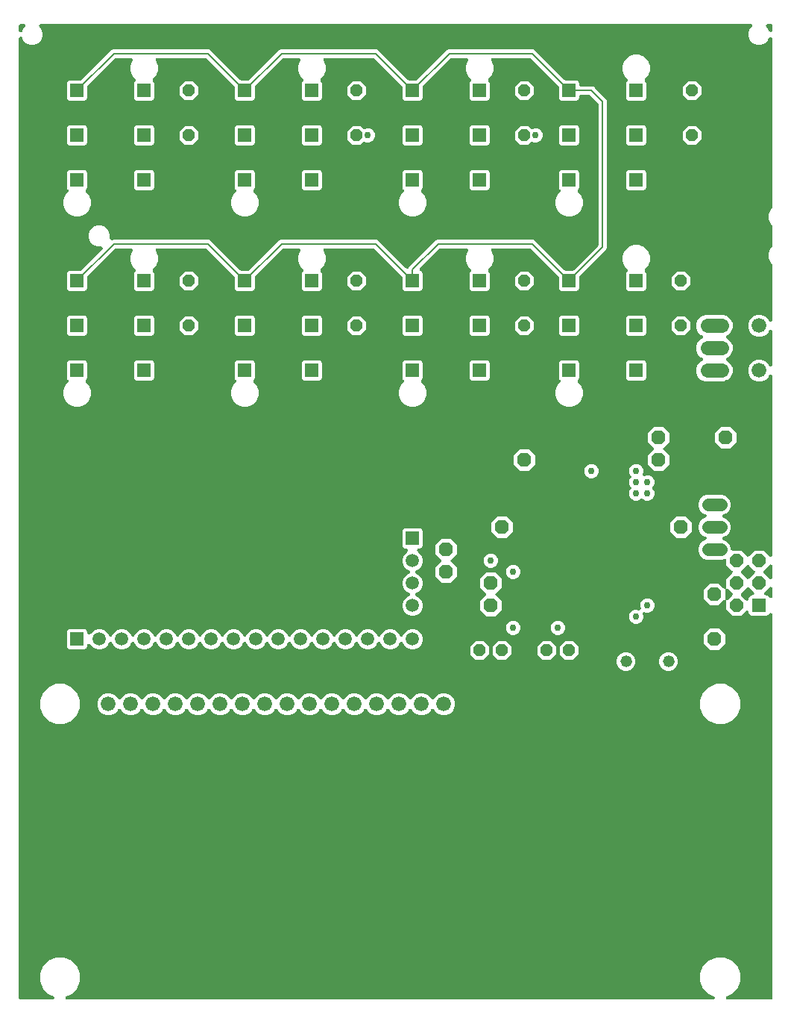
<source format=gbr>
G04 EAGLE Gerber RS-274X export*
G75*
%MOMM*%
%FSLAX34Y34*%
%LPD*%
%INBottom Copper*%
%IPPOS*%
%AMOC8*
5,1,8,0,0,1.08239X$1,22.5*%
G01*
%ADD10R,1.500000X1.500000*%
%ADD11C,1.676400*%
%ADD12R,1.508000X1.508000*%
%ADD13C,1.508000*%
%ADD14P,1.649562X8X112.500000*%
%ADD15R,1.524000X1.524000*%
%ADD16P,1.429621X8X292.500000*%
%ADD17P,1.429621X8X112.500000*%
%ADD18P,1.732040X8X112.500000*%
%ADD19P,1.732040X8X292.500000*%
%ADD20P,1.429621X8X202.500000*%
%ADD21C,1.320800*%
%ADD22P,1.732040X8X22.500000*%
%ADD23C,1.422400*%
%ADD24P,1.732040X8X202.500000*%
%ADD25C,1.650000*%
%ADD26C,0.152400*%
%ADD27C,0.756400*%

G36*
X48552Y10161D02*
X48552Y10161D01*
X48556Y10161D01*
X48750Y10181D01*
X48948Y10201D01*
X48952Y10202D01*
X48957Y10202D01*
X49142Y10260D01*
X49333Y10319D01*
X49337Y10321D01*
X49341Y10322D01*
X49513Y10416D01*
X49687Y10511D01*
X49690Y10513D01*
X49694Y10516D01*
X49844Y10641D01*
X49996Y10768D01*
X49999Y10772D01*
X50002Y10775D01*
X50124Y10927D01*
X50248Y11082D01*
X50251Y11086D01*
X50253Y11089D01*
X50343Y11264D01*
X50434Y11439D01*
X50435Y11444D01*
X50437Y11448D01*
X50490Y11635D01*
X50545Y11826D01*
X50546Y11831D01*
X50547Y11835D01*
X50562Y12028D01*
X50578Y12228D01*
X50578Y12232D01*
X50578Y12236D01*
X50555Y12429D01*
X50531Y12627D01*
X50530Y12632D01*
X50529Y12636D01*
X50469Y12819D01*
X50407Y13010D01*
X50404Y13014D01*
X50403Y13018D01*
X50307Y13187D01*
X50209Y13361D01*
X50206Y13364D01*
X50203Y13368D01*
X50074Y13517D01*
X49945Y13665D01*
X49942Y13668D01*
X49939Y13672D01*
X49782Y13792D01*
X49627Y13912D01*
X49623Y13914D01*
X49620Y13917D01*
X49325Y14069D01*
X43964Y16289D01*
X37589Y22664D01*
X34139Y30992D01*
X34139Y40008D01*
X37589Y48336D01*
X43964Y54711D01*
X49581Y57037D01*
X49581Y57038D01*
X52292Y58161D01*
X61308Y58161D01*
X69636Y54711D01*
X76011Y48336D01*
X79461Y40008D01*
X79461Y30992D01*
X76011Y22664D01*
X69636Y16289D01*
X64275Y14069D01*
X64271Y14067D01*
X64267Y14065D01*
X64094Y13972D01*
X63920Y13878D01*
X63917Y13876D01*
X63913Y13873D01*
X63764Y13749D01*
X63610Y13622D01*
X63607Y13619D01*
X63604Y13616D01*
X63481Y13463D01*
X63356Y13309D01*
X63354Y13305D01*
X63352Y13302D01*
X63261Y13127D01*
X63169Y12953D01*
X63168Y12949D01*
X63166Y12945D01*
X63110Y12750D01*
X63056Y12566D01*
X63056Y12562D01*
X63055Y12558D01*
X63038Y12360D01*
X63022Y12165D01*
X63022Y12161D01*
X63022Y12156D01*
X63045Y11959D01*
X63067Y11765D01*
X63068Y11761D01*
X63069Y11757D01*
X63130Y11568D01*
X63190Y11382D01*
X63192Y11378D01*
X63193Y11374D01*
X63291Y11201D01*
X63386Y11030D01*
X63389Y11027D01*
X63391Y11023D01*
X63520Y10874D01*
X63648Y10725D01*
X63652Y10722D01*
X63655Y10718D01*
X63807Y10600D01*
X63965Y10476D01*
X63969Y10474D01*
X63973Y10472D01*
X64148Y10385D01*
X64325Y10296D01*
X64329Y10294D01*
X64333Y10292D01*
X64526Y10241D01*
X64713Y10189D01*
X64718Y10189D01*
X64722Y10188D01*
X65053Y10161D01*
X798547Y10161D01*
X798552Y10161D01*
X798556Y10161D01*
X798750Y10181D01*
X798948Y10201D01*
X798952Y10202D01*
X798957Y10202D01*
X799142Y10260D01*
X799333Y10319D01*
X799337Y10321D01*
X799341Y10322D01*
X799513Y10416D01*
X799687Y10511D01*
X799690Y10513D01*
X799694Y10516D01*
X799844Y10641D01*
X799996Y10768D01*
X799999Y10772D01*
X800002Y10775D01*
X800124Y10927D01*
X800248Y11082D01*
X800251Y11086D01*
X800253Y11089D01*
X800343Y11264D01*
X800434Y11439D01*
X800435Y11444D01*
X800437Y11448D01*
X800490Y11635D01*
X800545Y11826D01*
X800546Y11831D01*
X800547Y11835D01*
X800562Y12028D01*
X800578Y12228D01*
X800578Y12232D01*
X800578Y12236D01*
X800555Y12429D01*
X800531Y12627D01*
X800530Y12632D01*
X800529Y12636D01*
X800469Y12819D01*
X800407Y13010D01*
X800404Y13014D01*
X800403Y13018D01*
X800307Y13187D01*
X800209Y13361D01*
X800206Y13364D01*
X800203Y13368D01*
X800074Y13517D01*
X799945Y13665D01*
X799942Y13668D01*
X799939Y13672D01*
X799782Y13792D01*
X799627Y13912D01*
X799623Y13914D01*
X799620Y13917D01*
X799325Y14069D01*
X793964Y16289D01*
X787589Y22664D01*
X784139Y30992D01*
X784139Y40008D01*
X787589Y48336D01*
X793964Y54711D01*
X799581Y57037D01*
X799581Y57038D01*
X802292Y58161D01*
X811308Y58161D01*
X819636Y54711D01*
X826011Y48336D01*
X829461Y40008D01*
X829461Y30992D01*
X826011Y22664D01*
X819636Y16289D01*
X814275Y14069D01*
X814271Y14067D01*
X814267Y14065D01*
X814094Y13972D01*
X813920Y13878D01*
X813917Y13876D01*
X813913Y13873D01*
X813764Y13749D01*
X813610Y13622D01*
X813607Y13619D01*
X813604Y13616D01*
X813481Y13463D01*
X813356Y13309D01*
X813354Y13305D01*
X813352Y13302D01*
X813261Y13127D01*
X813169Y12953D01*
X813168Y12949D01*
X813166Y12945D01*
X813110Y12750D01*
X813056Y12566D01*
X813056Y12562D01*
X813055Y12558D01*
X813038Y12360D01*
X813022Y12165D01*
X813022Y12161D01*
X813022Y12156D01*
X813045Y11959D01*
X813067Y11765D01*
X813068Y11761D01*
X813069Y11757D01*
X813130Y11568D01*
X813190Y11382D01*
X813192Y11378D01*
X813193Y11374D01*
X813291Y11201D01*
X813386Y11030D01*
X813389Y11027D01*
X813391Y11023D01*
X813520Y10874D01*
X813648Y10725D01*
X813652Y10722D01*
X813655Y10718D01*
X813807Y10600D01*
X813965Y10476D01*
X813969Y10474D01*
X813973Y10472D01*
X814148Y10385D01*
X814325Y10296D01*
X814329Y10294D01*
X814333Y10292D01*
X814526Y10241D01*
X814713Y10189D01*
X814718Y10189D01*
X814722Y10188D01*
X815053Y10161D01*
X863908Y10161D01*
X863926Y10163D01*
X863944Y10161D01*
X864126Y10182D01*
X864309Y10201D01*
X864326Y10206D01*
X864343Y10208D01*
X864518Y10265D01*
X864694Y10319D01*
X864709Y10327D01*
X864726Y10333D01*
X864886Y10423D01*
X865048Y10511D01*
X865061Y10522D01*
X865077Y10531D01*
X865216Y10651D01*
X865357Y10768D01*
X865368Y10782D01*
X865382Y10794D01*
X865494Y10939D01*
X865609Y11082D01*
X865617Y11098D01*
X865628Y11112D01*
X865710Y11277D01*
X865795Y11439D01*
X865800Y11456D01*
X865808Y11472D01*
X865855Y11651D01*
X865906Y11826D01*
X865908Y11844D01*
X865912Y11861D01*
X865939Y12192D01*
X865939Y446658D01*
X865939Y446663D01*
X865939Y446667D01*
X865919Y446863D01*
X865899Y447059D01*
X865898Y447063D01*
X865898Y447068D01*
X865838Y447257D01*
X865781Y447444D01*
X865779Y447448D01*
X865778Y447452D01*
X865683Y447624D01*
X865589Y447798D01*
X865587Y447801D01*
X865584Y447805D01*
X865457Y447957D01*
X865332Y448107D01*
X865328Y448110D01*
X865325Y448113D01*
X865171Y448237D01*
X865018Y448359D01*
X865014Y448362D01*
X865010Y448364D01*
X864833Y448455D01*
X864661Y448545D01*
X864656Y448546D01*
X864652Y448548D01*
X864461Y448603D01*
X864274Y448656D01*
X864269Y448657D01*
X864265Y448658D01*
X864070Y448673D01*
X863872Y448689D01*
X863868Y448689D01*
X863863Y448689D01*
X863668Y448665D01*
X863473Y448642D01*
X863468Y448641D01*
X863464Y448640D01*
X863277Y448578D01*
X863090Y448518D01*
X863086Y448515D01*
X863082Y448514D01*
X862912Y448417D01*
X862739Y448320D01*
X862736Y448317D01*
X862732Y448314D01*
X862584Y448186D01*
X862435Y448056D01*
X862432Y448053D01*
X862428Y448050D01*
X862309Y447895D01*
X862188Y447738D01*
X862186Y447734D01*
X862183Y447731D01*
X862031Y447436D01*
X861966Y447277D01*
X860822Y446134D01*
X859329Y445515D01*
X842471Y445515D01*
X840978Y446134D01*
X839834Y447278D01*
X839215Y448771D01*
X839215Y449487D01*
X839214Y449496D01*
X839215Y449505D01*
X839194Y449696D01*
X839175Y449887D01*
X839173Y449896D01*
X839172Y449905D01*
X839114Y450087D01*
X839057Y450272D01*
X839053Y450280D01*
X839050Y450289D01*
X838957Y450457D01*
X838865Y450626D01*
X838860Y450633D01*
X838855Y450641D01*
X838731Y450788D01*
X838608Y450936D01*
X838601Y450941D01*
X838595Y450948D01*
X838444Y451067D01*
X838294Y451188D01*
X838286Y451192D01*
X838279Y451198D01*
X838106Y451285D01*
X837937Y451373D01*
X837928Y451376D01*
X837920Y451380D01*
X837734Y451432D01*
X837550Y451485D01*
X837541Y451486D01*
X837532Y451488D01*
X837339Y451502D01*
X837148Y451518D01*
X837140Y451517D01*
X837131Y451517D01*
X836938Y451493D01*
X836749Y451471D01*
X836740Y451468D01*
X836731Y451467D01*
X836548Y451405D01*
X836366Y451346D01*
X836358Y451341D01*
X836350Y451339D01*
X836182Y451242D01*
X836015Y451148D01*
X836008Y451142D01*
X836001Y451138D01*
X835748Y450923D01*
X830340Y445515D01*
X820660Y445515D01*
X813815Y452360D01*
X813815Y461648D01*
X813814Y461657D01*
X813815Y461666D01*
X813794Y461858D01*
X813775Y462049D01*
X813773Y462057D01*
X813772Y462066D01*
X813714Y462248D01*
X813657Y462433D01*
X813653Y462441D01*
X813650Y462450D01*
X813557Y462618D01*
X813465Y462787D01*
X813460Y462794D01*
X813455Y462802D01*
X813331Y462949D01*
X813208Y463097D01*
X813201Y463102D01*
X813195Y463109D01*
X813044Y463228D01*
X812894Y463349D01*
X812886Y463353D01*
X812879Y463359D01*
X812706Y463447D01*
X812537Y463535D01*
X812528Y463537D01*
X812520Y463541D01*
X812334Y463593D01*
X812150Y463646D01*
X812141Y463647D01*
X812132Y463649D01*
X811939Y463663D01*
X811748Y463679D01*
X811740Y463678D01*
X811731Y463678D01*
X811538Y463654D01*
X811349Y463632D01*
X811340Y463629D01*
X811331Y463628D01*
X811148Y463567D01*
X810966Y463507D01*
X810958Y463503D01*
X810950Y463500D01*
X810783Y463404D01*
X810615Y463309D01*
X810608Y463303D01*
X810601Y463299D01*
X810348Y463084D01*
X805098Y457834D01*
X795102Y457834D01*
X788034Y464902D01*
X788034Y474898D01*
X795102Y481966D01*
X805098Y481966D01*
X810348Y476716D01*
X810355Y476710D01*
X810360Y476703D01*
X810510Y476583D01*
X810659Y476461D01*
X810667Y476457D01*
X810674Y476451D01*
X810844Y476362D01*
X811015Y476272D01*
X811024Y476270D01*
X811031Y476265D01*
X811216Y476212D01*
X811401Y476157D01*
X811410Y476156D01*
X811418Y476154D01*
X811610Y476138D01*
X811802Y476121D01*
X811811Y476122D01*
X811820Y476121D01*
X812009Y476143D01*
X812202Y476164D01*
X812211Y476167D01*
X812219Y476168D01*
X812401Y476227D01*
X812586Y476286D01*
X812594Y476290D01*
X812602Y476293D01*
X812771Y476388D01*
X812938Y476481D01*
X812945Y476486D01*
X812953Y476491D01*
X813099Y476617D01*
X813245Y476741D01*
X813251Y476748D01*
X813258Y476754D01*
X813375Y476905D01*
X813495Y477057D01*
X813499Y477065D01*
X813504Y477072D01*
X813590Y477244D01*
X813677Y477416D01*
X813680Y477425D01*
X813684Y477433D01*
X813734Y477619D01*
X813785Y477804D01*
X813786Y477813D01*
X813788Y477821D01*
X813815Y478152D01*
X813815Y487440D01*
X820239Y493864D01*
X820250Y493877D01*
X820264Y493889D01*
X820378Y494033D01*
X820494Y494175D01*
X820502Y494191D01*
X820514Y494205D01*
X820597Y494369D01*
X820683Y494531D01*
X820688Y494548D01*
X820696Y494564D01*
X820745Y494741D01*
X820797Y494917D01*
X820799Y494935D01*
X820804Y494952D01*
X820817Y495135D01*
X820834Y495318D01*
X820832Y495336D01*
X820833Y495353D01*
X820810Y495535D01*
X820790Y495718D01*
X820785Y495735D01*
X820783Y495753D01*
X820725Y495926D01*
X820669Y496102D01*
X820660Y496118D01*
X820655Y496134D01*
X820563Y496294D01*
X820474Y496454D01*
X820463Y496468D01*
X820454Y496483D01*
X820239Y496736D01*
X813815Y503160D01*
X813815Y508298D01*
X813814Y508311D01*
X813815Y508324D01*
X813794Y508510D01*
X813775Y508698D01*
X813771Y508711D01*
X813770Y508724D01*
X813712Y508903D01*
X813657Y509083D01*
X813651Y509095D01*
X813647Y509108D01*
X813555Y509272D01*
X813465Y509437D01*
X813457Y509447D01*
X813450Y509459D01*
X813328Y509602D01*
X813208Y509746D01*
X813197Y509755D01*
X813189Y509765D01*
X813041Y509881D01*
X812894Y509999D01*
X812882Y510005D01*
X812872Y510013D01*
X812703Y510098D01*
X812537Y510184D01*
X812524Y510188D01*
X812512Y510194D01*
X812331Y510244D01*
X812150Y510296D01*
X812136Y510297D01*
X812123Y510300D01*
X811935Y510313D01*
X811748Y510329D01*
X811735Y510327D01*
X811722Y510328D01*
X811534Y510303D01*
X811349Y510282D01*
X811336Y510277D01*
X811323Y510276D01*
X811007Y510174D01*
X809435Y509523D01*
X790765Y509523D01*
X786657Y511225D01*
X783513Y514369D01*
X781811Y518477D01*
X781811Y522923D01*
X783513Y527031D01*
X786657Y530175D01*
X789912Y531523D01*
X789920Y531528D01*
X789928Y531530D01*
X790098Y531623D01*
X790267Y531714D01*
X790274Y531719D01*
X790281Y531724D01*
X790429Y531847D01*
X790577Y531970D01*
X790583Y531977D01*
X790589Y531983D01*
X790710Y532134D01*
X790831Y532283D01*
X790835Y532290D01*
X790840Y532298D01*
X790930Y532471D01*
X791018Y532639D01*
X791020Y532648D01*
X791024Y532656D01*
X791077Y532842D01*
X791131Y533026D01*
X791132Y533035D01*
X791134Y533043D01*
X791149Y533231D01*
X791165Y533427D01*
X791164Y533436D01*
X791165Y533444D01*
X791142Y533636D01*
X791120Y533827D01*
X791118Y533835D01*
X791117Y533844D01*
X791056Y534027D01*
X790997Y534210D01*
X790993Y534218D01*
X790990Y534226D01*
X790895Y534393D01*
X790801Y534562D01*
X790795Y534568D01*
X790791Y534576D01*
X790665Y534720D01*
X790539Y534867D01*
X790532Y534873D01*
X790526Y534880D01*
X790374Y534997D01*
X790222Y535116D01*
X790214Y535120D01*
X790207Y535125D01*
X789912Y535277D01*
X786657Y536625D01*
X783513Y539769D01*
X781811Y543877D01*
X781811Y548323D01*
X783513Y552431D01*
X786657Y555575D01*
X789433Y556725D01*
X789912Y556923D01*
X789920Y556928D01*
X789928Y556930D01*
X790098Y557023D01*
X790267Y557114D01*
X790274Y557119D01*
X790281Y557124D01*
X790429Y557247D01*
X790577Y557370D01*
X790583Y557377D01*
X790589Y557383D01*
X790710Y557534D01*
X790831Y557683D01*
X790835Y557690D01*
X790840Y557698D01*
X790930Y557871D01*
X791018Y558039D01*
X791020Y558048D01*
X791024Y558056D01*
X791077Y558242D01*
X791131Y558426D01*
X791132Y558435D01*
X791134Y558443D01*
X791149Y558631D01*
X791165Y558827D01*
X791164Y558836D01*
X791165Y558844D01*
X791142Y559036D01*
X791120Y559227D01*
X791118Y559235D01*
X791117Y559244D01*
X791056Y559427D01*
X790997Y559610D01*
X790993Y559618D01*
X790990Y559626D01*
X790895Y559793D01*
X790801Y559962D01*
X790795Y559968D01*
X790791Y559976D01*
X790665Y560120D01*
X790539Y560267D01*
X790532Y560273D01*
X790526Y560280D01*
X790374Y560397D01*
X790222Y560516D01*
X790214Y560520D01*
X790207Y560525D01*
X789912Y560677D01*
X786657Y562025D01*
X783513Y565169D01*
X781811Y569277D01*
X781811Y573723D01*
X783513Y577831D01*
X786657Y580975D01*
X790765Y582677D01*
X809435Y582677D01*
X813543Y580975D01*
X816687Y577831D01*
X818389Y573723D01*
X818389Y569277D01*
X816687Y565169D01*
X813543Y562025D01*
X810288Y560677D01*
X810280Y560672D01*
X810272Y560670D01*
X810104Y560578D01*
X809933Y560486D01*
X809926Y560481D01*
X809919Y560476D01*
X809772Y560353D01*
X809623Y560230D01*
X809617Y560223D01*
X809611Y560217D01*
X809491Y560067D01*
X809369Y559917D01*
X809365Y559909D01*
X809360Y559903D01*
X809272Y559732D01*
X809182Y559561D01*
X809180Y559552D01*
X809176Y559544D01*
X809124Y559361D01*
X809069Y559175D01*
X809068Y559165D01*
X809066Y559157D01*
X809051Y558966D01*
X809035Y558773D01*
X809036Y558764D01*
X809035Y558756D01*
X809058Y558566D01*
X809080Y558373D01*
X809082Y558365D01*
X809083Y558356D01*
X809143Y558176D01*
X809203Y557990D01*
X809207Y557982D01*
X809210Y557974D01*
X809305Y557808D01*
X809399Y557639D01*
X809405Y557632D01*
X809409Y557624D01*
X809536Y557479D01*
X809661Y557333D01*
X809668Y557327D01*
X809674Y557320D01*
X809826Y557203D01*
X809978Y557084D01*
X809986Y557080D01*
X809993Y557075D01*
X810288Y556923D01*
X813543Y555575D01*
X816687Y552431D01*
X818389Y548323D01*
X818389Y543877D01*
X816687Y539769D01*
X813543Y536625D01*
X812268Y536096D01*
X812267Y536096D01*
X810288Y535277D01*
X810280Y535272D01*
X810272Y535270D01*
X810104Y535178D01*
X809933Y535086D01*
X809926Y535081D01*
X809919Y535076D01*
X809772Y534953D01*
X809623Y534830D01*
X809617Y534823D01*
X809611Y534817D01*
X809491Y534667D01*
X809369Y534517D01*
X809365Y534509D01*
X809360Y534503D01*
X809272Y534332D01*
X809182Y534161D01*
X809180Y534152D01*
X809176Y534144D01*
X809124Y533961D01*
X809069Y533775D01*
X809068Y533765D01*
X809066Y533757D01*
X809051Y533566D01*
X809035Y533373D01*
X809036Y533364D01*
X809035Y533356D01*
X809058Y533166D01*
X809080Y532973D01*
X809082Y532965D01*
X809083Y532956D01*
X809143Y532776D01*
X809203Y532590D01*
X809207Y532582D01*
X809210Y532574D01*
X809305Y532408D01*
X809399Y532239D01*
X809405Y532232D01*
X809409Y532224D01*
X809536Y532079D01*
X809661Y531933D01*
X809668Y531927D01*
X809674Y531920D01*
X809826Y531803D01*
X809978Y531684D01*
X809986Y531680D01*
X809993Y531675D01*
X810288Y531523D01*
X813543Y530175D01*
X816687Y527031D01*
X818389Y522923D01*
X818389Y521716D01*
X818391Y521698D01*
X818389Y521680D01*
X818410Y521498D01*
X818429Y521315D01*
X818434Y521298D01*
X818436Y521281D01*
X818493Y521106D01*
X818547Y520930D01*
X818555Y520915D01*
X818561Y520898D01*
X818651Y520738D01*
X818739Y520576D01*
X818750Y520563D01*
X818759Y520547D01*
X818879Y520408D01*
X818996Y520267D01*
X819010Y520256D01*
X819022Y520242D01*
X819167Y520130D01*
X819310Y520015D01*
X819326Y520007D01*
X819340Y519996D01*
X819505Y519914D01*
X819667Y519829D01*
X819684Y519824D01*
X819700Y519816D01*
X819879Y519769D01*
X820054Y519718D01*
X820072Y519716D01*
X820089Y519712D01*
X820420Y519685D01*
X830340Y519685D01*
X836764Y513261D01*
X836777Y513250D01*
X836789Y513236D01*
X836933Y513122D01*
X837075Y513006D01*
X837091Y512998D01*
X837105Y512986D01*
X837269Y512903D01*
X837431Y512817D01*
X837448Y512812D01*
X837464Y512804D01*
X837641Y512755D01*
X837817Y512703D01*
X837835Y512701D01*
X837852Y512696D01*
X838035Y512683D01*
X838218Y512666D01*
X838236Y512668D01*
X838253Y512667D01*
X838435Y512690D01*
X838618Y512710D01*
X838635Y512715D01*
X838653Y512717D01*
X838826Y512775D01*
X839002Y512831D01*
X839018Y512840D01*
X839034Y512845D01*
X839194Y512937D01*
X839354Y513026D01*
X839368Y513037D01*
X839383Y513046D01*
X839636Y513261D01*
X846060Y519685D01*
X855740Y519685D01*
X862472Y512953D01*
X862479Y512947D01*
X862484Y512940D01*
X862634Y512820D01*
X862783Y512698D01*
X862791Y512694D01*
X862798Y512688D01*
X862968Y512600D01*
X863139Y512509D01*
X863148Y512507D01*
X863155Y512503D01*
X863340Y512449D01*
X863525Y512394D01*
X863534Y512394D01*
X863542Y512391D01*
X863734Y512376D01*
X863926Y512358D01*
X863935Y512359D01*
X863944Y512358D01*
X864133Y512381D01*
X864326Y512401D01*
X864335Y512404D01*
X864343Y512405D01*
X864525Y512465D01*
X864710Y512523D01*
X864718Y512527D01*
X864726Y512530D01*
X864895Y512625D01*
X865062Y512718D01*
X865069Y512724D01*
X865077Y512728D01*
X865223Y512854D01*
X865369Y512978D01*
X865375Y512985D01*
X865382Y512991D01*
X865499Y513143D01*
X865619Y513294D01*
X865623Y513302D01*
X865628Y513309D01*
X865714Y513481D01*
X865801Y513653D01*
X865804Y513662D01*
X865808Y513670D01*
X865858Y513856D01*
X865909Y514041D01*
X865910Y514050D01*
X865912Y514059D01*
X865939Y514389D01*
X865939Y717471D01*
X865939Y717476D01*
X865939Y717480D01*
X865919Y717675D01*
X865899Y717872D01*
X865898Y717876D01*
X865898Y717881D01*
X865839Y718069D01*
X865781Y718257D01*
X865779Y718261D01*
X865778Y718265D01*
X865682Y718440D01*
X865589Y718611D01*
X865587Y718614D01*
X865584Y718618D01*
X865456Y718771D01*
X865332Y718920D01*
X865328Y718923D01*
X865325Y718926D01*
X865172Y719048D01*
X865018Y719173D01*
X865014Y719175D01*
X865010Y719177D01*
X864832Y719269D01*
X864661Y719358D01*
X864656Y719359D01*
X864652Y719361D01*
X864459Y719416D01*
X864274Y719469D01*
X864269Y719470D01*
X864265Y719471D01*
X864069Y719486D01*
X863872Y719502D01*
X863868Y719502D01*
X863864Y719502D01*
X863670Y719479D01*
X863473Y719455D01*
X863468Y719454D01*
X863464Y719453D01*
X863279Y719392D01*
X863090Y719331D01*
X863086Y719328D01*
X863082Y719327D01*
X862913Y719231D01*
X862739Y719133D01*
X862736Y719130D01*
X862732Y719127D01*
X862583Y718998D01*
X862435Y718869D01*
X862432Y718866D01*
X862428Y718863D01*
X862306Y718704D01*
X862188Y718551D01*
X862186Y718547D01*
X862183Y718544D01*
X862031Y718249D01*
X861452Y716849D01*
X857951Y713348D01*
X853376Y711453D01*
X848424Y711453D01*
X843849Y713348D01*
X840348Y716849D01*
X838453Y721424D01*
X838453Y726376D01*
X840348Y730951D01*
X843849Y734452D01*
X846320Y735475D01*
X848424Y736347D01*
X853376Y736347D01*
X857951Y734452D01*
X861452Y730951D01*
X862031Y729551D01*
X862033Y729547D01*
X862035Y729543D01*
X862128Y729370D01*
X862222Y729196D01*
X862224Y729193D01*
X862227Y729189D01*
X862352Y729039D01*
X862478Y728886D01*
X862481Y728883D01*
X862484Y728880D01*
X862635Y728758D01*
X862791Y728632D01*
X862795Y728630D01*
X862798Y728627D01*
X862970Y728538D01*
X863147Y728445D01*
X863151Y728444D01*
X863155Y728442D01*
X863343Y728388D01*
X863534Y728332D01*
X863538Y728332D01*
X863542Y728331D01*
X863740Y728314D01*
X863935Y728298D01*
X863939Y728298D01*
X863944Y728298D01*
X864139Y728321D01*
X864335Y728343D01*
X864339Y728344D01*
X864343Y728345D01*
X864531Y728406D01*
X864718Y728466D01*
X864722Y728468D01*
X864726Y728469D01*
X864899Y728567D01*
X865070Y728662D01*
X865073Y728665D01*
X865077Y728667D01*
X865227Y728797D01*
X865375Y728924D01*
X865378Y728928D01*
X865382Y728931D01*
X865503Y729087D01*
X865624Y729241D01*
X865626Y729245D01*
X865628Y729249D01*
X865716Y729425D01*
X865804Y729601D01*
X865806Y729605D01*
X865808Y729609D01*
X865859Y729800D01*
X865911Y729989D01*
X865911Y729994D01*
X865912Y729998D01*
X865939Y730329D01*
X865939Y768271D01*
X865939Y768276D01*
X865939Y768280D01*
X865919Y768475D01*
X865899Y768672D01*
X865898Y768676D01*
X865898Y768681D01*
X865839Y768869D01*
X865781Y769057D01*
X865779Y769061D01*
X865778Y769065D01*
X865682Y769240D01*
X865589Y769411D01*
X865587Y769414D01*
X865584Y769418D01*
X865456Y769571D01*
X865332Y769720D01*
X865328Y769723D01*
X865325Y769726D01*
X865172Y769848D01*
X865018Y769973D01*
X865014Y769975D01*
X865010Y769977D01*
X864832Y770069D01*
X864661Y770158D01*
X864656Y770159D01*
X864652Y770161D01*
X864459Y770216D01*
X864274Y770269D01*
X864269Y770270D01*
X864265Y770271D01*
X864069Y770286D01*
X863872Y770302D01*
X863868Y770302D01*
X863864Y770302D01*
X863670Y770279D01*
X863473Y770255D01*
X863468Y770254D01*
X863464Y770253D01*
X863279Y770192D01*
X863090Y770131D01*
X863086Y770128D01*
X863082Y770127D01*
X862913Y770031D01*
X862739Y769933D01*
X862736Y769930D01*
X862732Y769927D01*
X862583Y769798D01*
X862435Y769669D01*
X862432Y769666D01*
X862428Y769663D01*
X862306Y769504D01*
X862188Y769351D01*
X862186Y769347D01*
X862183Y769344D01*
X862031Y769049D01*
X861452Y767649D01*
X857951Y764148D01*
X853376Y762253D01*
X848424Y762253D01*
X843849Y764148D01*
X840348Y767649D01*
X838453Y772224D01*
X838453Y777176D01*
X840348Y781751D01*
X843849Y785252D01*
X848424Y787147D01*
X853376Y787147D01*
X857951Y785252D01*
X861452Y781751D01*
X862031Y780351D01*
X862033Y780347D01*
X862035Y780343D01*
X862128Y780170D01*
X862222Y779996D01*
X862224Y779993D01*
X862227Y779989D01*
X862352Y779839D01*
X862478Y779686D01*
X862481Y779683D01*
X862484Y779680D01*
X862635Y779558D01*
X862791Y779432D01*
X862795Y779430D01*
X862798Y779427D01*
X862970Y779338D01*
X863147Y779245D01*
X863151Y779244D01*
X863155Y779242D01*
X863343Y779188D01*
X863534Y779132D01*
X863538Y779132D01*
X863542Y779131D01*
X863740Y779114D01*
X863935Y779098D01*
X863939Y779098D01*
X863944Y779098D01*
X864139Y779121D01*
X864335Y779143D01*
X864339Y779144D01*
X864343Y779145D01*
X864531Y779206D01*
X864718Y779266D01*
X864722Y779268D01*
X864726Y779269D01*
X864899Y779367D01*
X865070Y779462D01*
X865073Y779465D01*
X865077Y779467D01*
X865227Y779597D01*
X865375Y779724D01*
X865378Y779728D01*
X865382Y779731D01*
X865503Y779887D01*
X865624Y780041D01*
X865626Y780045D01*
X865628Y780049D01*
X865716Y780225D01*
X865804Y780401D01*
X865806Y780405D01*
X865808Y780409D01*
X865859Y780600D01*
X865911Y780789D01*
X865911Y780794D01*
X865912Y780798D01*
X865939Y781129D01*
X865939Y843086D01*
X865937Y843112D01*
X865939Y843139D01*
X865917Y843313D01*
X865899Y843487D01*
X865892Y843512D01*
X865888Y843539D01*
X865833Y843704D01*
X865781Y843871D01*
X865768Y843895D01*
X865760Y843920D01*
X865673Y844072D01*
X865589Y844225D01*
X865572Y844246D01*
X865559Y844269D01*
X865344Y844522D01*
X863871Y845995D01*
X861639Y851384D01*
X861639Y857216D01*
X863871Y862605D01*
X865344Y864078D01*
X865361Y864098D01*
X865382Y864116D01*
X865489Y864254D01*
X865599Y864389D01*
X865612Y864413D01*
X865628Y864434D01*
X865706Y864591D01*
X865788Y864745D01*
X865796Y864770D01*
X865808Y864795D01*
X865853Y864964D01*
X865903Y865131D01*
X865905Y865157D01*
X865912Y865183D01*
X865939Y865514D01*
X865939Y887086D01*
X865937Y887112D01*
X865939Y887139D01*
X865917Y887313D01*
X865899Y887487D01*
X865892Y887512D01*
X865888Y887539D01*
X865833Y887704D01*
X865781Y887871D01*
X865768Y887895D01*
X865760Y887920D01*
X865673Y888072D01*
X865589Y888225D01*
X865572Y888246D01*
X865559Y888269D01*
X865344Y888522D01*
X863871Y889995D01*
X861639Y895384D01*
X861639Y901216D01*
X863871Y906605D01*
X865344Y908078D01*
X865361Y908098D01*
X865382Y908116D01*
X865489Y908254D01*
X865599Y908389D01*
X865612Y908413D01*
X865628Y908434D01*
X865706Y908591D01*
X865788Y908745D01*
X865796Y908770D01*
X865808Y908795D01*
X865853Y908964D01*
X865903Y909131D01*
X865905Y909157D01*
X865912Y909183D01*
X865939Y909514D01*
X865939Y1099872D01*
X865939Y1099877D01*
X865939Y1099881D01*
X865919Y1100075D01*
X865899Y1100273D01*
X865898Y1100277D01*
X865898Y1100281D01*
X865839Y1100469D01*
X865781Y1100658D01*
X865779Y1100662D01*
X865778Y1100666D01*
X865682Y1100840D01*
X865589Y1101012D01*
X865587Y1101015D01*
X865584Y1101019D01*
X865456Y1101172D01*
X865332Y1101321D01*
X865328Y1101324D01*
X865325Y1101327D01*
X865170Y1101451D01*
X865018Y1101573D01*
X865014Y1101575D01*
X865010Y1101578D01*
X864832Y1101670D01*
X864661Y1101759D01*
X864656Y1101760D01*
X864652Y1101762D01*
X864463Y1101816D01*
X864274Y1101870D01*
X864269Y1101870D01*
X864265Y1101872D01*
X864073Y1101887D01*
X863872Y1101903D01*
X863868Y1101902D01*
X863864Y1101903D01*
X863670Y1101879D01*
X863473Y1101856D01*
X863468Y1101855D01*
X863464Y1101854D01*
X863279Y1101793D01*
X863090Y1101731D01*
X863086Y1101729D01*
X863082Y1101728D01*
X862913Y1101631D01*
X862739Y1101533D01*
X862736Y1101530D01*
X862732Y1101528D01*
X862585Y1101400D01*
X862435Y1101270D01*
X862432Y1101267D01*
X862428Y1101264D01*
X862308Y1101107D01*
X862188Y1100952D01*
X862186Y1100948D01*
X862183Y1100945D01*
X862031Y1100649D01*
X860997Y1098153D01*
X857647Y1094803D01*
X853269Y1092989D01*
X848531Y1092989D01*
X844153Y1094803D01*
X840803Y1098153D01*
X838989Y1102531D01*
X838989Y1107269D01*
X840803Y1111647D01*
X842527Y1113372D01*
X842533Y1113379D01*
X842540Y1113384D01*
X842660Y1113534D01*
X842782Y1113683D01*
X842787Y1113691D01*
X842792Y1113698D01*
X842881Y1113868D01*
X842971Y1114039D01*
X842974Y1114048D01*
X842978Y1114055D01*
X843031Y1114239D01*
X843086Y1114425D01*
X843087Y1114434D01*
X843089Y1114442D01*
X843105Y1114633D01*
X843122Y1114826D01*
X843121Y1114835D01*
X843122Y1114844D01*
X843100Y1115033D01*
X843079Y1115226D01*
X843076Y1115235D01*
X843075Y1115243D01*
X843016Y1115425D01*
X842957Y1115610D01*
X842953Y1115618D01*
X842950Y1115626D01*
X842856Y1115793D01*
X842763Y1115962D01*
X842757Y1115969D01*
X842752Y1115977D01*
X842627Y1116122D01*
X842502Y1116269D01*
X842495Y1116275D01*
X842489Y1116282D01*
X842339Y1116398D01*
X842186Y1116519D01*
X842178Y1116523D01*
X842171Y1116528D01*
X842000Y1116614D01*
X841827Y1116701D01*
X841819Y1116704D01*
X841811Y1116708D01*
X841625Y1116758D01*
X841439Y1116809D01*
X841430Y1116810D01*
X841422Y1116812D01*
X841091Y1116839D01*
X35209Y1116839D01*
X35200Y1116838D01*
X35191Y1116839D01*
X34999Y1116818D01*
X34808Y1116799D01*
X34800Y1116797D01*
X34791Y1116796D01*
X34609Y1116738D01*
X34423Y1116681D01*
X34415Y1116677D01*
X34407Y1116674D01*
X34239Y1116581D01*
X34069Y1116489D01*
X34063Y1116484D01*
X34055Y1116479D01*
X33907Y1116354D01*
X33760Y1116232D01*
X33755Y1116225D01*
X33748Y1116219D01*
X33628Y1116067D01*
X33508Y1115918D01*
X33504Y1115910D01*
X33498Y1115903D01*
X33411Y1115731D01*
X33322Y1115561D01*
X33320Y1115552D01*
X33316Y1115544D01*
X33264Y1115358D01*
X33211Y1115174D01*
X33210Y1115165D01*
X33208Y1115156D01*
X33194Y1114964D01*
X33178Y1114772D01*
X33179Y1114764D01*
X33178Y1114755D01*
X33203Y1114562D01*
X33225Y1114373D01*
X33228Y1114364D01*
X33229Y1114355D01*
X33290Y1114172D01*
X33350Y1113990D01*
X33354Y1113982D01*
X33357Y1113974D01*
X33452Y1113808D01*
X33548Y1113639D01*
X33554Y1113632D01*
X33558Y1113625D01*
X33773Y1113372D01*
X35497Y1111647D01*
X37311Y1107269D01*
X37311Y1102531D01*
X35497Y1098153D01*
X32147Y1094803D01*
X27769Y1092989D01*
X23031Y1092989D01*
X18653Y1094803D01*
X15303Y1098153D01*
X14069Y1101132D01*
X14067Y1101136D01*
X14065Y1101140D01*
X13972Y1101313D01*
X13878Y1101487D01*
X13876Y1101491D01*
X13873Y1101494D01*
X13749Y1101643D01*
X13622Y1101797D01*
X13619Y1101800D01*
X13616Y1101804D01*
X13463Y1101927D01*
X13309Y1102051D01*
X13305Y1102053D01*
X13302Y1102056D01*
X13129Y1102146D01*
X12953Y1102238D01*
X12949Y1102240D01*
X12945Y1102242D01*
X12757Y1102296D01*
X12566Y1102351D01*
X12562Y1102352D01*
X12558Y1102353D01*
X12360Y1102369D01*
X12165Y1102386D01*
X12161Y1102385D01*
X12156Y1102386D01*
X11962Y1102363D01*
X11765Y1102341D01*
X11761Y1102339D01*
X11757Y1102339D01*
X11571Y1102278D01*
X11382Y1102218D01*
X11378Y1102215D01*
X11374Y1102214D01*
X11202Y1102117D01*
X11030Y1102021D01*
X11027Y1102018D01*
X11023Y1102016D01*
X10875Y1101888D01*
X10725Y1101759D01*
X10722Y1101756D01*
X10718Y1101753D01*
X10598Y1101598D01*
X10476Y1101442D01*
X10474Y1101438D01*
X10472Y1101435D01*
X10381Y1101253D01*
X10296Y1101083D01*
X10294Y1101078D01*
X10292Y1101074D01*
X10241Y1100882D01*
X10189Y1100694D01*
X10189Y1100690D01*
X10188Y1100686D01*
X10161Y1100355D01*
X10161Y12192D01*
X10163Y12174D01*
X10161Y12156D01*
X10182Y11974D01*
X10201Y11791D01*
X10206Y11774D01*
X10208Y11757D01*
X10265Y11582D01*
X10319Y11406D01*
X10327Y11391D01*
X10333Y11374D01*
X10423Y11214D01*
X10511Y11052D01*
X10522Y11039D01*
X10531Y11023D01*
X10651Y10884D01*
X10768Y10743D01*
X10782Y10732D01*
X10794Y10718D01*
X10939Y10606D01*
X11082Y10491D01*
X11098Y10483D01*
X11112Y10472D01*
X11277Y10390D01*
X11439Y10305D01*
X11456Y10300D01*
X11472Y10292D01*
X11651Y10245D01*
X11826Y10194D01*
X11844Y10192D01*
X11861Y10188D01*
X12192Y10161D01*
X48547Y10161D01*
X48552Y10161D01*
G37*
%LPC*%
G36*
X67891Y813935D02*
X67891Y813935D01*
X66398Y814554D01*
X65254Y815698D01*
X64635Y817191D01*
X64635Y833809D01*
X65254Y835302D01*
X66398Y836446D01*
X67891Y837065D01*
X80097Y837065D01*
X80124Y837067D01*
X80151Y837065D01*
X80325Y837087D01*
X80498Y837105D01*
X80523Y837112D01*
X80550Y837116D01*
X80716Y837171D01*
X80883Y837223D01*
X80906Y837236D01*
X80932Y837244D01*
X81083Y837331D01*
X81237Y837415D01*
X81257Y837432D01*
X81281Y837445D01*
X81534Y837660D01*
X104796Y860922D01*
X104801Y860929D01*
X104808Y860934D01*
X104929Y861084D01*
X105051Y861233D01*
X105055Y861241D01*
X105061Y861248D01*
X105149Y861419D01*
X105239Y861589D01*
X105242Y861597D01*
X105246Y861605D01*
X105299Y861791D01*
X105354Y861975D01*
X105355Y861984D01*
X105357Y861992D01*
X105373Y862184D01*
X105391Y862376D01*
X105390Y862385D01*
X105390Y862394D01*
X105368Y862583D01*
X105347Y862776D01*
X105344Y862785D01*
X105343Y862793D01*
X105284Y862975D01*
X105226Y863160D01*
X105221Y863168D01*
X105219Y863176D01*
X105124Y863345D01*
X105031Y863512D01*
X105025Y863519D01*
X105021Y863527D01*
X104895Y863673D01*
X104770Y863819D01*
X104763Y863825D01*
X104758Y863832D01*
X104606Y863949D01*
X104454Y864069D01*
X104446Y864073D01*
X104439Y864078D01*
X104267Y864164D01*
X104095Y864251D01*
X104087Y864254D01*
X104079Y864258D01*
X103892Y864308D01*
X103708Y864359D01*
X103699Y864360D01*
X103690Y864362D01*
X103359Y864389D01*
X99231Y864389D01*
X94853Y866203D01*
X91503Y869553D01*
X89689Y873931D01*
X89689Y878669D01*
X91503Y883047D01*
X94853Y886397D01*
X99231Y888211D01*
X103969Y888211D01*
X108347Y886397D01*
X111697Y883047D01*
X113511Y878669D01*
X113511Y873718D01*
X113512Y873704D01*
X113511Y873691D01*
X113532Y873505D01*
X113551Y873317D01*
X113555Y873304D01*
X113556Y873291D01*
X113614Y873112D01*
X113669Y872932D01*
X113675Y872920D01*
X113679Y872908D01*
X113771Y872743D01*
X113861Y872578D01*
X113869Y872568D01*
X113876Y872556D01*
X113998Y872413D01*
X114118Y872269D01*
X114129Y872261D01*
X114137Y872250D01*
X114286Y872134D01*
X114432Y872017D01*
X114444Y872010D01*
X114454Y872002D01*
X114624Y871917D01*
X114789Y871831D01*
X114802Y871827D01*
X114814Y871821D01*
X114997Y871771D01*
X115176Y871720D01*
X115190Y871719D01*
X115203Y871715D01*
X115391Y871702D01*
X115578Y871687D01*
X115591Y871688D01*
X115604Y871687D01*
X115792Y871712D01*
X115977Y871734D01*
X115990Y871738D01*
X116003Y871740D01*
X116319Y871841D01*
X117062Y872149D01*
X225838Y872149D01*
X227612Y871414D01*
X261366Y837660D01*
X261387Y837643D01*
X261405Y837622D01*
X261542Y837515D01*
X261678Y837405D01*
X261702Y837392D01*
X261723Y837376D01*
X261880Y837298D01*
X262034Y837216D01*
X262059Y837208D01*
X262083Y837196D01*
X262253Y837151D01*
X262419Y837101D01*
X262446Y837099D01*
X262472Y837092D01*
X262803Y837065D01*
X270597Y837065D01*
X270624Y837067D01*
X270651Y837065D01*
X270825Y837087D01*
X270998Y837105D01*
X271023Y837112D01*
X271050Y837116D01*
X271216Y837171D01*
X271383Y837223D01*
X271406Y837236D01*
X271432Y837244D01*
X271583Y837331D01*
X271737Y837415D01*
X271757Y837432D01*
X271781Y837445D01*
X272034Y837660D01*
X305788Y871414D01*
X307562Y872149D01*
X416338Y872149D01*
X418112Y871414D01*
X419756Y869770D01*
X449636Y839890D01*
X449646Y839882D01*
X449655Y839872D01*
X449802Y839754D01*
X449947Y839635D01*
X449959Y839629D01*
X449970Y839621D01*
X450137Y839535D01*
X450303Y839447D01*
X450316Y839443D01*
X450328Y839437D01*
X450508Y839386D01*
X450689Y839332D01*
X450702Y839331D01*
X450715Y839327D01*
X450901Y839313D01*
X451090Y839295D01*
X451103Y839297D01*
X451116Y839296D01*
X451301Y839318D01*
X451490Y839339D01*
X451503Y839343D01*
X451516Y839344D01*
X451693Y839403D01*
X451874Y839460D01*
X451886Y839467D01*
X451898Y839471D01*
X452062Y839565D01*
X452226Y839655D01*
X452236Y839664D01*
X452248Y839670D01*
X452391Y839795D01*
X452533Y839916D01*
X452542Y839926D01*
X452552Y839935D01*
X452666Y840084D01*
X452783Y840232D01*
X452789Y840244D01*
X452797Y840254D01*
X452949Y840549D01*
X453108Y840934D01*
X483588Y871414D01*
X485362Y872149D01*
X594138Y872149D01*
X595912Y871414D01*
X629666Y837660D01*
X629687Y837643D01*
X629705Y837622D01*
X629842Y837515D01*
X629978Y837405D01*
X630002Y837392D01*
X630023Y837376D01*
X630180Y837298D01*
X630334Y837216D01*
X630359Y837208D01*
X630383Y837196D01*
X630553Y837151D01*
X630719Y837101D01*
X630746Y837099D01*
X630772Y837092D01*
X631103Y837065D01*
X638897Y837065D01*
X638924Y837067D01*
X638951Y837065D01*
X639125Y837087D01*
X639298Y837105D01*
X639323Y837112D01*
X639350Y837116D01*
X639516Y837171D01*
X639683Y837223D01*
X639706Y837236D01*
X639732Y837244D01*
X639883Y837331D01*
X640037Y837415D01*
X640057Y837432D01*
X640081Y837445D01*
X640334Y837660D01*
X667678Y865004D01*
X667695Y865025D01*
X667716Y865043D01*
X667823Y865180D01*
X667933Y865316D01*
X667946Y865339D01*
X667962Y865361D01*
X668040Y865518D01*
X668122Y865672D01*
X668130Y865697D01*
X668142Y865721D01*
X668187Y865891D01*
X668237Y866057D01*
X668239Y866084D01*
X668246Y866110D01*
X668273Y866441D01*
X668273Y1025859D01*
X668271Y1025886D01*
X668273Y1025913D01*
X668251Y1026087D01*
X668233Y1026260D01*
X668226Y1026285D01*
X668222Y1026312D01*
X668167Y1026478D01*
X668115Y1026645D01*
X668102Y1026668D01*
X668094Y1026694D01*
X668007Y1026845D01*
X667923Y1026999D01*
X667906Y1027019D01*
X667893Y1027043D01*
X667678Y1027296D01*
X658996Y1035978D01*
X658975Y1035995D01*
X658957Y1036016D01*
X658820Y1036123D01*
X658684Y1036233D01*
X658661Y1036246D01*
X658639Y1036262D01*
X658482Y1036340D01*
X658328Y1036422D01*
X658303Y1036430D01*
X658279Y1036442D01*
X658109Y1036487D01*
X657943Y1036537D01*
X657916Y1036539D01*
X657890Y1036546D01*
X657559Y1036573D01*
X648596Y1036573D01*
X648578Y1036571D01*
X648560Y1036573D01*
X648378Y1036552D01*
X648195Y1036533D01*
X648178Y1036528D01*
X648161Y1036526D01*
X647986Y1036469D01*
X647810Y1036415D01*
X647795Y1036407D01*
X647778Y1036401D01*
X647618Y1036311D01*
X647456Y1036223D01*
X647443Y1036212D01*
X647427Y1036203D01*
X647288Y1036083D01*
X647147Y1035966D01*
X647136Y1035952D01*
X647122Y1035940D01*
X647010Y1035795D01*
X646895Y1035652D01*
X646887Y1035636D01*
X646876Y1035622D01*
X646794Y1035457D01*
X646709Y1035295D01*
X646704Y1035278D01*
X646696Y1035262D01*
X646649Y1035083D01*
X646598Y1034908D01*
X646596Y1034890D01*
X646592Y1034873D01*
X646565Y1034542D01*
X646565Y1033091D01*
X645946Y1031598D01*
X644802Y1030454D01*
X643309Y1029835D01*
X626691Y1029835D01*
X625198Y1030454D01*
X624054Y1031598D01*
X623435Y1033091D01*
X623435Y1045297D01*
X623433Y1045324D01*
X623435Y1045351D01*
X623413Y1045525D01*
X623395Y1045698D01*
X623388Y1045723D01*
X623384Y1045750D01*
X623329Y1045916D01*
X623277Y1046083D01*
X623264Y1046106D01*
X623256Y1046132D01*
X623169Y1046283D01*
X623085Y1046437D01*
X623068Y1046457D01*
X623055Y1046481D01*
X622840Y1046734D01*
X591774Y1077800D01*
X591753Y1077817D01*
X591735Y1077838D01*
X591598Y1077945D01*
X591462Y1078055D01*
X591438Y1078068D01*
X591417Y1078084D01*
X591260Y1078162D01*
X591106Y1078244D01*
X591081Y1078252D01*
X591057Y1078264D01*
X590887Y1078309D01*
X590721Y1078359D01*
X590694Y1078361D01*
X590668Y1078368D01*
X590337Y1078395D01*
X548588Y1078395D01*
X548575Y1078394D01*
X548561Y1078395D01*
X548375Y1078374D01*
X548187Y1078355D01*
X548175Y1078351D01*
X548161Y1078350D01*
X547982Y1078292D01*
X547803Y1078237D01*
X547791Y1078231D01*
X547778Y1078227D01*
X547613Y1078135D01*
X547449Y1078045D01*
X547438Y1078037D01*
X547427Y1078030D01*
X547284Y1077908D01*
X547139Y1077788D01*
X547131Y1077777D01*
X547121Y1077769D01*
X547005Y1077621D01*
X546887Y1077474D01*
X546881Y1077462D01*
X546873Y1077452D01*
X546788Y1077283D01*
X546701Y1077117D01*
X546698Y1077104D01*
X546692Y1077092D01*
X546642Y1076911D01*
X546590Y1076730D01*
X546589Y1076716D01*
X546585Y1076703D01*
X546572Y1076515D01*
X546557Y1076328D01*
X546559Y1076315D01*
X546558Y1076302D01*
X546582Y1076114D01*
X546604Y1075929D01*
X546608Y1075916D01*
X546610Y1075903D01*
X546711Y1075587D01*
X549061Y1069915D01*
X549061Y1063685D01*
X546677Y1057929D01*
X543584Y1054837D01*
X543573Y1054823D01*
X543559Y1054811D01*
X543446Y1054667D01*
X543329Y1054525D01*
X543321Y1054509D01*
X543310Y1054495D01*
X543227Y1054332D01*
X543141Y1054170D01*
X543136Y1054152D01*
X543127Y1054136D01*
X543078Y1053960D01*
X543026Y1053784D01*
X543024Y1053766D01*
X543019Y1053749D01*
X543006Y1053566D01*
X542989Y1053383D01*
X542991Y1053365D01*
X542990Y1053347D01*
X543013Y1053166D01*
X543033Y1052982D01*
X543038Y1052965D01*
X543040Y1052948D01*
X543099Y1052775D01*
X543154Y1052599D01*
X543163Y1052583D01*
X543169Y1052566D01*
X543261Y1052406D01*
X543349Y1052246D01*
X543361Y1052233D01*
X543370Y1052217D01*
X543584Y1051964D01*
X544346Y1051202D01*
X544965Y1049709D01*
X544965Y1033091D01*
X544346Y1031598D01*
X543202Y1030454D01*
X541709Y1029835D01*
X525091Y1029835D01*
X523598Y1030454D01*
X522454Y1031598D01*
X521835Y1033091D01*
X521835Y1049709D01*
X522454Y1051202D01*
X523216Y1051964D01*
X523227Y1051978D01*
X523241Y1051989D01*
X523354Y1052133D01*
X523471Y1052276D01*
X523479Y1052291D01*
X523490Y1052305D01*
X523573Y1052469D01*
X523659Y1052631D01*
X523664Y1052648D01*
X523673Y1052664D01*
X523722Y1052841D01*
X523774Y1053017D01*
X523776Y1053035D01*
X523781Y1053052D01*
X523794Y1053235D01*
X523811Y1053418D01*
X523809Y1053436D01*
X523810Y1053454D01*
X523787Y1053636D01*
X523767Y1053818D01*
X523762Y1053835D01*
X523760Y1053853D01*
X523701Y1054027D01*
X523646Y1054202D01*
X523637Y1054218D01*
X523631Y1054235D01*
X523540Y1054394D01*
X523451Y1054555D01*
X523439Y1054568D01*
X523430Y1054584D01*
X523216Y1054837D01*
X520123Y1057929D01*
X517739Y1063685D01*
X517739Y1069915D01*
X520089Y1075587D01*
X520092Y1075600D01*
X520099Y1075611D01*
X520150Y1075791D01*
X520205Y1075972D01*
X520206Y1075985D01*
X520210Y1075998D01*
X520225Y1076186D01*
X520243Y1076373D01*
X520242Y1076386D01*
X520243Y1076400D01*
X520221Y1076587D01*
X520201Y1076773D01*
X520197Y1076786D01*
X520196Y1076799D01*
X520137Y1076979D01*
X520082Y1077158D01*
X520075Y1077169D01*
X520071Y1077182D01*
X519978Y1077347D01*
X519888Y1077511D01*
X519880Y1077521D01*
X519873Y1077533D01*
X519750Y1077675D01*
X519629Y1077819D01*
X519619Y1077827D01*
X519610Y1077838D01*
X519462Y1077953D01*
X519314Y1078070D01*
X519302Y1078076D01*
X519292Y1078084D01*
X519123Y1078168D01*
X518956Y1078254D01*
X518943Y1078258D01*
X518931Y1078264D01*
X518749Y1078313D01*
X518569Y1078364D01*
X518556Y1078365D01*
X518543Y1078368D01*
X518212Y1078395D01*
X501863Y1078395D01*
X501836Y1078393D01*
X501809Y1078395D01*
X501635Y1078373D01*
X501462Y1078355D01*
X501437Y1078348D01*
X501410Y1078344D01*
X501244Y1078289D01*
X501077Y1078237D01*
X501054Y1078224D01*
X501028Y1078216D01*
X500877Y1078129D01*
X500723Y1078045D01*
X500703Y1078028D01*
X500679Y1078015D01*
X500426Y1077800D01*
X469360Y1046734D01*
X469343Y1046713D01*
X469322Y1046695D01*
X469215Y1046558D01*
X469105Y1046422D01*
X469092Y1046398D01*
X469076Y1046377D01*
X468998Y1046220D01*
X468916Y1046066D01*
X468908Y1046041D01*
X468896Y1046017D01*
X468851Y1045847D01*
X468801Y1045681D01*
X468799Y1045654D01*
X468792Y1045628D01*
X468765Y1045297D01*
X468765Y1033091D01*
X468146Y1031598D01*
X467002Y1030454D01*
X465509Y1029835D01*
X448891Y1029835D01*
X447398Y1030454D01*
X446254Y1031598D01*
X445635Y1033091D01*
X445635Y1045297D01*
X445633Y1045324D01*
X445635Y1045351D01*
X445613Y1045525D01*
X445595Y1045698D01*
X445588Y1045723D01*
X445584Y1045750D01*
X445529Y1045916D01*
X445477Y1046083D01*
X445464Y1046106D01*
X445456Y1046132D01*
X445369Y1046283D01*
X445285Y1046437D01*
X445268Y1046457D01*
X445255Y1046481D01*
X445040Y1046734D01*
X413974Y1077800D01*
X413953Y1077817D01*
X413935Y1077838D01*
X413798Y1077945D01*
X413662Y1078055D01*
X413638Y1078068D01*
X413617Y1078084D01*
X413460Y1078162D01*
X413306Y1078244D01*
X413281Y1078252D01*
X413257Y1078264D01*
X413087Y1078309D01*
X412921Y1078359D01*
X412894Y1078361D01*
X412868Y1078368D01*
X412537Y1078395D01*
X358088Y1078395D01*
X358075Y1078394D01*
X358061Y1078395D01*
X357875Y1078374D01*
X357687Y1078355D01*
X357675Y1078351D01*
X357661Y1078350D01*
X357482Y1078292D01*
X357303Y1078237D01*
X357291Y1078231D01*
X357278Y1078227D01*
X357113Y1078135D01*
X356949Y1078045D01*
X356938Y1078037D01*
X356927Y1078030D01*
X356784Y1077908D01*
X356639Y1077788D01*
X356631Y1077777D01*
X356621Y1077769D01*
X356505Y1077621D01*
X356387Y1077474D01*
X356381Y1077462D01*
X356373Y1077452D01*
X356288Y1077283D01*
X356201Y1077117D01*
X356198Y1077104D01*
X356192Y1077092D01*
X356142Y1076911D01*
X356090Y1076730D01*
X356089Y1076716D01*
X356085Y1076703D01*
X356072Y1076515D01*
X356057Y1076328D01*
X356059Y1076315D01*
X356058Y1076302D01*
X356082Y1076114D01*
X356104Y1075929D01*
X356108Y1075916D01*
X356110Y1075903D01*
X356211Y1075587D01*
X358561Y1069915D01*
X358561Y1063685D01*
X356177Y1057929D01*
X353084Y1054837D01*
X353073Y1054823D01*
X353059Y1054811D01*
X352946Y1054667D01*
X352829Y1054525D01*
X352821Y1054509D01*
X352810Y1054495D01*
X352727Y1054332D01*
X352641Y1054170D01*
X352636Y1054152D01*
X352627Y1054136D01*
X352578Y1053960D01*
X352526Y1053784D01*
X352524Y1053766D01*
X352519Y1053749D01*
X352506Y1053566D01*
X352489Y1053383D01*
X352491Y1053365D01*
X352490Y1053347D01*
X352513Y1053166D01*
X352533Y1052982D01*
X352538Y1052965D01*
X352540Y1052948D01*
X352599Y1052775D01*
X352654Y1052599D01*
X352663Y1052583D01*
X352669Y1052566D01*
X352761Y1052406D01*
X352849Y1052246D01*
X352861Y1052233D01*
X352870Y1052217D01*
X353084Y1051964D01*
X353846Y1051202D01*
X354465Y1049709D01*
X354465Y1033091D01*
X353846Y1031598D01*
X352702Y1030454D01*
X351209Y1029835D01*
X334591Y1029835D01*
X333098Y1030454D01*
X331954Y1031598D01*
X331335Y1033091D01*
X331335Y1049709D01*
X331954Y1051202D01*
X332716Y1051964D01*
X332727Y1051978D01*
X332741Y1051989D01*
X332854Y1052133D01*
X332971Y1052276D01*
X332979Y1052291D01*
X332990Y1052305D01*
X333073Y1052469D01*
X333159Y1052631D01*
X333164Y1052648D01*
X333173Y1052664D01*
X333222Y1052841D01*
X333274Y1053017D01*
X333276Y1053035D01*
X333281Y1053052D01*
X333294Y1053235D01*
X333311Y1053418D01*
X333309Y1053436D01*
X333310Y1053454D01*
X333287Y1053636D01*
X333267Y1053818D01*
X333262Y1053835D01*
X333260Y1053853D01*
X333201Y1054027D01*
X333146Y1054202D01*
X333137Y1054218D01*
X333131Y1054235D01*
X333040Y1054394D01*
X332951Y1054555D01*
X332939Y1054568D01*
X332930Y1054584D01*
X332716Y1054837D01*
X329623Y1057929D01*
X327239Y1063685D01*
X327239Y1069915D01*
X329589Y1075587D01*
X329592Y1075600D01*
X329599Y1075611D01*
X329650Y1075791D01*
X329705Y1075972D01*
X329706Y1075985D01*
X329710Y1075998D01*
X329725Y1076186D01*
X329743Y1076373D01*
X329742Y1076386D01*
X329743Y1076400D01*
X329721Y1076587D01*
X329701Y1076773D01*
X329697Y1076786D01*
X329696Y1076799D01*
X329637Y1076979D01*
X329582Y1077158D01*
X329575Y1077169D01*
X329571Y1077182D01*
X329478Y1077347D01*
X329388Y1077511D01*
X329380Y1077521D01*
X329373Y1077533D01*
X329250Y1077675D01*
X329129Y1077819D01*
X329119Y1077827D01*
X329110Y1077838D01*
X328962Y1077953D01*
X328814Y1078070D01*
X328802Y1078076D01*
X328792Y1078084D01*
X328623Y1078168D01*
X328456Y1078254D01*
X328443Y1078258D01*
X328431Y1078264D01*
X328249Y1078313D01*
X328069Y1078364D01*
X328056Y1078365D01*
X328043Y1078368D01*
X327712Y1078395D01*
X311363Y1078395D01*
X311336Y1078393D01*
X311309Y1078395D01*
X311135Y1078373D01*
X310962Y1078355D01*
X310937Y1078348D01*
X310910Y1078344D01*
X310744Y1078289D01*
X310577Y1078237D01*
X310554Y1078224D01*
X310528Y1078216D01*
X310377Y1078129D01*
X310223Y1078045D01*
X310203Y1078028D01*
X310179Y1078015D01*
X309926Y1077800D01*
X278860Y1046734D01*
X278843Y1046713D01*
X278822Y1046695D01*
X278715Y1046558D01*
X278605Y1046422D01*
X278592Y1046398D01*
X278576Y1046377D01*
X278498Y1046220D01*
X278416Y1046066D01*
X278408Y1046041D01*
X278396Y1046017D01*
X278351Y1045847D01*
X278301Y1045681D01*
X278299Y1045654D01*
X278292Y1045628D01*
X278265Y1045297D01*
X278265Y1033091D01*
X277646Y1031598D01*
X276502Y1030454D01*
X275009Y1029835D01*
X258391Y1029835D01*
X256898Y1030454D01*
X255754Y1031598D01*
X255135Y1033091D01*
X255135Y1045297D01*
X255133Y1045324D01*
X255135Y1045351D01*
X255113Y1045525D01*
X255095Y1045698D01*
X255088Y1045723D01*
X255084Y1045750D01*
X255029Y1045916D01*
X254977Y1046083D01*
X254964Y1046106D01*
X254956Y1046132D01*
X254869Y1046283D01*
X254785Y1046437D01*
X254768Y1046457D01*
X254755Y1046481D01*
X254540Y1046734D01*
X223474Y1077800D01*
X223453Y1077817D01*
X223435Y1077838D01*
X223298Y1077945D01*
X223162Y1078055D01*
X223138Y1078068D01*
X223117Y1078084D01*
X222960Y1078162D01*
X222806Y1078244D01*
X222781Y1078252D01*
X222757Y1078264D01*
X222587Y1078309D01*
X222421Y1078359D01*
X222394Y1078361D01*
X222368Y1078368D01*
X222037Y1078395D01*
X167588Y1078395D01*
X167575Y1078394D01*
X167561Y1078395D01*
X167375Y1078374D01*
X167187Y1078355D01*
X167175Y1078351D01*
X167161Y1078350D01*
X166982Y1078292D01*
X166803Y1078237D01*
X166791Y1078231D01*
X166778Y1078227D01*
X166613Y1078135D01*
X166449Y1078045D01*
X166438Y1078037D01*
X166427Y1078030D01*
X166284Y1077908D01*
X166139Y1077788D01*
X166131Y1077777D01*
X166121Y1077769D01*
X166005Y1077621D01*
X165887Y1077474D01*
X165881Y1077462D01*
X165873Y1077452D01*
X165788Y1077283D01*
X165701Y1077117D01*
X165698Y1077104D01*
X165692Y1077092D01*
X165642Y1076911D01*
X165590Y1076730D01*
X165589Y1076716D01*
X165585Y1076703D01*
X165572Y1076515D01*
X165557Y1076328D01*
X165559Y1076315D01*
X165558Y1076302D01*
X165582Y1076114D01*
X165604Y1075929D01*
X165608Y1075916D01*
X165610Y1075903D01*
X165711Y1075587D01*
X168061Y1069915D01*
X168061Y1063685D01*
X165677Y1057929D01*
X162584Y1054837D01*
X162573Y1054823D01*
X162559Y1054811D01*
X162446Y1054667D01*
X162329Y1054525D01*
X162321Y1054509D01*
X162310Y1054495D01*
X162227Y1054332D01*
X162141Y1054170D01*
X162136Y1054152D01*
X162127Y1054136D01*
X162078Y1053960D01*
X162026Y1053784D01*
X162024Y1053766D01*
X162019Y1053749D01*
X162006Y1053566D01*
X161989Y1053383D01*
X161991Y1053365D01*
X161990Y1053347D01*
X162013Y1053166D01*
X162033Y1052982D01*
X162038Y1052965D01*
X162040Y1052948D01*
X162099Y1052775D01*
X162154Y1052599D01*
X162163Y1052583D01*
X162169Y1052566D01*
X162261Y1052406D01*
X162349Y1052246D01*
X162361Y1052233D01*
X162370Y1052217D01*
X162584Y1051964D01*
X163346Y1051202D01*
X163965Y1049709D01*
X163965Y1033091D01*
X163346Y1031598D01*
X162202Y1030454D01*
X160709Y1029835D01*
X144091Y1029835D01*
X142598Y1030454D01*
X141454Y1031598D01*
X140835Y1033091D01*
X140835Y1049709D01*
X141454Y1051202D01*
X142216Y1051964D01*
X142227Y1051978D01*
X142241Y1051989D01*
X142354Y1052133D01*
X142471Y1052276D01*
X142479Y1052291D01*
X142490Y1052305D01*
X142573Y1052469D01*
X142659Y1052631D01*
X142664Y1052648D01*
X142673Y1052664D01*
X142722Y1052841D01*
X142774Y1053017D01*
X142776Y1053035D01*
X142781Y1053052D01*
X142794Y1053235D01*
X142811Y1053418D01*
X142809Y1053436D01*
X142810Y1053454D01*
X142787Y1053636D01*
X142767Y1053818D01*
X142762Y1053835D01*
X142760Y1053853D01*
X142701Y1054027D01*
X142646Y1054202D01*
X142637Y1054218D01*
X142631Y1054235D01*
X142540Y1054394D01*
X142451Y1054555D01*
X142439Y1054568D01*
X142430Y1054584D01*
X142216Y1054837D01*
X139123Y1057929D01*
X136739Y1063685D01*
X136739Y1069915D01*
X139089Y1075587D01*
X139092Y1075600D01*
X139099Y1075611D01*
X139150Y1075791D01*
X139205Y1075972D01*
X139206Y1075985D01*
X139210Y1075998D01*
X139225Y1076186D01*
X139243Y1076373D01*
X139242Y1076386D01*
X139243Y1076400D01*
X139221Y1076587D01*
X139201Y1076773D01*
X139197Y1076786D01*
X139196Y1076799D01*
X139137Y1076979D01*
X139082Y1077158D01*
X139075Y1077169D01*
X139071Y1077182D01*
X138978Y1077347D01*
X138888Y1077511D01*
X138880Y1077521D01*
X138873Y1077533D01*
X138750Y1077675D01*
X138629Y1077819D01*
X138619Y1077827D01*
X138610Y1077838D01*
X138462Y1077953D01*
X138314Y1078070D01*
X138302Y1078076D01*
X138292Y1078084D01*
X138123Y1078168D01*
X137956Y1078254D01*
X137943Y1078258D01*
X137931Y1078264D01*
X137749Y1078313D01*
X137569Y1078364D01*
X137556Y1078365D01*
X137543Y1078368D01*
X137212Y1078395D01*
X120863Y1078395D01*
X120836Y1078393D01*
X120809Y1078395D01*
X120635Y1078373D01*
X120462Y1078355D01*
X120437Y1078348D01*
X120410Y1078344D01*
X120244Y1078289D01*
X120077Y1078237D01*
X120054Y1078224D01*
X120028Y1078216D01*
X119877Y1078129D01*
X119723Y1078045D01*
X119703Y1078028D01*
X119679Y1078015D01*
X119426Y1077800D01*
X88360Y1046734D01*
X88343Y1046713D01*
X88322Y1046695D01*
X88215Y1046558D01*
X88105Y1046422D01*
X88092Y1046398D01*
X88076Y1046377D01*
X87998Y1046220D01*
X87916Y1046066D01*
X87908Y1046041D01*
X87896Y1046017D01*
X87851Y1045847D01*
X87801Y1045681D01*
X87799Y1045654D01*
X87792Y1045628D01*
X87765Y1045297D01*
X87765Y1033091D01*
X87146Y1031598D01*
X86002Y1030454D01*
X84509Y1029835D01*
X67891Y1029835D01*
X66398Y1030454D01*
X65254Y1031598D01*
X64635Y1033091D01*
X64635Y1049709D01*
X65254Y1051202D01*
X66398Y1052346D01*
X67891Y1052965D01*
X80097Y1052965D01*
X80124Y1052967D01*
X80151Y1052965D01*
X80325Y1052987D01*
X80498Y1053005D01*
X80523Y1053012D01*
X80550Y1053016D01*
X80716Y1053071D01*
X80883Y1053123D01*
X80906Y1053136D01*
X80932Y1053144D01*
X81083Y1053231D01*
X81237Y1053315D01*
X81257Y1053332D01*
X81281Y1053345D01*
X81534Y1053560D01*
X115288Y1087314D01*
X117062Y1088049D01*
X225838Y1088049D01*
X227612Y1087314D01*
X261366Y1053560D01*
X261387Y1053543D01*
X261405Y1053522D01*
X261542Y1053415D01*
X261678Y1053305D01*
X261702Y1053292D01*
X261723Y1053276D01*
X261880Y1053198D01*
X262034Y1053116D01*
X262059Y1053108D01*
X262083Y1053096D01*
X262253Y1053051D01*
X262419Y1053001D01*
X262446Y1052999D01*
X262472Y1052992D01*
X262803Y1052965D01*
X270597Y1052965D01*
X270624Y1052967D01*
X270651Y1052965D01*
X270825Y1052987D01*
X270998Y1053005D01*
X271023Y1053012D01*
X271050Y1053016D01*
X271216Y1053071D01*
X271383Y1053123D01*
X271406Y1053136D01*
X271432Y1053144D01*
X271583Y1053231D01*
X271737Y1053315D01*
X271757Y1053332D01*
X271781Y1053345D01*
X272034Y1053560D01*
X305788Y1087314D01*
X307562Y1088049D01*
X416338Y1088049D01*
X418112Y1087314D01*
X451866Y1053560D01*
X451887Y1053543D01*
X451905Y1053522D01*
X452042Y1053415D01*
X452178Y1053305D01*
X452202Y1053292D01*
X452223Y1053276D01*
X452380Y1053198D01*
X452534Y1053116D01*
X452559Y1053108D01*
X452583Y1053096D01*
X452753Y1053051D01*
X452919Y1053001D01*
X452946Y1052999D01*
X452972Y1052992D01*
X453303Y1052965D01*
X461097Y1052965D01*
X461124Y1052967D01*
X461151Y1052965D01*
X461325Y1052987D01*
X461498Y1053005D01*
X461523Y1053012D01*
X461550Y1053016D01*
X461716Y1053071D01*
X461883Y1053123D01*
X461906Y1053136D01*
X461932Y1053144D01*
X462083Y1053231D01*
X462237Y1053315D01*
X462257Y1053332D01*
X462281Y1053345D01*
X462534Y1053560D01*
X496288Y1087314D01*
X498062Y1088049D01*
X594138Y1088049D01*
X595912Y1087314D01*
X629666Y1053560D01*
X629687Y1053543D01*
X629705Y1053522D01*
X629842Y1053415D01*
X629978Y1053305D01*
X630002Y1053292D01*
X630023Y1053276D01*
X630180Y1053198D01*
X630334Y1053116D01*
X630359Y1053108D01*
X630383Y1053096D01*
X630553Y1053051D01*
X630719Y1053001D01*
X630746Y1052999D01*
X630772Y1052992D01*
X631103Y1052965D01*
X643309Y1052965D01*
X644802Y1052346D01*
X645946Y1051202D01*
X646565Y1049709D01*
X646565Y1048258D01*
X646567Y1048240D01*
X646565Y1048222D01*
X646586Y1048040D01*
X646605Y1047857D01*
X646610Y1047840D01*
X646612Y1047823D01*
X646669Y1047648D01*
X646723Y1047472D01*
X646731Y1047457D01*
X646737Y1047440D01*
X646827Y1047280D01*
X646915Y1047118D01*
X646926Y1047105D01*
X646935Y1047089D01*
X647055Y1046950D01*
X647172Y1046809D01*
X647186Y1046798D01*
X647198Y1046784D01*
X647343Y1046672D01*
X647486Y1046557D01*
X647502Y1046549D01*
X647516Y1046538D01*
X647681Y1046456D01*
X647843Y1046371D01*
X647860Y1046366D01*
X647876Y1046358D01*
X648055Y1046311D01*
X648230Y1046260D01*
X648248Y1046258D01*
X648265Y1046254D01*
X648596Y1046227D01*
X661360Y1046227D01*
X663134Y1045492D01*
X664777Y1043849D01*
X664778Y1043848D01*
X675548Y1033078D01*
X675549Y1033077D01*
X677192Y1031434D01*
X677927Y1029660D01*
X677927Y862640D01*
X677192Y860866D01*
X675549Y859223D01*
X675548Y859222D01*
X647160Y830834D01*
X647143Y830813D01*
X647122Y830795D01*
X647015Y830658D01*
X646905Y830522D01*
X646892Y830499D01*
X646876Y830477D01*
X646798Y830320D01*
X646716Y830166D01*
X646708Y830141D01*
X646696Y830117D01*
X646651Y829947D01*
X646601Y829781D01*
X646599Y829754D01*
X646592Y829728D01*
X646565Y829397D01*
X646565Y817191D01*
X645946Y815698D01*
X644802Y814554D01*
X643309Y813935D01*
X626691Y813935D01*
X625198Y814554D01*
X624054Y815698D01*
X623435Y817191D01*
X623435Y829397D01*
X623433Y829424D01*
X623435Y829451D01*
X623413Y829625D01*
X623395Y829798D01*
X623388Y829823D01*
X623384Y829850D01*
X623329Y830016D01*
X623277Y830183D01*
X623264Y830206D01*
X623256Y830232D01*
X623169Y830383D01*
X623085Y830537D01*
X623068Y830557D01*
X623055Y830581D01*
X622840Y830834D01*
X591774Y861900D01*
X591753Y861917D01*
X591735Y861938D01*
X591598Y862044D01*
X591462Y862155D01*
X591438Y862168D01*
X591417Y862184D01*
X591260Y862262D01*
X591106Y862344D01*
X591081Y862352D01*
X591057Y862364D01*
X590887Y862409D01*
X590721Y862459D01*
X590694Y862461D01*
X590668Y862468D01*
X590337Y862495D01*
X548588Y862495D01*
X548575Y862494D01*
X548561Y862495D01*
X548375Y862474D01*
X548187Y862455D01*
X548175Y862451D01*
X548161Y862450D01*
X547982Y862392D01*
X547803Y862337D01*
X547791Y862331D01*
X547778Y862327D01*
X547613Y862235D01*
X547449Y862145D01*
X547438Y862137D01*
X547427Y862130D01*
X547284Y862008D01*
X547139Y861888D01*
X547131Y861877D01*
X547121Y861869D01*
X547005Y861721D01*
X546887Y861574D01*
X546881Y861562D01*
X546873Y861552D01*
X546788Y861383D01*
X546701Y861217D01*
X546698Y861204D01*
X546692Y861192D01*
X546642Y861011D01*
X546590Y860830D01*
X546589Y860816D01*
X546585Y860803D01*
X546572Y860615D01*
X546557Y860428D01*
X546559Y860415D01*
X546558Y860402D01*
X546582Y860214D01*
X546604Y860029D01*
X546608Y860016D01*
X546610Y860003D01*
X546711Y859687D01*
X549061Y854015D01*
X549061Y847785D01*
X546677Y842029D01*
X543584Y838937D01*
X543573Y838923D01*
X543559Y838911D01*
X543446Y838767D01*
X543329Y838625D01*
X543321Y838609D01*
X543310Y838595D01*
X543227Y838432D01*
X543141Y838270D01*
X543136Y838252D01*
X543127Y838236D01*
X543078Y838060D01*
X543026Y837884D01*
X543024Y837866D01*
X543019Y837849D01*
X543006Y837666D01*
X542989Y837483D01*
X542991Y837465D01*
X542990Y837447D01*
X543013Y837266D01*
X543033Y837082D01*
X543038Y837065D01*
X543040Y837048D01*
X543099Y836875D01*
X543154Y836699D01*
X543163Y836683D01*
X543169Y836666D01*
X543261Y836506D01*
X543349Y836346D01*
X543361Y836333D01*
X543370Y836317D01*
X543584Y836064D01*
X544346Y835302D01*
X544965Y833809D01*
X544965Y817191D01*
X544346Y815698D01*
X543202Y814554D01*
X541709Y813935D01*
X525091Y813935D01*
X523598Y814554D01*
X522454Y815698D01*
X521835Y817191D01*
X521835Y833809D01*
X522454Y835302D01*
X523216Y836064D01*
X523227Y836078D01*
X523241Y836089D01*
X523354Y836233D01*
X523471Y836376D01*
X523479Y836391D01*
X523490Y836405D01*
X523573Y836569D01*
X523659Y836731D01*
X523664Y836748D01*
X523673Y836764D01*
X523722Y836941D01*
X523774Y837117D01*
X523776Y837135D01*
X523781Y837152D01*
X523794Y837335D01*
X523811Y837518D01*
X523809Y837536D01*
X523810Y837554D01*
X523787Y837736D01*
X523767Y837918D01*
X523762Y837935D01*
X523760Y837953D01*
X523701Y838127D01*
X523646Y838302D01*
X523637Y838318D01*
X523631Y838335D01*
X523540Y838494D01*
X523451Y838655D01*
X523439Y838668D01*
X523430Y838684D01*
X523216Y838937D01*
X520123Y842029D01*
X517739Y847785D01*
X517739Y854015D01*
X520089Y859687D01*
X520092Y859700D01*
X520099Y859711D01*
X520150Y859891D01*
X520205Y860072D01*
X520206Y860085D01*
X520210Y860098D01*
X520225Y860286D01*
X520243Y860473D01*
X520242Y860486D01*
X520243Y860500D01*
X520221Y860687D01*
X520201Y860873D01*
X520197Y860886D01*
X520196Y860899D01*
X520137Y861079D01*
X520082Y861258D01*
X520075Y861269D01*
X520071Y861282D01*
X519978Y861447D01*
X519888Y861611D01*
X519880Y861621D01*
X519873Y861633D01*
X519750Y861775D01*
X519629Y861919D01*
X519619Y861927D01*
X519610Y861938D01*
X519462Y862053D01*
X519314Y862170D01*
X519302Y862176D01*
X519292Y862184D01*
X519123Y862268D01*
X518956Y862354D01*
X518943Y862358D01*
X518931Y862364D01*
X518749Y862413D01*
X518569Y862464D01*
X518556Y862465D01*
X518543Y862468D01*
X518212Y862495D01*
X489163Y862495D01*
X489136Y862493D01*
X489109Y862495D01*
X488935Y862473D01*
X488762Y862455D01*
X488737Y862448D01*
X488710Y862444D01*
X488544Y862389D01*
X488377Y862337D01*
X488354Y862324D01*
X488328Y862316D01*
X488177Y862229D01*
X488023Y862145D01*
X488003Y862128D01*
X487979Y862115D01*
X487726Y861900D01*
X465807Y839981D01*
X465799Y839971D01*
X465788Y839962D01*
X465671Y839815D01*
X465552Y839670D01*
X465546Y839658D01*
X465537Y839647D01*
X465451Y839479D01*
X465363Y839314D01*
X465360Y839301D01*
X465353Y839289D01*
X465302Y839107D01*
X465249Y838928D01*
X465247Y838915D01*
X465244Y838902D01*
X465229Y838715D01*
X465212Y838527D01*
X465214Y838513D01*
X465213Y838500D01*
X465235Y838316D01*
X465256Y838127D01*
X465260Y838114D01*
X465261Y838101D01*
X465320Y837923D01*
X465377Y837743D01*
X465384Y837731D01*
X465388Y837718D01*
X465481Y837555D01*
X465572Y837391D01*
X465581Y837380D01*
X465587Y837369D01*
X465711Y837227D01*
X465832Y837084D01*
X465843Y837075D01*
X465852Y837065D01*
X466001Y836950D01*
X466148Y836834D01*
X466160Y836828D01*
X466171Y836820D01*
X466466Y836668D01*
X467003Y836446D01*
X468146Y835302D01*
X468765Y833809D01*
X468765Y817191D01*
X468146Y815698D01*
X467002Y814554D01*
X465509Y813935D01*
X448891Y813935D01*
X447398Y814554D01*
X446254Y815698D01*
X445635Y817191D01*
X445635Y829397D01*
X445633Y829424D01*
X445635Y829451D01*
X445613Y829625D01*
X445595Y829798D01*
X445588Y829823D01*
X445584Y829850D01*
X445529Y830016D01*
X445477Y830183D01*
X445464Y830206D01*
X445456Y830232D01*
X445369Y830383D01*
X445285Y830537D01*
X445268Y830557D01*
X445255Y830581D01*
X445040Y830834D01*
X413974Y861900D01*
X413953Y861917D01*
X413935Y861938D01*
X413798Y862044D01*
X413662Y862155D01*
X413638Y862168D01*
X413617Y862184D01*
X413460Y862262D01*
X413306Y862344D01*
X413281Y862352D01*
X413257Y862364D01*
X413087Y862409D01*
X412921Y862459D01*
X412894Y862461D01*
X412868Y862468D01*
X412537Y862495D01*
X358088Y862495D01*
X358075Y862494D01*
X358061Y862495D01*
X357875Y862474D01*
X357687Y862455D01*
X357675Y862451D01*
X357661Y862450D01*
X357482Y862392D01*
X357303Y862337D01*
X357291Y862331D01*
X357278Y862327D01*
X357113Y862235D01*
X356949Y862145D01*
X356938Y862137D01*
X356927Y862130D01*
X356784Y862008D01*
X356639Y861888D01*
X356631Y861877D01*
X356621Y861869D01*
X356505Y861721D01*
X356387Y861574D01*
X356381Y861562D01*
X356373Y861552D01*
X356288Y861383D01*
X356201Y861217D01*
X356198Y861204D01*
X356192Y861192D01*
X356142Y861011D01*
X356090Y860830D01*
X356089Y860816D01*
X356085Y860803D01*
X356072Y860615D01*
X356057Y860428D01*
X356059Y860415D01*
X356058Y860402D01*
X356082Y860214D01*
X356104Y860029D01*
X356108Y860016D01*
X356110Y860003D01*
X356211Y859687D01*
X358561Y854015D01*
X358561Y847785D01*
X356177Y842029D01*
X353084Y838937D01*
X353073Y838923D01*
X353059Y838911D01*
X352946Y838767D01*
X352829Y838625D01*
X352821Y838609D01*
X352810Y838595D01*
X352727Y838432D01*
X352641Y838270D01*
X352636Y838252D01*
X352627Y838236D01*
X352578Y838060D01*
X352526Y837884D01*
X352524Y837866D01*
X352519Y837849D01*
X352506Y837666D01*
X352489Y837483D01*
X352491Y837465D01*
X352490Y837447D01*
X352513Y837266D01*
X352533Y837082D01*
X352538Y837065D01*
X352540Y837048D01*
X352599Y836875D01*
X352654Y836699D01*
X352663Y836683D01*
X352669Y836666D01*
X352761Y836506D01*
X352849Y836346D01*
X352861Y836333D01*
X352870Y836317D01*
X353084Y836064D01*
X353846Y835302D01*
X354465Y833809D01*
X354465Y817191D01*
X353846Y815698D01*
X352702Y814554D01*
X351209Y813935D01*
X334591Y813935D01*
X333098Y814554D01*
X331954Y815698D01*
X331335Y817191D01*
X331335Y833809D01*
X331954Y835302D01*
X332716Y836064D01*
X332727Y836078D01*
X332741Y836089D01*
X332854Y836233D01*
X332971Y836376D01*
X332979Y836391D01*
X332990Y836405D01*
X333073Y836569D01*
X333159Y836731D01*
X333164Y836748D01*
X333173Y836764D01*
X333222Y836941D01*
X333274Y837117D01*
X333276Y837135D01*
X333281Y837152D01*
X333294Y837335D01*
X333311Y837518D01*
X333309Y837536D01*
X333310Y837554D01*
X333287Y837736D01*
X333267Y837918D01*
X333262Y837935D01*
X333260Y837953D01*
X333201Y838127D01*
X333146Y838302D01*
X333137Y838318D01*
X333131Y838335D01*
X333040Y838494D01*
X332951Y838655D01*
X332939Y838668D01*
X332930Y838684D01*
X332716Y838937D01*
X329623Y842029D01*
X327239Y847785D01*
X327239Y854015D01*
X329589Y859687D01*
X329592Y859700D01*
X329599Y859711D01*
X329650Y859891D01*
X329705Y860072D01*
X329706Y860085D01*
X329710Y860098D01*
X329725Y860286D01*
X329743Y860473D01*
X329742Y860486D01*
X329743Y860500D01*
X329721Y860687D01*
X329701Y860873D01*
X329697Y860886D01*
X329696Y860899D01*
X329637Y861079D01*
X329582Y861258D01*
X329575Y861269D01*
X329571Y861282D01*
X329478Y861447D01*
X329388Y861611D01*
X329380Y861621D01*
X329373Y861633D01*
X329250Y861775D01*
X329129Y861919D01*
X329119Y861927D01*
X329110Y861938D01*
X328962Y862053D01*
X328814Y862170D01*
X328802Y862176D01*
X328792Y862184D01*
X328623Y862268D01*
X328456Y862354D01*
X328443Y862358D01*
X328431Y862364D01*
X328249Y862413D01*
X328069Y862464D01*
X328056Y862465D01*
X328043Y862468D01*
X327712Y862495D01*
X311363Y862495D01*
X311336Y862493D01*
X311309Y862495D01*
X311135Y862473D01*
X310962Y862455D01*
X310937Y862448D01*
X310910Y862444D01*
X310744Y862389D01*
X310577Y862337D01*
X310554Y862324D01*
X310528Y862316D01*
X310377Y862229D01*
X310223Y862145D01*
X310203Y862128D01*
X310179Y862115D01*
X309926Y861900D01*
X278860Y830834D01*
X278843Y830813D01*
X278822Y830795D01*
X278715Y830658D01*
X278605Y830522D01*
X278592Y830498D01*
X278576Y830477D01*
X278498Y830320D01*
X278416Y830166D01*
X278408Y830141D01*
X278396Y830117D01*
X278351Y829947D01*
X278301Y829781D01*
X278299Y829754D01*
X278292Y829728D01*
X278265Y829397D01*
X278265Y817191D01*
X277646Y815698D01*
X276502Y814554D01*
X275009Y813935D01*
X258391Y813935D01*
X256898Y814554D01*
X255754Y815698D01*
X255135Y817191D01*
X255135Y829397D01*
X255133Y829424D01*
X255135Y829451D01*
X255113Y829625D01*
X255095Y829798D01*
X255088Y829823D01*
X255084Y829850D01*
X255029Y830016D01*
X254977Y830183D01*
X254964Y830206D01*
X254956Y830232D01*
X254869Y830383D01*
X254785Y830537D01*
X254768Y830557D01*
X254755Y830581D01*
X254540Y830834D01*
X223474Y861900D01*
X223453Y861917D01*
X223435Y861938D01*
X223298Y862044D01*
X223162Y862155D01*
X223138Y862168D01*
X223117Y862184D01*
X222960Y862262D01*
X222806Y862344D01*
X222781Y862352D01*
X222757Y862364D01*
X222587Y862409D01*
X222421Y862459D01*
X222394Y862461D01*
X222368Y862468D01*
X222037Y862495D01*
X167588Y862495D01*
X167575Y862494D01*
X167561Y862495D01*
X167375Y862474D01*
X167187Y862455D01*
X167175Y862451D01*
X167161Y862450D01*
X166982Y862392D01*
X166803Y862337D01*
X166791Y862331D01*
X166778Y862327D01*
X166613Y862235D01*
X166449Y862145D01*
X166438Y862137D01*
X166427Y862130D01*
X166284Y862008D01*
X166139Y861888D01*
X166131Y861877D01*
X166121Y861869D01*
X166005Y861721D01*
X165887Y861574D01*
X165881Y861562D01*
X165873Y861552D01*
X165788Y861383D01*
X165701Y861217D01*
X165698Y861204D01*
X165692Y861192D01*
X165642Y861011D01*
X165590Y860830D01*
X165589Y860816D01*
X165585Y860803D01*
X165572Y860615D01*
X165557Y860428D01*
X165559Y860415D01*
X165558Y860402D01*
X165582Y860214D01*
X165604Y860029D01*
X165608Y860016D01*
X165610Y860003D01*
X165711Y859687D01*
X168061Y854015D01*
X168061Y847785D01*
X165677Y842029D01*
X162584Y838937D01*
X162573Y838923D01*
X162559Y838911D01*
X162446Y838767D01*
X162329Y838625D01*
X162321Y838609D01*
X162310Y838595D01*
X162227Y838432D01*
X162141Y838270D01*
X162136Y838252D01*
X162127Y838236D01*
X162078Y838060D01*
X162026Y837884D01*
X162024Y837866D01*
X162019Y837849D01*
X162006Y837666D01*
X161989Y837483D01*
X161991Y837465D01*
X161990Y837447D01*
X162013Y837266D01*
X162033Y837082D01*
X162038Y837065D01*
X162040Y837048D01*
X162099Y836875D01*
X162154Y836699D01*
X162163Y836683D01*
X162169Y836666D01*
X162261Y836506D01*
X162349Y836346D01*
X162361Y836333D01*
X162370Y836317D01*
X162584Y836064D01*
X163346Y835302D01*
X163965Y833809D01*
X163965Y817191D01*
X163346Y815698D01*
X162202Y814554D01*
X160709Y813935D01*
X144091Y813935D01*
X142598Y814554D01*
X141454Y815698D01*
X140835Y817191D01*
X140835Y833809D01*
X141454Y835302D01*
X142216Y836064D01*
X142227Y836078D01*
X142241Y836089D01*
X142354Y836233D01*
X142471Y836376D01*
X142479Y836391D01*
X142490Y836405D01*
X142573Y836569D01*
X142659Y836731D01*
X142664Y836748D01*
X142673Y836764D01*
X142722Y836941D01*
X142774Y837117D01*
X142776Y837135D01*
X142781Y837152D01*
X142794Y837335D01*
X142811Y837518D01*
X142809Y837536D01*
X142810Y837554D01*
X142787Y837736D01*
X142767Y837918D01*
X142762Y837935D01*
X142760Y837953D01*
X142701Y838127D01*
X142646Y838302D01*
X142637Y838318D01*
X142631Y838335D01*
X142540Y838494D01*
X142451Y838655D01*
X142439Y838668D01*
X142430Y838684D01*
X142216Y838937D01*
X139123Y842029D01*
X136739Y847785D01*
X136739Y854015D01*
X139089Y859687D01*
X139092Y859700D01*
X139099Y859711D01*
X139150Y859891D01*
X139205Y860072D01*
X139206Y860085D01*
X139210Y860098D01*
X139225Y860286D01*
X139243Y860473D01*
X139242Y860486D01*
X139243Y860500D01*
X139221Y860687D01*
X139201Y860873D01*
X139197Y860886D01*
X139196Y860899D01*
X139137Y861079D01*
X139082Y861258D01*
X139075Y861269D01*
X139071Y861282D01*
X138978Y861447D01*
X138888Y861611D01*
X138880Y861621D01*
X138873Y861633D01*
X138750Y861775D01*
X138629Y861919D01*
X138619Y861927D01*
X138610Y861938D01*
X138462Y862053D01*
X138314Y862170D01*
X138302Y862176D01*
X138292Y862184D01*
X138123Y862268D01*
X137956Y862354D01*
X137943Y862358D01*
X137931Y862364D01*
X137749Y862413D01*
X137569Y862464D01*
X137556Y862465D01*
X137543Y862468D01*
X137212Y862495D01*
X120863Y862495D01*
X120836Y862493D01*
X120809Y862495D01*
X120635Y862473D01*
X120462Y862455D01*
X120437Y862448D01*
X120410Y862444D01*
X120244Y862389D01*
X120077Y862337D01*
X120054Y862324D01*
X120028Y862316D01*
X119877Y862229D01*
X119723Y862145D01*
X119703Y862128D01*
X119679Y862115D01*
X119426Y861900D01*
X88360Y830834D01*
X88343Y830813D01*
X88322Y830795D01*
X88215Y830658D01*
X88105Y830522D01*
X88092Y830499D01*
X88076Y830477D01*
X87998Y830320D01*
X87916Y830166D01*
X87908Y830141D01*
X87896Y830117D01*
X87851Y829947D01*
X87801Y829781D01*
X87799Y829754D01*
X87792Y829728D01*
X87765Y829397D01*
X87765Y817191D01*
X87146Y815698D01*
X86002Y814554D01*
X84509Y813935D01*
X67891Y813935D01*
G37*
%LPD*%
%LPC*%
G36*
X109324Y333053D02*
X109324Y333053D01*
X104749Y334948D01*
X101248Y338449D01*
X99353Y343024D01*
X99353Y347976D01*
X101248Y352551D01*
X104749Y356052D01*
X109324Y357947D01*
X114276Y357947D01*
X118851Y356052D01*
X122352Y352551D01*
X122623Y351895D01*
X122628Y351887D01*
X122630Y351879D01*
X122723Y351709D01*
X122814Y351540D01*
X122819Y351533D01*
X122823Y351525D01*
X122948Y351377D01*
X123070Y351230D01*
X123077Y351224D01*
X123083Y351217D01*
X123233Y351098D01*
X123383Y350976D01*
X123390Y350972D01*
X123397Y350966D01*
X123568Y350879D01*
X123739Y350789D01*
X123748Y350786D01*
X123756Y350782D01*
X123940Y350730D01*
X124125Y350676D01*
X124134Y350675D01*
X124143Y350673D01*
X124334Y350658D01*
X124527Y350641D01*
X124535Y350642D01*
X124544Y350642D01*
X124735Y350665D01*
X124927Y350686D01*
X124935Y350689D01*
X124944Y350690D01*
X125128Y350751D01*
X125310Y350810D01*
X125318Y350814D01*
X125326Y350817D01*
X125494Y350913D01*
X125661Y351006D01*
X125668Y351012D01*
X125676Y351016D01*
X125821Y351143D01*
X125967Y351268D01*
X125973Y351275D01*
X125980Y351281D01*
X126097Y351434D01*
X126216Y351585D01*
X126220Y351593D01*
X126225Y351600D01*
X126377Y351895D01*
X126648Y352551D01*
X130149Y356052D01*
X134724Y357947D01*
X139676Y357947D01*
X144251Y356052D01*
X147752Y352551D01*
X148023Y351895D01*
X148028Y351887D01*
X148030Y351879D01*
X148122Y351710D01*
X148214Y351540D01*
X148219Y351533D01*
X148224Y351525D01*
X148347Y351379D01*
X148470Y351230D01*
X148477Y351224D01*
X148483Y351217D01*
X148634Y351097D01*
X148783Y350976D01*
X148791Y350972D01*
X148798Y350966D01*
X148970Y350878D01*
X149139Y350789D01*
X149148Y350786D01*
X149156Y350782D01*
X149342Y350730D01*
X149526Y350676D01*
X149534Y350675D01*
X149543Y350673D01*
X149735Y350658D01*
X149927Y350641D01*
X149936Y350642D01*
X149945Y350642D01*
X150136Y350665D01*
X150327Y350686D01*
X150335Y350689D01*
X150344Y350690D01*
X150528Y350751D01*
X150710Y350810D01*
X150718Y350814D01*
X150726Y350817D01*
X150895Y350913D01*
X151062Y351006D01*
X151068Y351012D01*
X151076Y351016D01*
X151222Y351143D01*
X151367Y351268D01*
X151373Y351275D01*
X151380Y351281D01*
X151497Y351433D01*
X151616Y351585D01*
X151620Y351593D01*
X151625Y351600D01*
X151777Y351895D01*
X152048Y352551D01*
X155549Y356052D01*
X160124Y357947D01*
X165076Y357947D01*
X169651Y356052D01*
X173152Y352551D01*
X173423Y351895D01*
X173428Y351887D01*
X173430Y351879D01*
X173522Y351710D01*
X173614Y351540D01*
X173619Y351533D01*
X173624Y351525D01*
X173747Y351378D01*
X173870Y351230D01*
X173877Y351224D01*
X173883Y351217D01*
X174033Y351097D01*
X174183Y350976D01*
X174190Y350972D01*
X174197Y350966D01*
X174367Y350879D01*
X174539Y350789D01*
X174548Y350786D01*
X174556Y350782D01*
X174738Y350731D01*
X174925Y350676D01*
X174935Y350675D01*
X174943Y350673D01*
X175133Y350658D01*
X175327Y350641D01*
X175335Y350642D01*
X175344Y350642D01*
X175534Y350665D01*
X175727Y350686D01*
X175735Y350689D01*
X175744Y350690D01*
X175925Y350750D01*
X176110Y350810D01*
X176118Y350814D01*
X176126Y350817D01*
X176294Y350912D01*
X176461Y351006D01*
X176468Y351012D01*
X176476Y351016D01*
X176622Y351143D01*
X176767Y351268D01*
X176773Y351275D01*
X176780Y351281D01*
X176896Y351432D01*
X177016Y351585D01*
X177020Y351593D01*
X177025Y351600D01*
X177177Y351895D01*
X177448Y352551D01*
X180949Y356052D01*
X185524Y357947D01*
X190476Y357947D01*
X195051Y356052D01*
X198552Y352551D01*
X198823Y351895D01*
X198828Y351887D01*
X198830Y351879D01*
X198922Y351710D01*
X199014Y351540D01*
X199019Y351533D01*
X199024Y351525D01*
X199147Y351378D01*
X199270Y351230D01*
X199277Y351224D01*
X199283Y351217D01*
X199433Y351097D01*
X199583Y350976D01*
X199590Y350972D01*
X199597Y350966D01*
X199767Y350879D01*
X199939Y350789D01*
X199948Y350786D01*
X199956Y350782D01*
X200138Y350731D01*
X200325Y350676D01*
X200335Y350675D01*
X200343Y350673D01*
X200533Y350658D01*
X200727Y350641D01*
X200735Y350642D01*
X200744Y350642D01*
X200934Y350665D01*
X201127Y350686D01*
X201135Y350689D01*
X201144Y350690D01*
X201325Y350750D01*
X201510Y350810D01*
X201518Y350814D01*
X201526Y350817D01*
X201694Y350912D01*
X201861Y351006D01*
X201868Y351012D01*
X201876Y351016D01*
X202022Y351143D01*
X202167Y351268D01*
X202173Y351275D01*
X202180Y351281D01*
X202296Y351432D01*
X202416Y351585D01*
X202420Y351593D01*
X202425Y351600D01*
X202577Y351895D01*
X202848Y352551D01*
X206349Y356052D01*
X210924Y357947D01*
X215876Y357947D01*
X220451Y356052D01*
X223952Y352551D01*
X224223Y351895D01*
X224228Y351887D01*
X224230Y351879D01*
X224322Y351710D01*
X224414Y351540D01*
X224419Y351533D01*
X224424Y351525D01*
X224547Y351378D01*
X224670Y351230D01*
X224677Y351224D01*
X224683Y351217D01*
X224833Y351097D01*
X224983Y350976D01*
X224990Y350972D01*
X224997Y350966D01*
X225167Y350879D01*
X225339Y350789D01*
X225348Y350786D01*
X225356Y350782D01*
X225538Y350731D01*
X225725Y350676D01*
X225735Y350675D01*
X225743Y350673D01*
X225933Y350658D01*
X226127Y350641D01*
X226135Y350642D01*
X226144Y350642D01*
X226334Y350665D01*
X226527Y350686D01*
X226535Y350689D01*
X226544Y350690D01*
X226725Y350750D01*
X226910Y350810D01*
X226918Y350814D01*
X226926Y350817D01*
X227094Y350912D01*
X227261Y351006D01*
X227268Y351012D01*
X227276Y351016D01*
X227422Y351143D01*
X227567Y351268D01*
X227573Y351275D01*
X227580Y351281D01*
X227696Y351432D01*
X227816Y351585D01*
X227820Y351593D01*
X227825Y351600D01*
X227977Y351895D01*
X228248Y352551D01*
X231749Y356052D01*
X236324Y357947D01*
X241276Y357947D01*
X245851Y356052D01*
X249352Y352551D01*
X249623Y351895D01*
X249628Y351887D01*
X249630Y351879D01*
X249722Y351710D01*
X249814Y351540D01*
X249819Y351533D01*
X249824Y351525D01*
X249947Y351378D01*
X250070Y351230D01*
X250077Y351224D01*
X250083Y351217D01*
X250233Y351097D01*
X250383Y350976D01*
X250390Y350972D01*
X250397Y350966D01*
X250567Y350879D01*
X250739Y350789D01*
X250748Y350786D01*
X250756Y350782D01*
X250938Y350731D01*
X251125Y350676D01*
X251135Y350675D01*
X251143Y350673D01*
X251333Y350658D01*
X251527Y350641D01*
X251535Y350642D01*
X251544Y350642D01*
X251734Y350665D01*
X251927Y350686D01*
X251935Y350689D01*
X251944Y350690D01*
X252125Y350750D01*
X252310Y350810D01*
X252318Y350814D01*
X252326Y350817D01*
X252494Y350912D01*
X252661Y351006D01*
X252668Y351012D01*
X252676Y351016D01*
X252822Y351143D01*
X252967Y351268D01*
X252973Y351275D01*
X252980Y351281D01*
X253096Y351432D01*
X253216Y351585D01*
X253220Y351593D01*
X253225Y351600D01*
X253377Y351895D01*
X253648Y352551D01*
X257149Y356052D01*
X261724Y357947D01*
X266676Y357947D01*
X271251Y356052D01*
X274752Y352551D01*
X275023Y351895D01*
X275028Y351887D01*
X275030Y351879D01*
X275122Y351710D01*
X275214Y351540D01*
X275219Y351533D01*
X275224Y351525D01*
X275347Y351378D01*
X275470Y351230D01*
X275477Y351224D01*
X275483Y351217D01*
X275633Y351097D01*
X275783Y350976D01*
X275790Y350972D01*
X275797Y350966D01*
X275967Y350879D01*
X276139Y350789D01*
X276148Y350786D01*
X276156Y350782D01*
X276338Y350731D01*
X276525Y350676D01*
X276535Y350675D01*
X276543Y350673D01*
X276733Y350658D01*
X276927Y350641D01*
X276935Y350642D01*
X276944Y350642D01*
X277134Y350665D01*
X277327Y350686D01*
X277335Y350689D01*
X277344Y350690D01*
X277525Y350750D01*
X277710Y350810D01*
X277718Y350814D01*
X277726Y350817D01*
X277894Y350912D01*
X278061Y351006D01*
X278068Y351012D01*
X278076Y351016D01*
X278222Y351143D01*
X278367Y351268D01*
X278373Y351275D01*
X278380Y351281D01*
X278496Y351432D01*
X278616Y351585D01*
X278620Y351593D01*
X278625Y351600D01*
X278777Y351895D01*
X279048Y352551D01*
X282549Y356052D01*
X287124Y357947D01*
X292076Y357947D01*
X296651Y356052D01*
X300152Y352551D01*
X300423Y351895D01*
X300428Y351887D01*
X300430Y351879D01*
X300522Y351710D01*
X300614Y351540D01*
X300619Y351533D01*
X300624Y351525D01*
X300747Y351378D01*
X300870Y351230D01*
X300877Y351224D01*
X300883Y351217D01*
X301033Y351097D01*
X301183Y350976D01*
X301190Y350972D01*
X301197Y350966D01*
X301367Y350879D01*
X301539Y350789D01*
X301548Y350786D01*
X301556Y350782D01*
X301738Y350731D01*
X301925Y350676D01*
X301935Y350675D01*
X301943Y350673D01*
X302133Y350658D01*
X302327Y350641D01*
X302335Y350642D01*
X302344Y350642D01*
X302534Y350665D01*
X302727Y350686D01*
X302735Y350689D01*
X302744Y350690D01*
X302925Y350750D01*
X303110Y350810D01*
X303118Y350814D01*
X303126Y350817D01*
X303294Y350912D01*
X303461Y351006D01*
X303468Y351012D01*
X303476Y351016D01*
X303622Y351143D01*
X303767Y351268D01*
X303773Y351275D01*
X303780Y351281D01*
X303896Y351432D01*
X304016Y351585D01*
X304020Y351593D01*
X304025Y351600D01*
X304177Y351895D01*
X304448Y352551D01*
X307949Y356052D01*
X312524Y357947D01*
X317476Y357947D01*
X322051Y356052D01*
X325552Y352551D01*
X325823Y351895D01*
X325828Y351887D01*
X325830Y351879D01*
X325922Y351710D01*
X326014Y351540D01*
X326019Y351533D01*
X326024Y351525D01*
X326147Y351378D01*
X326270Y351230D01*
X326277Y351224D01*
X326283Y351217D01*
X326433Y351097D01*
X326583Y350976D01*
X326590Y350972D01*
X326597Y350966D01*
X326767Y350879D01*
X326939Y350789D01*
X326948Y350786D01*
X326956Y350782D01*
X327138Y350731D01*
X327325Y350676D01*
X327335Y350675D01*
X327343Y350673D01*
X327533Y350658D01*
X327727Y350641D01*
X327735Y350642D01*
X327744Y350642D01*
X327934Y350665D01*
X328127Y350686D01*
X328135Y350689D01*
X328144Y350690D01*
X328325Y350750D01*
X328510Y350810D01*
X328518Y350814D01*
X328526Y350817D01*
X328694Y350912D01*
X328861Y351006D01*
X328868Y351012D01*
X328876Y351016D01*
X329022Y351143D01*
X329167Y351268D01*
X329173Y351275D01*
X329180Y351281D01*
X329296Y351432D01*
X329416Y351585D01*
X329420Y351593D01*
X329425Y351600D01*
X329577Y351895D01*
X329848Y352551D01*
X333349Y356052D01*
X337924Y357947D01*
X342876Y357947D01*
X347451Y356052D01*
X350952Y352551D01*
X351223Y351895D01*
X351228Y351887D01*
X351230Y351879D01*
X351322Y351710D01*
X351414Y351540D01*
X351419Y351533D01*
X351424Y351525D01*
X351547Y351378D01*
X351670Y351230D01*
X351677Y351224D01*
X351683Y351217D01*
X351833Y351097D01*
X351983Y350976D01*
X351990Y350972D01*
X351997Y350966D01*
X352167Y350879D01*
X352339Y350789D01*
X352348Y350786D01*
X352356Y350782D01*
X352538Y350731D01*
X352725Y350676D01*
X352735Y350675D01*
X352743Y350673D01*
X352933Y350658D01*
X353127Y350641D01*
X353135Y350642D01*
X353144Y350642D01*
X353334Y350665D01*
X353527Y350686D01*
X353535Y350689D01*
X353544Y350690D01*
X353725Y350750D01*
X353910Y350810D01*
X353918Y350814D01*
X353926Y350817D01*
X354094Y350912D01*
X354261Y351006D01*
X354268Y351012D01*
X354276Y351016D01*
X354422Y351143D01*
X354567Y351268D01*
X354573Y351275D01*
X354580Y351281D01*
X354696Y351432D01*
X354816Y351585D01*
X354820Y351593D01*
X354825Y351600D01*
X354977Y351895D01*
X355248Y352551D01*
X358749Y356052D01*
X363324Y357947D01*
X368276Y357947D01*
X372851Y356052D01*
X376352Y352551D01*
X376623Y351895D01*
X376628Y351887D01*
X376630Y351879D01*
X376722Y351710D01*
X376814Y351540D01*
X376819Y351533D01*
X376824Y351525D01*
X376947Y351378D01*
X377070Y351230D01*
X377077Y351224D01*
X377083Y351217D01*
X377233Y351097D01*
X377383Y350976D01*
X377390Y350972D01*
X377397Y350966D01*
X377567Y350879D01*
X377739Y350789D01*
X377748Y350786D01*
X377756Y350782D01*
X377938Y350731D01*
X378125Y350676D01*
X378135Y350675D01*
X378143Y350673D01*
X378333Y350658D01*
X378527Y350641D01*
X378535Y350642D01*
X378544Y350642D01*
X378734Y350665D01*
X378927Y350686D01*
X378935Y350689D01*
X378944Y350690D01*
X379125Y350750D01*
X379310Y350810D01*
X379318Y350814D01*
X379326Y350817D01*
X379494Y350912D01*
X379661Y351006D01*
X379668Y351012D01*
X379676Y351016D01*
X379822Y351143D01*
X379967Y351268D01*
X379973Y351275D01*
X379980Y351281D01*
X380096Y351432D01*
X380216Y351585D01*
X380220Y351593D01*
X380225Y351600D01*
X380377Y351895D01*
X380648Y352551D01*
X384149Y356052D01*
X388724Y357947D01*
X393676Y357947D01*
X398251Y356052D01*
X401752Y352551D01*
X402023Y351895D01*
X402028Y351887D01*
X402030Y351879D01*
X402122Y351710D01*
X402214Y351540D01*
X402219Y351533D01*
X402224Y351525D01*
X402347Y351378D01*
X402470Y351230D01*
X402477Y351224D01*
X402483Y351217D01*
X402633Y351097D01*
X402783Y350976D01*
X402790Y350972D01*
X402797Y350966D01*
X402967Y350879D01*
X403139Y350789D01*
X403148Y350786D01*
X403156Y350782D01*
X403338Y350731D01*
X403525Y350676D01*
X403535Y350675D01*
X403543Y350673D01*
X403733Y350658D01*
X403927Y350641D01*
X403935Y350642D01*
X403944Y350642D01*
X404134Y350665D01*
X404327Y350686D01*
X404335Y350689D01*
X404344Y350690D01*
X404525Y350750D01*
X404710Y350810D01*
X404718Y350814D01*
X404726Y350817D01*
X404894Y350912D01*
X405061Y351006D01*
X405068Y351012D01*
X405076Y351016D01*
X405222Y351143D01*
X405367Y351268D01*
X405373Y351275D01*
X405380Y351281D01*
X405496Y351432D01*
X405616Y351585D01*
X405620Y351593D01*
X405625Y351600D01*
X405777Y351895D01*
X406048Y352551D01*
X409549Y356052D01*
X414124Y357947D01*
X419076Y357947D01*
X423651Y356052D01*
X427152Y352551D01*
X427423Y351895D01*
X427428Y351887D01*
X427430Y351879D01*
X427522Y351710D01*
X427614Y351540D01*
X427619Y351533D01*
X427624Y351525D01*
X427747Y351378D01*
X427870Y351230D01*
X427877Y351224D01*
X427883Y351217D01*
X428033Y351097D01*
X428183Y350976D01*
X428190Y350972D01*
X428197Y350966D01*
X428367Y350879D01*
X428539Y350789D01*
X428548Y350786D01*
X428556Y350782D01*
X428738Y350731D01*
X428925Y350676D01*
X428935Y350675D01*
X428943Y350673D01*
X429133Y350658D01*
X429327Y350641D01*
X429335Y350642D01*
X429344Y350642D01*
X429534Y350665D01*
X429727Y350686D01*
X429735Y350689D01*
X429744Y350690D01*
X429925Y350750D01*
X430110Y350810D01*
X430118Y350814D01*
X430126Y350817D01*
X430294Y350912D01*
X430461Y351006D01*
X430468Y351012D01*
X430476Y351016D01*
X430622Y351143D01*
X430767Y351268D01*
X430773Y351275D01*
X430780Y351281D01*
X430896Y351432D01*
X431016Y351585D01*
X431020Y351593D01*
X431025Y351600D01*
X431177Y351895D01*
X431448Y352551D01*
X434949Y356052D01*
X439524Y357947D01*
X444476Y357947D01*
X449051Y356052D01*
X452552Y352551D01*
X452823Y351895D01*
X452828Y351887D01*
X452830Y351879D01*
X452922Y351710D01*
X453014Y351540D01*
X453019Y351533D01*
X453024Y351525D01*
X453147Y351378D01*
X453270Y351230D01*
X453277Y351224D01*
X453283Y351217D01*
X453433Y351097D01*
X453583Y350976D01*
X453590Y350972D01*
X453597Y350966D01*
X453767Y350879D01*
X453939Y350789D01*
X453948Y350786D01*
X453956Y350782D01*
X454138Y350731D01*
X454325Y350676D01*
X454335Y350675D01*
X454343Y350673D01*
X454533Y350658D01*
X454727Y350641D01*
X454735Y350642D01*
X454744Y350642D01*
X454934Y350665D01*
X455127Y350686D01*
X455135Y350689D01*
X455144Y350690D01*
X455325Y350750D01*
X455510Y350810D01*
X455518Y350814D01*
X455526Y350817D01*
X455694Y350912D01*
X455861Y351006D01*
X455868Y351012D01*
X455876Y351016D01*
X456022Y351143D01*
X456167Y351268D01*
X456173Y351275D01*
X456180Y351281D01*
X456296Y351432D01*
X456416Y351585D01*
X456420Y351593D01*
X456425Y351600D01*
X456577Y351895D01*
X456848Y352551D01*
X460349Y356052D01*
X464924Y357947D01*
X469876Y357947D01*
X474451Y356052D01*
X477952Y352551D01*
X478223Y351895D01*
X478228Y351887D01*
X478230Y351879D01*
X478322Y351710D01*
X478414Y351540D01*
X478419Y351533D01*
X478424Y351525D01*
X478547Y351378D01*
X478670Y351230D01*
X478677Y351224D01*
X478683Y351217D01*
X478833Y351097D01*
X478983Y350976D01*
X478990Y350972D01*
X478997Y350966D01*
X479167Y350879D01*
X479339Y350789D01*
X479348Y350786D01*
X479356Y350782D01*
X479538Y350731D01*
X479725Y350676D01*
X479735Y350675D01*
X479743Y350673D01*
X479933Y350658D01*
X480127Y350641D01*
X480135Y350642D01*
X480144Y350642D01*
X480334Y350665D01*
X480527Y350686D01*
X480535Y350689D01*
X480544Y350690D01*
X480725Y350750D01*
X480910Y350810D01*
X480918Y350814D01*
X480926Y350817D01*
X481094Y350912D01*
X481261Y351006D01*
X481268Y351012D01*
X481276Y351016D01*
X481422Y351143D01*
X481567Y351268D01*
X481573Y351275D01*
X481580Y351281D01*
X481696Y351432D01*
X481816Y351585D01*
X481820Y351593D01*
X481825Y351600D01*
X481977Y351895D01*
X482248Y352551D01*
X485749Y356052D01*
X490324Y357947D01*
X495276Y357947D01*
X499851Y356052D01*
X503352Y352551D01*
X505247Y347976D01*
X505247Y343024D01*
X503352Y338449D01*
X499851Y334948D01*
X495276Y333053D01*
X490324Y333053D01*
X485749Y334948D01*
X482248Y338449D01*
X481977Y339105D01*
X481972Y339113D01*
X481970Y339121D01*
X481878Y339290D01*
X481786Y339460D01*
X481781Y339467D01*
X481776Y339475D01*
X481653Y339621D01*
X481530Y339770D01*
X481523Y339776D01*
X481517Y339783D01*
X481366Y339903D01*
X481217Y340024D01*
X481209Y340028D01*
X481202Y340034D01*
X481030Y340122D01*
X480861Y340211D01*
X480852Y340214D01*
X480844Y340218D01*
X480658Y340270D01*
X480474Y340324D01*
X480466Y340325D01*
X480457Y340327D01*
X480265Y340342D01*
X480073Y340359D01*
X480064Y340358D01*
X480055Y340358D01*
X479864Y340335D01*
X479673Y340314D01*
X479665Y340311D01*
X479656Y340310D01*
X479472Y340249D01*
X479290Y340190D01*
X479282Y340186D01*
X479274Y340183D01*
X479105Y340087D01*
X478938Y339994D01*
X478932Y339988D01*
X478924Y339984D01*
X478778Y339857D01*
X478633Y339732D01*
X478627Y339725D01*
X478620Y339719D01*
X478503Y339567D01*
X478384Y339415D01*
X478380Y339407D01*
X478375Y339400D01*
X478223Y339105D01*
X477952Y338449D01*
X474451Y334948D01*
X469876Y333053D01*
X464924Y333053D01*
X460349Y334948D01*
X456848Y338449D01*
X456577Y339105D01*
X456572Y339113D01*
X456570Y339121D01*
X456478Y339290D01*
X456386Y339460D01*
X456381Y339467D01*
X456376Y339475D01*
X456253Y339621D01*
X456130Y339770D01*
X456123Y339776D01*
X456117Y339783D01*
X455966Y339903D01*
X455817Y340024D01*
X455809Y340028D01*
X455802Y340034D01*
X455630Y340122D01*
X455461Y340211D01*
X455452Y340214D01*
X455444Y340218D01*
X455258Y340270D01*
X455074Y340324D01*
X455066Y340325D01*
X455057Y340327D01*
X454865Y340342D01*
X454673Y340359D01*
X454664Y340358D01*
X454655Y340358D01*
X454464Y340335D01*
X454273Y340314D01*
X454265Y340311D01*
X454256Y340310D01*
X454072Y340249D01*
X453890Y340190D01*
X453882Y340186D01*
X453874Y340183D01*
X453705Y340087D01*
X453538Y339994D01*
X453532Y339988D01*
X453524Y339984D01*
X453378Y339857D01*
X453233Y339732D01*
X453227Y339725D01*
X453220Y339719D01*
X453103Y339567D01*
X452984Y339415D01*
X452980Y339407D01*
X452975Y339400D01*
X452823Y339105D01*
X452552Y338449D01*
X449051Y334948D01*
X444476Y333053D01*
X439524Y333053D01*
X434949Y334948D01*
X431448Y338449D01*
X431177Y339105D01*
X431172Y339113D01*
X431170Y339121D01*
X431078Y339290D01*
X430986Y339460D01*
X430981Y339467D01*
X430976Y339475D01*
X430853Y339621D01*
X430730Y339770D01*
X430723Y339776D01*
X430717Y339783D01*
X430566Y339903D01*
X430417Y340024D01*
X430409Y340028D01*
X430402Y340034D01*
X430230Y340122D01*
X430061Y340211D01*
X430052Y340214D01*
X430044Y340218D01*
X429858Y340270D01*
X429674Y340324D01*
X429666Y340325D01*
X429657Y340327D01*
X429465Y340342D01*
X429273Y340359D01*
X429264Y340358D01*
X429255Y340358D01*
X429064Y340335D01*
X428873Y340314D01*
X428865Y340311D01*
X428856Y340310D01*
X428672Y340249D01*
X428490Y340190D01*
X428482Y340186D01*
X428474Y340183D01*
X428305Y340087D01*
X428138Y339994D01*
X428132Y339988D01*
X428124Y339984D01*
X427978Y339857D01*
X427833Y339732D01*
X427827Y339725D01*
X427820Y339719D01*
X427703Y339567D01*
X427584Y339415D01*
X427580Y339407D01*
X427575Y339400D01*
X427423Y339105D01*
X427152Y338449D01*
X423651Y334948D01*
X419076Y333053D01*
X414124Y333053D01*
X409549Y334948D01*
X406048Y338449D01*
X405777Y339105D01*
X405772Y339113D01*
X405770Y339121D01*
X405678Y339290D01*
X405586Y339460D01*
X405581Y339467D01*
X405576Y339475D01*
X405453Y339621D01*
X405330Y339770D01*
X405323Y339776D01*
X405317Y339783D01*
X405166Y339903D01*
X405017Y340024D01*
X405009Y340028D01*
X405002Y340034D01*
X404830Y340122D01*
X404661Y340211D01*
X404652Y340214D01*
X404644Y340218D01*
X404458Y340270D01*
X404274Y340324D01*
X404266Y340325D01*
X404257Y340327D01*
X404065Y340342D01*
X403873Y340359D01*
X403864Y340358D01*
X403855Y340358D01*
X403664Y340335D01*
X403473Y340314D01*
X403465Y340311D01*
X403456Y340310D01*
X403272Y340249D01*
X403090Y340190D01*
X403082Y340186D01*
X403074Y340183D01*
X402905Y340087D01*
X402738Y339994D01*
X402732Y339988D01*
X402724Y339984D01*
X402578Y339857D01*
X402433Y339732D01*
X402427Y339725D01*
X402420Y339719D01*
X402303Y339567D01*
X402184Y339415D01*
X402180Y339407D01*
X402175Y339400D01*
X402023Y339105D01*
X401752Y338449D01*
X398251Y334948D01*
X393676Y333053D01*
X388724Y333053D01*
X384149Y334948D01*
X380648Y338449D01*
X380377Y339105D01*
X380372Y339113D01*
X380370Y339121D01*
X380278Y339290D01*
X380186Y339460D01*
X380181Y339467D01*
X380176Y339475D01*
X380053Y339621D01*
X379930Y339770D01*
X379923Y339776D01*
X379917Y339783D01*
X379766Y339903D01*
X379617Y340024D01*
X379609Y340028D01*
X379602Y340034D01*
X379430Y340122D01*
X379261Y340211D01*
X379252Y340214D01*
X379244Y340218D01*
X379058Y340270D01*
X378874Y340324D01*
X378866Y340325D01*
X378857Y340327D01*
X378665Y340342D01*
X378473Y340359D01*
X378464Y340358D01*
X378455Y340358D01*
X378264Y340335D01*
X378073Y340314D01*
X378065Y340311D01*
X378056Y340310D01*
X377872Y340249D01*
X377690Y340190D01*
X377682Y340186D01*
X377674Y340183D01*
X377505Y340087D01*
X377338Y339994D01*
X377332Y339988D01*
X377324Y339984D01*
X377178Y339857D01*
X377033Y339732D01*
X377027Y339725D01*
X377020Y339719D01*
X376903Y339567D01*
X376784Y339415D01*
X376780Y339407D01*
X376775Y339400D01*
X376623Y339105D01*
X376352Y338449D01*
X372851Y334948D01*
X368276Y333053D01*
X363324Y333053D01*
X358749Y334948D01*
X355248Y338449D01*
X354977Y339105D01*
X354972Y339113D01*
X354970Y339121D01*
X354878Y339290D01*
X354786Y339460D01*
X354781Y339467D01*
X354776Y339475D01*
X354653Y339621D01*
X354530Y339770D01*
X354523Y339776D01*
X354517Y339783D01*
X354366Y339903D01*
X354217Y340024D01*
X354209Y340028D01*
X354202Y340034D01*
X354030Y340122D01*
X353861Y340211D01*
X353852Y340214D01*
X353844Y340218D01*
X353658Y340270D01*
X353474Y340324D01*
X353466Y340325D01*
X353457Y340327D01*
X353265Y340342D01*
X353073Y340359D01*
X353064Y340358D01*
X353055Y340358D01*
X352864Y340335D01*
X352673Y340314D01*
X352665Y340311D01*
X352656Y340310D01*
X352472Y340249D01*
X352290Y340190D01*
X352282Y340186D01*
X352274Y340183D01*
X352105Y340087D01*
X351938Y339994D01*
X351932Y339988D01*
X351924Y339984D01*
X351778Y339857D01*
X351633Y339732D01*
X351627Y339725D01*
X351620Y339719D01*
X351503Y339567D01*
X351384Y339415D01*
X351380Y339407D01*
X351375Y339400D01*
X351223Y339105D01*
X350952Y338449D01*
X347451Y334948D01*
X342876Y333053D01*
X337924Y333053D01*
X333349Y334948D01*
X329848Y338449D01*
X329577Y339105D01*
X329572Y339113D01*
X329570Y339121D01*
X329478Y339290D01*
X329386Y339460D01*
X329381Y339467D01*
X329376Y339475D01*
X329253Y339621D01*
X329130Y339770D01*
X329123Y339776D01*
X329117Y339783D01*
X328966Y339903D01*
X328817Y340024D01*
X328809Y340028D01*
X328802Y340034D01*
X328630Y340122D01*
X328461Y340211D01*
X328452Y340214D01*
X328444Y340218D01*
X328258Y340270D01*
X328074Y340324D01*
X328066Y340325D01*
X328057Y340327D01*
X327865Y340342D01*
X327673Y340359D01*
X327664Y340358D01*
X327655Y340358D01*
X327464Y340335D01*
X327273Y340314D01*
X327265Y340311D01*
X327256Y340310D01*
X327072Y340249D01*
X326890Y340190D01*
X326882Y340186D01*
X326874Y340183D01*
X326705Y340087D01*
X326538Y339994D01*
X326532Y339988D01*
X326524Y339984D01*
X326378Y339857D01*
X326233Y339732D01*
X326227Y339725D01*
X326220Y339719D01*
X326103Y339567D01*
X325984Y339415D01*
X325980Y339407D01*
X325975Y339400D01*
X325823Y339105D01*
X325552Y338449D01*
X322051Y334948D01*
X317476Y333053D01*
X312524Y333053D01*
X307949Y334948D01*
X304448Y338449D01*
X304177Y339105D01*
X304172Y339113D01*
X304170Y339121D01*
X304078Y339290D01*
X303986Y339460D01*
X303981Y339467D01*
X303976Y339475D01*
X303853Y339621D01*
X303730Y339770D01*
X303723Y339776D01*
X303717Y339783D01*
X303566Y339903D01*
X303417Y340024D01*
X303409Y340028D01*
X303402Y340034D01*
X303230Y340122D01*
X303061Y340211D01*
X303052Y340214D01*
X303044Y340218D01*
X302858Y340270D01*
X302674Y340324D01*
X302666Y340325D01*
X302657Y340327D01*
X302465Y340342D01*
X302273Y340359D01*
X302264Y340358D01*
X302255Y340358D01*
X302064Y340335D01*
X301873Y340314D01*
X301865Y340311D01*
X301856Y340310D01*
X301672Y340249D01*
X301490Y340190D01*
X301482Y340186D01*
X301474Y340183D01*
X301305Y340087D01*
X301138Y339994D01*
X301132Y339988D01*
X301124Y339984D01*
X300978Y339857D01*
X300833Y339732D01*
X300827Y339725D01*
X300820Y339719D01*
X300703Y339567D01*
X300584Y339415D01*
X300580Y339407D01*
X300575Y339400D01*
X300423Y339105D01*
X300152Y338449D01*
X296651Y334948D01*
X292076Y333053D01*
X287124Y333053D01*
X282549Y334948D01*
X279048Y338449D01*
X278777Y339105D01*
X278772Y339113D01*
X278770Y339121D01*
X278678Y339290D01*
X278586Y339460D01*
X278581Y339467D01*
X278576Y339475D01*
X278453Y339621D01*
X278330Y339770D01*
X278323Y339776D01*
X278317Y339783D01*
X278166Y339903D01*
X278017Y340024D01*
X278009Y340028D01*
X278002Y340034D01*
X277830Y340122D01*
X277661Y340211D01*
X277652Y340214D01*
X277644Y340218D01*
X277458Y340270D01*
X277274Y340324D01*
X277266Y340325D01*
X277257Y340327D01*
X277065Y340342D01*
X276873Y340359D01*
X276864Y340358D01*
X276855Y340358D01*
X276664Y340335D01*
X276473Y340314D01*
X276465Y340311D01*
X276456Y340310D01*
X276272Y340249D01*
X276090Y340190D01*
X276082Y340186D01*
X276074Y340183D01*
X275905Y340087D01*
X275738Y339994D01*
X275732Y339988D01*
X275724Y339984D01*
X275578Y339857D01*
X275433Y339732D01*
X275427Y339725D01*
X275420Y339719D01*
X275303Y339567D01*
X275184Y339415D01*
X275180Y339407D01*
X275175Y339400D01*
X275023Y339105D01*
X274752Y338449D01*
X271251Y334948D01*
X266676Y333053D01*
X261724Y333053D01*
X257149Y334948D01*
X253648Y338449D01*
X253377Y339105D01*
X253372Y339113D01*
X253370Y339121D01*
X253278Y339290D01*
X253186Y339460D01*
X253181Y339467D01*
X253176Y339475D01*
X253053Y339621D01*
X252930Y339770D01*
X252923Y339776D01*
X252917Y339783D01*
X252766Y339903D01*
X252617Y340024D01*
X252609Y340028D01*
X252602Y340034D01*
X252430Y340122D01*
X252261Y340211D01*
X252252Y340214D01*
X252244Y340218D01*
X252058Y340270D01*
X251874Y340324D01*
X251866Y340325D01*
X251857Y340327D01*
X251665Y340342D01*
X251473Y340359D01*
X251464Y340358D01*
X251455Y340358D01*
X251264Y340335D01*
X251073Y340314D01*
X251065Y340311D01*
X251056Y340310D01*
X250872Y340249D01*
X250690Y340190D01*
X250682Y340186D01*
X250674Y340183D01*
X250505Y340087D01*
X250338Y339994D01*
X250332Y339988D01*
X250324Y339984D01*
X250178Y339857D01*
X250033Y339732D01*
X250027Y339725D01*
X250020Y339719D01*
X249903Y339567D01*
X249784Y339415D01*
X249780Y339407D01*
X249775Y339400D01*
X249623Y339105D01*
X249352Y338449D01*
X245851Y334948D01*
X241276Y333053D01*
X236324Y333053D01*
X231749Y334948D01*
X228248Y338449D01*
X227977Y339105D01*
X227972Y339113D01*
X227970Y339121D01*
X227878Y339290D01*
X227786Y339460D01*
X227781Y339467D01*
X227776Y339475D01*
X227653Y339621D01*
X227530Y339770D01*
X227523Y339776D01*
X227517Y339783D01*
X227366Y339903D01*
X227217Y340024D01*
X227209Y340028D01*
X227202Y340034D01*
X227030Y340122D01*
X226861Y340211D01*
X226852Y340214D01*
X226844Y340218D01*
X226658Y340270D01*
X226474Y340324D01*
X226466Y340325D01*
X226457Y340327D01*
X226265Y340342D01*
X226073Y340359D01*
X226064Y340358D01*
X226055Y340358D01*
X225864Y340335D01*
X225673Y340314D01*
X225665Y340311D01*
X225656Y340310D01*
X225472Y340249D01*
X225290Y340190D01*
X225282Y340186D01*
X225274Y340183D01*
X225105Y340087D01*
X224938Y339994D01*
X224932Y339988D01*
X224924Y339984D01*
X224778Y339857D01*
X224633Y339732D01*
X224627Y339725D01*
X224620Y339719D01*
X224503Y339567D01*
X224384Y339415D01*
X224380Y339407D01*
X224375Y339400D01*
X224223Y339105D01*
X223952Y338449D01*
X220451Y334948D01*
X215876Y333053D01*
X210924Y333053D01*
X206349Y334948D01*
X202848Y338449D01*
X202577Y339105D01*
X202572Y339113D01*
X202570Y339121D01*
X202478Y339290D01*
X202386Y339460D01*
X202381Y339467D01*
X202376Y339475D01*
X202253Y339621D01*
X202130Y339770D01*
X202123Y339776D01*
X202117Y339783D01*
X201966Y339903D01*
X201817Y340024D01*
X201809Y340028D01*
X201802Y340034D01*
X201630Y340122D01*
X201461Y340211D01*
X201452Y340214D01*
X201444Y340218D01*
X201258Y340270D01*
X201074Y340324D01*
X201066Y340325D01*
X201057Y340327D01*
X200865Y340342D01*
X200673Y340359D01*
X200664Y340358D01*
X200655Y340358D01*
X200464Y340335D01*
X200273Y340314D01*
X200265Y340311D01*
X200256Y340310D01*
X200072Y340249D01*
X199890Y340190D01*
X199882Y340186D01*
X199874Y340183D01*
X199705Y340087D01*
X199538Y339994D01*
X199532Y339988D01*
X199524Y339984D01*
X199378Y339857D01*
X199233Y339732D01*
X199227Y339725D01*
X199220Y339719D01*
X199103Y339567D01*
X198984Y339415D01*
X198980Y339407D01*
X198975Y339400D01*
X198823Y339105D01*
X198552Y338449D01*
X195051Y334948D01*
X190476Y333053D01*
X185524Y333053D01*
X180949Y334948D01*
X177448Y338449D01*
X177177Y339105D01*
X177172Y339113D01*
X177170Y339121D01*
X177078Y339290D01*
X176986Y339460D01*
X176981Y339467D01*
X176976Y339475D01*
X176853Y339621D01*
X176730Y339770D01*
X176723Y339776D01*
X176717Y339783D01*
X176566Y339903D01*
X176417Y340024D01*
X176409Y340028D01*
X176402Y340034D01*
X176230Y340122D01*
X176061Y340211D01*
X176052Y340214D01*
X176044Y340218D01*
X175858Y340270D01*
X175674Y340324D01*
X175666Y340325D01*
X175657Y340327D01*
X175465Y340342D01*
X175273Y340359D01*
X175264Y340358D01*
X175255Y340358D01*
X175064Y340335D01*
X174873Y340314D01*
X174865Y340311D01*
X174856Y340310D01*
X174672Y340249D01*
X174490Y340190D01*
X174482Y340186D01*
X174474Y340183D01*
X174305Y340087D01*
X174138Y339994D01*
X174132Y339988D01*
X174124Y339984D01*
X173978Y339857D01*
X173833Y339732D01*
X173827Y339725D01*
X173820Y339719D01*
X173703Y339567D01*
X173584Y339415D01*
X173580Y339407D01*
X173575Y339400D01*
X173423Y339105D01*
X173152Y338449D01*
X169651Y334948D01*
X165076Y333053D01*
X160124Y333053D01*
X155549Y334948D01*
X152048Y338449D01*
X151777Y339105D01*
X151772Y339113D01*
X151770Y339121D01*
X151678Y339290D01*
X151586Y339460D01*
X151581Y339467D01*
X151576Y339475D01*
X151453Y339622D01*
X151330Y339770D01*
X151323Y339776D01*
X151317Y339783D01*
X151167Y339903D01*
X151017Y340024D01*
X151010Y340028D01*
X151003Y340034D01*
X150833Y340121D01*
X150661Y340211D01*
X150652Y340214D01*
X150644Y340218D01*
X150462Y340269D01*
X150275Y340324D01*
X150265Y340325D01*
X150257Y340327D01*
X150067Y340342D01*
X149873Y340359D01*
X149865Y340358D01*
X149856Y340358D01*
X149666Y340335D01*
X149473Y340314D01*
X149465Y340311D01*
X149456Y340310D01*
X149275Y340250D01*
X149090Y340190D01*
X149082Y340186D01*
X149074Y340183D01*
X148906Y340088D01*
X148739Y339994D01*
X148732Y339988D01*
X148724Y339984D01*
X148578Y339857D01*
X148433Y339732D01*
X148427Y339725D01*
X148420Y339719D01*
X148304Y339568D01*
X148184Y339415D01*
X148180Y339407D01*
X148175Y339400D01*
X148023Y339105D01*
X147752Y338449D01*
X144251Y334948D01*
X139676Y333053D01*
X134724Y333053D01*
X130149Y334948D01*
X126648Y338449D01*
X126377Y339105D01*
X126372Y339113D01*
X126370Y339121D01*
X126277Y339291D01*
X126186Y339460D01*
X126181Y339467D01*
X126176Y339475D01*
X126052Y339622D01*
X125930Y339770D01*
X125923Y339776D01*
X125917Y339783D01*
X125767Y339903D01*
X125617Y340024D01*
X125609Y340028D01*
X125602Y340034D01*
X125432Y340121D01*
X125261Y340211D01*
X125252Y340214D01*
X125244Y340218D01*
X125058Y340270D01*
X124874Y340324D01*
X124866Y340325D01*
X124857Y340327D01*
X124664Y340342D01*
X124473Y340359D01*
X124464Y340358D01*
X124456Y340358D01*
X124265Y340335D01*
X124073Y340314D01*
X124065Y340311D01*
X124056Y340310D01*
X123874Y340250D01*
X123690Y340190D01*
X123682Y340186D01*
X123674Y340183D01*
X123508Y340089D01*
X123338Y339994D01*
X123332Y339988D01*
X123324Y339984D01*
X123179Y339857D01*
X123033Y339732D01*
X123027Y339725D01*
X123020Y339719D01*
X122903Y339567D01*
X122784Y339415D01*
X122780Y339407D01*
X122775Y339400D01*
X122623Y339105D01*
X122352Y338449D01*
X118851Y334948D01*
X114276Y333053D01*
X109324Y333053D01*
G37*
%LPD*%
%LPC*%
G36*
X67851Y407495D02*
X67851Y407495D01*
X66358Y408114D01*
X65214Y409258D01*
X64595Y410751D01*
X64595Y427449D01*
X65214Y428942D01*
X66358Y430086D01*
X67851Y430705D01*
X84549Y430705D01*
X86042Y430086D01*
X87186Y428942D01*
X87805Y427449D01*
X87805Y426332D01*
X87805Y426327D01*
X87805Y426323D01*
X87825Y426128D01*
X87845Y425931D01*
X87846Y425927D01*
X87846Y425922D01*
X87905Y425736D01*
X87963Y425546D01*
X87965Y425542D01*
X87966Y425538D01*
X88062Y425363D01*
X88155Y425192D01*
X88157Y425189D01*
X88160Y425185D01*
X88288Y425033D01*
X88412Y424883D01*
X88416Y424880D01*
X88419Y424877D01*
X88574Y424753D01*
X88726Y424631D01*
X88730Y424628D01*
X88734Y424626D01*
X88911Y424535D01*
X89083Y424445D01*
X89088Y424444D01*
X89092Y424442D01*
X89283Y424388D01*
X89470Y424334D01*
X89475Y424333D01*
X89479Y424332D01*
X89674Y424317D01*
X89872Y424301D01*
X89876Y424301D01*
X89880Y424301D01*
X90075Y424325D01*
X90271Y424348D01*
X90276Y424349D01*
X90280Y424350D01*
X90467Y424412D01*
X90654Y424473D01*
X90658Y424475D01*
X90662Y424476D01*
X90834Y424574D01*
X91005Y424670D01*
X91008Y424673D01*
X91012Y424676D01*
X91160Y424805D01*
X91309Y424934D01*
X91312Y424937D01*
X91316Y424940D01*
X91435Y425096D01*
X91556Y425252D01*
X91558Y425256D01*
X91561Y425259D01*
X91713Y425554D01*
X91762Y425674D01*
X95026Y428938D01*
X99292Y430705D01*
X103908Y430705D01*
X108174Y428938D01*
X111438Y425674D01*
X112423Y423295D01*
X112428Y423287D01*
X112430Y423278D01*
X112522Y423110D01*
X112614Y422940D01*
X112619Y422933D01*
X112624Y422925D01*
X112747Y422779D01*
X112870Y422629D01*
X112877Y422624D01*
X112883Y422617D01*
X113033Y422497D01*
X113183Y422376D01*
X113191Y422372D01*
X113197Y422366D01*
X113368Y422278D01*
X113539Y422189D01*
X113548Y422186D01*
X113556Y422182D01*
X113740Y422130D01*
X113926Y422076D01*
X113934Y422075D01*
X113943Y422072D01*
X114134Y422058D01*
X114327Y422041D01*
X114336Y422042D01*
X114344Y422041D01*
X114534Y422064D01*
X114727Y422086D01*
X114735Y422089D01*
X114744Y422090D01*
X114926Y422150D01*
X115110Y422209D01*
X115118Y422214D01*
X115126Y422216D01*
X115294Y422312D01*
X115462Y422406D01*
X115468Y422411D01*
X115476Y422416D01*
X115621Y422542D01*
X115767Y422667D01*
X115773Y422675D01*
X115780Y422680D01*
X115897Y422834D01*
X116016Y422984D01*
X116020Y422992D01*
X116025Y423000D01*
X116177Y423295D01*
X117162Y425674D01*
X120426Y428938D01*
X124692Y430705D01*
X129308Y430705D01*
X133574Y428938D01*
X136838Y425674D01*
X137823Y423295D01*
X137828Y423287D01*
X137830Y423278D01*
X137922Y423110D01*
X138014Y422940D01*
X138019Y422933D01*
X138024Y422925D01*
X138147Y422779D01*
X138270Y422629D01*
X138277Y422624D01*
X138283Y422617D01*
X138433Y422497D01*
X138583Y422376D01*
X138591Y422372D01*
X138597Y422366D01*
X138768Y422278D01*
X138939Y422189D01*
X138948Y422186D01*
X138956Y422182D01*
X139140Y422130D01*
X139326Y422076D01*
X139334Y422075D01*
X139343Y422072D01*
X139534Y422058D01*
X139727Y422041D01*
X139736Y422042D01*
X139744Y422041D01*
X139934Y422064D01*
X140127Y422086D01*
X140135Y422089D01*
X140144Y422090D01*
X140326Y422150D01*
X140510Y422209D01*
X140518Y422214D01*
X140526Y422216D01*
X140694Y422312D01*
X140862Y422406D01*
X140868Y422411D01*
X140876Y422416D01*
X141021Y422542D01*
X141167Y422667D01*
X141173Y422675D01*
X141180Y422680D01*
X141297Y422834D01*
X141416Y422984D01*
X141420Y422992D01*
X141425Y423000D01*
X141577Y423295D01*
X142562Y425674D01*
X145826Y428938D01*
X150092Y430705D01*
X154708Y430705D01*
X158974Y428938D01*
X162238Y425674D01*
X163223Y423295D01*
X163228Y423287D01*
X163230Y423278D01*
X163322Y423110D01*
X163414Y422940D01*
X163419Y422933D01*
X163424Y422925D01*
X163547Y422779D01*
X163670Y422629D01*
X163677Y422624D01*
X163683Y422617D01*
X163833Y422497D01*
X163983Y422376D01*
X163991Y422372D01*
X163997Y422366D01*
X164168Y422278D01*
X164339Y422189D01*
X164348Y422186D01*
X164356Y422182D01*
X164540Y422130D01*
X164726Y422076D01*
X164734Y422075D01*
X164743Y422072D01*
X164934Y422058D01*
X165127Y422041D01*
X165136Y422042D01*
X165144Y422041D01*
X165334Y422064D01*
X165527Y422086D01*
X165535Y422089D01*
X165544Y422090D01*
X165726Y422150D01*
X165910Y422209D01*
X165918Y422214D01*
X165926Y422216D01*
X166094Y422312D01*
X166262Y422406D01*
X166268Y422411D01*
X166276Y422416D01*
X166421Y422542D01*
X166567Y422667D01*
X166573Y422675D01*
X166580Y422680D01*
X166697Y422834D01*
X166816Y422984D01*
X166820Y422992D01*
X166825Y423000D01*
X166977Y423295D01*
X167962Y425674D01*
X171226Y428938D01*
X175492Y430705D01*
X180108Y430705D01*
X184374Y428938D01*
X187638Y425674D01*
X188623Y423295D01*
X188628Y423287D01*
X188630Y423278D01*
X188722Y423110D01*
X188814Y422940D01*
X188819Y422933D01*
X188824Y422925D01*
X188947Y422779D01*
X189070Y422629D01*
X189077Y422624D01*
X189083Y422617D01*
X189233Y422497D01*
X189383Y422376D01*
X189391Y422372D01*
X189397Y422366D01*
X189568Y422278D01*
X189739Y422189D01*
X189748Y422186D01*
X189756Y422182D01*
X189940Y422130D01*
X190126Y422076D01*
X190134Y422075D01*
X190143Y422072D01*
X190334Y422058D01*
X190527Y422041D01*
X190536Y422042D01*
X190544Y422041D01*
X190734Y422064D01*
X190927Y422086D01*
X190935Y422089D01*
X190944Y422090D01*
X191126Y422150D01*
X191310Y422209D01*
X191318Y422214D01*
X191326Y422216D01*
X191494Y422312D01*
X191662Y422406D01*
X191668Y422411D01*
X191676Y422416D01*
X191821Y422542D01*
X191967Y422667D01*
X191973Y422675D01*
X191980Y422680D01*
X192097Y422834D01*
X192216Y422984D01*
X192220Y422992D01*
X192225Y423000D01*
X192377Y423295D01*
X193362Y425674D01*
X196626Y428938D01*
X200892Y430705D01*
X205508Y430705D01*
X209774Y428938D01*
X213038Y425674D01*
X214023Y423295D01*
X214028Y423287D01*
X214030Y423278D01*
X214122Y423110D01*
X214214Y422940D01*
X214219Y422933D01*
X214224Y422925D01*
X214347Y422779D01*
X214470Y422629D01*
X214477Y422624D01*
X214483Y422617D01*
X214633Y422497D01*
X214783Y422376D01*
X214791Y422372D01*
X214797Y422366D01*
X214968Y422278D01*
X215139Y422189D01*
X215148Y422186D01*
X215156Y422182D01*
X215340Y422130D01*
X215526Y422076D01*
X215534Y422075D01*
X215543Y422072D01*
X215734Y422058D01*
X215927Y422041D01*
X215936Y422042D01*
X215944Y422041D01*
X216134Y422064D01*
X216327Y422086D01*
X216335Y422089D01*
X216344Y422090D01*
X216526Y422150D01*
X216710Y422209D01*
X216718Y422214D01*
X216726Y422216D01*
X216894Y422312D01*
X217062Y422406D01*
X217068Y422411D01*
X217076Y422416D01*
X217221Y422542D01*
X217367Y422667D01*
X217373Y422675D01*
X217380Y422680D01*
X217497Y422834D01*
X217616Y422984D01*
X217620Y422992D01*
X217625Y423000D01*
X217777Y423295D01*
X218762Y425674D01*
X222026Y428938D01*
X226292Y430705D01*
X230908Y430705D01*
X235174Y428938D01*
X238438Y425674D01*
X239423Y423295D01*
X239428Y423287D01*
X239430Y423278D01*
X239522Y423110D01*
X239614Y422940D01*
X239619Y422933D01*
X239624Y422925D01*
X239747Y422779D01*
X239870Y422629D01*
X239877Y422624D01*
X239883Y422617D01*
X240033Y422497D01*
X240183Y422376D01*
X240191Y422372D01*
X240197Y422366D01*
X240368Y422278D01*
X240539Y422189D01*
X240548Y422186D01*
X240556Y422182D01*
X240740Y422130D01*
X240926Y422076D01*
X240934Y422075D01*
X240943Y422072D01*
X241134Y422058D01*
X241327Y422041D01*
X241336Y422042D01*
X241344Y422041D01*
X241534Y422064D01*
X241727Y422086D01*
X241735Y422089D01*
X241744Y422090D01*
X241926Y422150D01*
X242110Y422209D01*
X242118Y422214D01*
X242126Y422216D01*
X242294Y422312D01*
X242462Y422406D01*
X242468Y422411D01*
X242476Y422416D01*
X242621Y422542D01*
X242767Y422667D01*
X242773Y422675D01*
X242780Y422680D01*
X242897Y422834D01*
X243016Y422984D01*
X243020Y422992D01*
X243025Y423000D01*
X243177Y423295D01*
X244162Y425674D01*
X247426Y428938D01*
X251692Y430705D01*
X256308Y430705D01*
X260574Y428938D01*
X263838Y425674D01*
X264823Y423295D01*
X264828Y423287D01*
X264830Y423278D01*
X264922Y423110D01*
X265014Y422940D01*
X265019Y422933D01*
X265024Y422925D01*
X265147Y422779D01*
X265270Y422629D01*
X265277Y422624D01*
X265283Y422617D01*
X265433Y422497D01*
X265583Y422376D01*
X265591Y422372D01*
X265597Y422366D01*
X265768Y422278D01*
X265939Y422189D01*
X265948Y422186D01*
X265956Y422182D01*
X266140Y422130D01*
X266326Y422076D01*
X266334Y422075D01*
X266343Y422072D01*
X266534Y422058D01*
X266727Y422041D01*
X266736Y422042D01*
X266744Y422041D01*
X266934Y422064D01*
X267127Y422086D01*
X267135Y422089D01*
X267144Y422090D01*
X267326Y422150D01*
X267510Y422209D01*
X267518Y422214D01*
X267526Y422216D01*
X267694Y422312D01*
X267862Y422406D01*
X267868Y422411D01*
X267876Y422416D01*
X268021Y422542D01*
X268167Y422667D01*
X268173Y422675D01*
X268180Y422680D01*
X268297Y422834D01*
X268416Y422984D01*
X268420Y422992D01*
X268425Y423000D01*
X268577Y423295D01*
X269562Y425674D01*
X272826Y428938D01*
X277092Y430705D01*
X281708Y430705D01*
X285974Y428938D01*
X289238Y425674D01*
X290223Y423295D01*
X290228Y423287D01*
X290230Y423278D01*
X290322Y423110D01*
X290414Y422940D01*
X290419Y422933D01*
X290424Y422925D01*
X290547Y422779D01*
X290670Y422629D01*
X290677Y422624D01*
X290683Y422617D01*
X290833Y422497D01*
X290983Y422376D01*
X290991Y422372D01*
X290997Y422366D01*
X291168Y422278D01*
X291339Y422189D01*
X291348Y422186D01*
X291356Y422182D01*
X291540Y422130D01*
X291726Y422076D01*
X291734Y422075D01*
X291743Y422072D01*
X291934Y422058D01*
X292127Y422041D01*
X292136Y422042D01*
X292144Y422041D01*
X292334Y422064D01*
X292527Y422086D01*
X292535Y422089D01*
X292544Y422090D01*
X292726Y422150D01*
X292910Y422209D01*
X292918Y422214D01*
X292926Y422216D01*
X293094Y422312D01*
X293262Y422406D01*
X293268Y422411D01*
X293276Y422416D01*
X293421Y422542D01*
X293567Y422667D01*
X293573Y422675D01*
X293580Y422680D01*
X293697Y422834D01*
X293816Y422984D01*
X293820Y422992D01*
X293825Y423000D01*
X293977Y423295D01*
X294962Y425674D01*
X298226Y428938D01*
X302492Y430705D01*
X307108Y430705D01*
X311374Y428938D01*
X314638Y425674D01*
X315623Y423295D01*
X315628Y423287D01*
X315630Y423278D01*
X315722Y423110D01*
X315814Y422940D01*
X315819Y422933D01*
X315824Y422925D01*
X315947Y422779D01*
X316070Y422629D01*
X316077Y422624D01*
X316083Y422617D01*
X316233Y422497D01*
X316383Y422376D01*
X316391Y422372D01*
X316397Y422366D01*
X316568Y422278D01*
X316739Y422189D01*
X316748Y422186D01*
X316756Y422182D01*
X316940Y422130D01*
X317126Y422076D01*
X317134Y422075D01*
X317143Y422072D01*
X317334Y422058D01*
X317527Y422041D01*
X317536Y422042D01*
X317544Y422041D01*
X317734Y422064D01*
X317927Y422086D01*
X317935Y422089D01*
X317944Y422090D01*
X318126Y422150D01*
X318310Y422209D01*
X318318Y422214D01*
X318326Y422216D01*
X318494Y422312D01*
X318662Y422406D01*
X318668Y422411D01*
X318676Y422416D01*
X318821Y422542D01*
X318967Y422667D01*
X318973Y422675D01*
X318980Y422680D01*
X319097Y422834D01*
X319216Y422984D01*
X319220Y422992D01*
X319225Y423000D01*
X319377Y423295D01*
X320362Y425674D01*
X323626Y428938D01*
X327892Y430705D01*
X332508Y430705D01*
X336774Y428938D01*
X340038Y425674D01*
X341023Y423295D01*
X341028Y423287D01*
X341030Y423278D01*
X341122Y423110D01*
X341214Y422940D01*
X341219Y422933D01*
X341224Y422925D01*
X341347Y422779D01*
X341470Y422629D01*
X341477Y422624D01*
X341483Y422617D01*
X341633Y422497D01*
X341783Y422376D01*
X341791Y422372D01*
X341797Y422366D01*
X341968Y422278D01*
X342139Y422189D01*
X342148Y422186D01*
X342156Y422182D01*
X342340Y422130D01*
X342526Y422076D01*
X342534Y422075D01*
X342543Y422072D01*
X342734Y422058D01*
X342927Y422041D01*
X342936Y422042D01*
X342944Y422041D01*
X343134Y422064D01*
X343327Y422086D01*
X343335Y422089D01*
X343344Y422090D01*
X343526Y422150D01*
X343710Y422209D01*
X343718Y422214D01*
X343726Y422216D01*
X343894Y422312D01*
X344062Y422406D01*
X344068Y422411D01*
X344076Y422416D01*
X344221Y422542D01*
X344367Y422667D01*
X344373Y422675D01*
X344380Y422680D01*
X344497Y422834D01*
X344616Y422984D01*
X344620Y422992D01*
X344625Y423000D01*
X344777Y423295D01*
X345762Y425674D01*
X349026Y428938D01*
X353292Y430705D01*
X357908Y430705D01*
X362174Y428938D01*
X365438Y425674D01*
X366423Y423295D01*
X366428Y423287D01*
X366430Y423278D01*
X366522Y423110D01*
X366614Y422940D01*
X366619Y422933D01*
X366624Y422925D01*
X366747Y422779D01*
X366870Y422629D01*
X366877Y422624D01*
X366883Y422617D01*
X367033Y422497D01*
X367183Y422376D01*
X367191Y422372D01*
X367197Y422366D01*
X367368Y422278D01*
X367539Y422189D01*
X367548Y422186D01*
X367556Y422182D01*
X367740Y422130D01*
X367926Y422076D01*
X367934Y422075D01*
X367943Y422072D01*
X368134Y422058D01*
X368327Y422041D01*
X368336Y422042D01*
X368344Y422041D01*
X368534Y422064D01*
X368727Y422086D01*
X368735Y422089D01*
X368744Y422090D01*
X368926Y422150D01*
X369110Y422209D01*
X369118Y422214D01*
X369126Y422216D01*
X369294Y422312D01*
X369462Y422406D01*
X369468Y422411D01*
X369476Y422416D01*
X369621Y422542D01*
X369767Y422667D01*
X369773Y422675D01*
X369780Y422680D01*
X369897Y422834D01*
X370016Y422984D01*
X370020Y422992D01*
X370025Y423000D01*
X370177Y423295D01*
X371162Y425674D01*
X374426Y428938D01*
X378692Y430705D01*
X383308Y430705D01*
X387574Y428938D01*
X390838Y425674D01*
X391823Y423295D01*
X391828Y423287D01*
X391830Y423278D01*
X391922Y423110D01*
X392014Y422940D01*
X392019Y422933D01*
X392024Y422925D01*
X392147Y422779D01*
X392270Y422629D01*
X392277Y422624D01*
X392283Y422617D01*
X392433Y422497D01*
X392583Y422376D01*
X392591Y422372D01*
X392597Y422366D01*
X392768Y422278D01*
X392939Y422189D01*
X392948Y422186D01*
X392956Y422182D01*
X393140Y422130D01*
X393326Y422076D01*
X393334Y422075D01*
X393343Y422072D01*
X393534Y422058D01*
X393727Y422041D01*
X393736Y422042D01*
X393744Y422041D01*
X393934Y422064D01*
X394127Y422086D01*
X394135Y422089D01*
X394144Y422090D01*
X394326Y422150D01*
X394510Y422209D01*
X394518Y422214D01*
X394526Y422216D01*
X394694Y422312D01*
X394862Y422406D01*
X394868Y422411D01*
X394876Y422416D01*
X395021Y422542D01*
X395167Y422667D01*
X395173Y422675D01*
X395180Y422680D01*
X395297Y422834D01*
X395416Y422984D01*
X395420Y422992D01*
X395425Y423000D01*
X395577Y423295D01*
X396562Y425674D01*
X399826Y428938D01*
X404092Y430705D01*
X408708Y430705D01*
X412974Y428938D01*
X416238Y425674D01*
X417223Y423295D01*
X417228Y423287D01*
X417230Y423278D01*
X417322Y423110D01*
X417414Y422940D01*
X417419Y422933D01*
X417424Y422925D01*
X417547Y422779D01*
X417670Y422629D01*
X417677Y422624D01*
X417683Y422617D01*
X417833Y422497D01*
X417983Y422376D01*
X417991Y422372D01*
X417997Y422366D01*
X418168Y422278D01*
X418339Y422189D01*
X418348Y422186D01*
X418356Y422182D01*
X418540Y422130D01*
X418726Y422076D01*
X418734Y422075D01*
X418743Y422072D01*
X418934Y422058D01*
X419127Y422041D01*
X419136Y422042D01*
X419144Y422041D01*
X419334Y422064D01*
X419527Y422086D01*
X419535Y422089D01*
X419544Y422090D01*
X419726Y422150D01*
X419910Y422209D01*
X419918Y422214D01*
X419926Y422216D01*
X420094Y422312D01*
X420262Y422406D01*
X420268Y422411D01*
X420276Y422416D01*
X420421Y422542D01*
X420567Y422667D01*
X420573Y422675D01*
X420580Y422680D01*
X420697Y422834D01*
X420816Y422984D01*
X420820Y422992D01*
X420825Y423000D01*
X420977Y423295D01*
X421962Y425674D01*
X425226Y428938D01*
X429492Y430705D01*
X434108Y430705D01*
X438374Y428938D01*
X441638Y425674D01*
X442623Y423295D01*
X442628Y423287D01*
X442630Y423278D01*
X442722Y423110D01*
X442814Y422940D01*
X442819Y422933D01*
X442824Y422925D01*
X442947Y422779D01*
X443070Y422629D01*
X443077Y422624D01*
X443083Y422617D01*
X443233Y422497D01*
X443383Y422376D01*
X443391Y422372D01*
X443397Y422366D01*
X443568Y422278D01*
X443739Y422189D01*
X443748Y422186D01*
X443756Y422182D01*
X443940Y422130D01*
X444126Y422076D01*
X444134Y422075D01*
X444143Y422072D01*
X444334Y422058D01*
X444527Y422041D01*
X444536Y422042D01*
X444544Y422041D01*
X444734Y422064D01*
X444927Y422086D01*
X444935Y422089D01*
X444944Y422090D01*
X445126Y422150D01*
X445310Y422209D01*
X445318Y422214D01*
X445326Y422216D01*
X445494Y422312D01*
X445662Y422406D01*
X445668Y422411D01*
X445676Y422416D01*
X445821Y422542D01*
X445967Y422667D01*
X445973Y422675D01*
X445980Y422680D01*
X446097Y422834D01*
X446216Y422984D01*
X446220Y422992D01*
X446225Y423000D01*
X446377Y423295D01*
X447362Y425674D01*
X450626Y428938D01*
X454892Y430705D01*
X459508Y430705D01*
X463774Y428938D01*
X467038Y425674D01*
X468805Y421408D01*
X468805Y416792D01*
X467038Y412526D01*
X463774Y409262D01*
X461035Y408128D01*
X459508Y407495D01*
X454892Y407495D01*
X450626Y409262D01*
X447362Y412526D01*
X446377Y414905D01*
X446372Y414913D01*
X446370Y414922D01*
X446277Y415092D01*
X446186Y415260D01*
X446181Y415267D01*
X446176Y415275D01*
X446052Y415423D01*
X445930Y415571D01*
X445923Y415576D01*
X445917Y415583D01*
X445767Y415703D01*
X445617Y415824D01*
X445609Y415828D01*
X445602Y415834D01*
X445433Y415921D01*
X445261Y416011D01*
X445252Y416014D01*
X445244Y416018D01*
X445062Y416070D01*
X444874Y416124D01*
X444865Y416125D01*
X444857Y416128D01*
X444666Y416142D01*
X444473Y416159D01*
X444464Y416158D01*
X444456Y416159D01*
X444265Y416135D01*
X444073Y416114D01*
X444065Y416111D01*
X444056Y416110D01*
X443874Y416050D01*
X443690Y415991D01*
X443682Y415986D01*
X443674Y415984D01*
X443506Y415888D01*
X443338Y415794D01*
X443332Y415789D01*
X443324Y415784D01*
X443178Y415657D01*
X443033Y415533D01*
X443027Y415525D01*
X443020Y415520D01*
X442903Y415367D01*
X442784Y415215D01*
X442780Y415207D01*
X442775Y415200D01*
X442623Y414905D01*
X441638Y412526D01*
X438374Y409262D01*
X435635Y408128D01*
X434108Y407495D01*
X429492Y407495D01*
X425226Y409262D01*
X421962Y412526D01*
X420977Y414905D01*
X420972Y414913D01*
X420970Y414922D01*
X420877Y415092D01*
X420786Y415260D01*
X420781Y415267D01*
X420776Y415275D01*
X420652Y415423D01*
X420530Y415571D01*
X420523Y415576D01*
X420517Y415583D01*
X420367Y415703D01*
X420217Y415824D01*
X420209Y415828D01*
X420202Y415834D01*
X420033Y415921D01*
X419861Y416011D01*
X419852Y416014D01*
X419844Y416018D01*
X419662Y416070D01*
X419474Y416124D01*
X419465Y416125D01*
X419457Y416128D01*
X419266Y416142D01*
X419073Y416159D01*
X419064Y416158D01*
X419056Y416159D01*
X418865Y416135D01*
X418673Y416114D01*
X418665Y416111D01*
X418656Y416110D01*
X418474Y416050D01*
X418290Y415991D01*
X418282Y415986D01*
X418274Y415984D01*
X418106Y415888D01*
X417938Y415794D01*
X417932Y415789D01*
X417924Y415784D01*
X417778Y415657D01*
X417633Y415533D01*
X417627Y415525D01*
X417620Y415520D01*
X417503Y415367D01*
X417384Y415215D01*
X417380Y415207D01*
X417375Y415200D01*
X417223Y414905D01*
X416238Y412526D01*
X412974Y409262D01*
X410235Y408128D01*
X408708Y407495D01*
X404092Y407495D01*
X399826Y409262D01*
X396562Y412526D01*
X395577Y414905D01*
X395572Y414913D01*
X395570Y414922D01*
X395477Y415092D01*
X395386Y415260D01*
X395381Y415267D01*
X395376Y415275D01*
X395252Y415423D01*
X395130Y415571D01*
X395123Y415576D01*
X395117Y415583D01*
X394967Y415703D01*
X394817Y415824D01*
X394809Y415828D01*
X394802Y415834D01*
X394633Y415921D01*
X394461Y416011D01*
X394452Y416014D01*
X394444Y416018D01*
X394262Y416070D01*
X394074Y416124D01*
X394065Y416125D01*
X394057Y416128D01*
X393866Y416142D01*
X393673Y416159D01*
X393664Y416158D01*
X393656Y416159D01*
X393465Y416135D01*
X393273Y416114D01*
X393265Y416111D01*
X393256Y416110D01*
X393074Y416050D01*
X392890Y415991D01*
X392882Y415986D01*
X392874Y415984D01*
X392706Y415888D01*
X392538Y415794D01*
X392532Y415789D01*
X392524Y415784D01*
X392378Y415657D01*
X392233Y415533D01*
X392227Y415525D01*
X392220Y415520D01*
X392103Y415367D01*
X391984Y415215D01*
X391980Y415207D01*
X391975Y415200D01*
X391823Y414905D01*
X390838Y412526D01*
X387574Y409262D01*
X384835Y408128D01*
X383308Y407495D01*
X378692Y407495D01*
X374426Y409262D01*
X371162Y412526D01*
X370177Y414905D01*
X370172Y414913D01*
X370170Y414922D01*
X370077Y415092D01*
X369986Y415260D01*
X369981Y415267D01*
X369976Y415275D01*
X369852Y415423D01*
X369730Y415571D01*
X369723Y415576D01*
X369717Y415583D01*
X369567Y415703D01*
X369417Y415824D01*
X369409Y415828D01*
X369402Y415834D01*
X369233Y415921D01*
X369061Y416011D01*
X369052Y416014D01*
X369044Y416018D01*
X368862Y416070D01*
X368674Y416124D01*
X368665Y416125D01*
X368657Y416128D01*
X368466Y416142D01*
X368273Y416159D01*
X368264Y416158D01*
X368256Y416159D01*
X368065Y416135D01*
X367873Y416114D01*
X367865Y416111D01*
X367856Y416110D01*
X367674Y416050D01*
X367490Y415991D01*
X367482Y415986D01*
X367474Y415984D01*
X367306Y415888D01*
X367138Y415794D01*
X367132Y415789D01*
X367124Y415784D01*
X366978Y415657D01*
X366833Y415533D01*
X366827Y415525D01*
X366820Y415520D01*
X366703Y415367D01*
X366584Y415215D01*
X366580Y415207D01*
X366575Y415200D01*
X366423Y414905D01*
X365438Y412526D01*
X362174Y409262D01*
X359435Y408128D01*
X357908Y407495D01*
X353292Y407495D01*
X349026Y409262D01*
X345762Y412526D01*
X344777Y414905D01*
X344772Y414913D01*
X344770Y414922D01*
X344677Y415092D01*
X344586Y415260D01*
X344581Y415267D01*
X344576Y415275D01*
X344452Y415423D01*
X344330Y415571D01*
X344323Y415576D01*
X344317Y415583D01*
X344167Y415703D01*
X344017Y415824D01*
X344009Y415828D01*
X344002Y415834D01*
X343833Y415921D01*
X343661Y416011D01*
X343652Y416014D01*
X343644Y416018D01*
X343462Y416070D01*
X343274Y416124D01*
X343265Y416125D01*
X343257Y416128D01*
X343066Y416142D01*
X342873Y416159D01*
X342864Y416158D01*
X342856Y416159D01*
X342665Y416135D01*
X342473Y416114D01*
X342465Y416111D01*
X342456Y416110D01*
X342274Y416050D01*
X342090Y415991D01*
X342082Y415986D01*
X342074Y415984D01*
X341906Y415888D01*
X341738Y415794D01*
X341732Y415789D01*
X341724Y415784D01*
X341578Y415657D01*
X341433Y415533D01*
X341427Y415525D01*
X341420Y415520D01*
X341303Y415367D01*
X341184Y415215D01*
X341180Y415207D01*
X341175Y415200D01*
X341023Y414905D01*
X340038Y412526D01*
X336774Y409262D01*
X334035Y408128D01*
X332508Y407495D01*
X327892Y407495D01*
X323626Y409262D01*
X320362Y412526D01*
X319377Y414905D01*
X319372Y414913D01*
X319370Y414922D01*
X319277Y415092D01*
X319186Y415260D01*
X319181Y415267D01*
X319176Y415275D01*
X319052Y415423D01*
X318930Y415571D01*
X318923Y415576D01*
X318917Y415583D01*
X318767Y415703D01*
X318617Y415824D01*
X318609Y415828D01*
X318602Y415834D01*
X318433Y415921D01*
X318261Y416011D01*
X318252Y416014D01*
X318244Y416018D01*
X318062Y416070D01*
X317874Y416124D01*
X317865Y416125D01*
X317857Y416128D01*
X317666Y416142D01*
X317473Y416159D01*
X317464Y416158D01*
X317456Y416159D01*
X317265Y416135D01*
X317073Y416114D01*
X317065Y416111D01*
X317056Y416110D01*
X316874Y416050D01*
X316690Y415991D01*
X316682Y415986D01*
X316674Y415984D01*
X316506Y415888D01*
X316338Y415794D01*
X316332Y415789D01*
X316324Y415784D01*
X316178Y415657D01*
X316033Y415533D01*
X316027Y415525D01*
X316020Y415520D01*
X315903Y415367D01*
X315784Y415215D01*
X315780Y415207D01*
X315775Y415200D01*
X315623Y414905D01*
X314638Y412526D01*
X311374Y409262D01*
X308635Y408128D01*
X307108Y407495D01*
X302492Y407495D01*
X298226Y409262D01*
X294962Y412526D01*
X293977Y414905D01*
X293972Y414913D01*
X293970Y414922D01*
X293877Y415092D01*
X293786Y415260D01*
X293781Y415267D01*
X293776Y415275D01*
X293652Y415423D01*
X293530Y415571D01*
X293523Y415576D01*
X293517Y415583D01*
X293367Y415703D01*
X293217Y415824D01*
X293209Y415828D01*
X293202Y415834D01*
X293033Y415921D01*
X292861Y416011D01*
X292852Y416014D01*
X292844Y416018D01*
X292662Y416070D01*
X292474Y416124D01*
X292465Y416125D01*
X292457Y416128D01*
X292266Y416142D01*
X292073Y416159D01*
X292064Y416158D01*
X292056Y416159D01*
X291865Y416135D01*
X291673Y416114D01*
X291665Y416111D01*
X291656Y416110D01*
X291474Y416050D01*
X291290Y415991D01*
X291282Y415986D01*
X291274Y415984D01*
X291106Y415888D01*
X290938Y415794D01*
X290932Y415789D01*
X290924Y415784D01*
X290778Y415657D01*
X290633Y415533D01*
X290627Y415525D01*
X290620Y415520D01*
X290503Y415367D01*
X290384Y415215D01*
X290380Y415207D01*
X290375Y415200D01*
X290223Y414905D01*
X289238Y412526D01*
X285974Y409262D01*
X283235Y408128D01*
X281708Y407495D01*
X277092Y407495D01*
X272826Y409262D01*
X269562Y412526D01*
X268577Y414905D01*
X268572Y414913D01*
X268570Y414922D01*
X268477Y415092D01*
X268386Y415260D01*
X268381Y415267D01*
X268376Y415275D01*
X268252Y415423D01*
X268130Y415571D01*
X268123Y415576D01*
X268117Y415583D01*
X267967Y415703D01*
X267817Y415824D01*
X267809Y415828D01*
X267802Y415834D01*
X267633Y415921D01*
X267461Y416011D01*
X267452Y416014D01*
X267444Y416018D01*
X267262Y416070D01*
X267074Y416124D01*
X267065Y416125D01*
X267057Y416128D01*
X266866Y416142D01*
X266673Y416159D01*
X266664Y416158D01*
X266656Y416159D01*
X266465Y416135D01*
X266273Y416114D01*
X266265Y416111D01*
X266256Y416110D01*
X266074Y416050D01*
X265890Y415991D01*
X265882Y415986D01*
X265874Y415984D01*
X265706Y415888D01*
X265538Y415794D01*
X265532Y415789D01*
X265524Y415784D01*
X265378Y415657D01*
X265233Y415533D01*
X265227Y415525D01*
X265220Y415520D01*
X265103Y415367D01*
X264984Y415215D01*
X264980Y415207D01*
X264975Y415200D01*
X264823Y414905D01*
X263838Y412526D01*
X260574Y409262D01*
X257835Y408128D01*
X256308Y407495D01*
X251692Y407495D01*
X247426Y409262D01*
X244162Y412526D01*
X243177Y414905D01*
X243172Y414913D01*
X243170Y414922D01*
X243077Y415092D01*
X242986Y415260D01*
X242981Y415267D01*
X242976Y415275D01*
X242852Y415423D01*
X242730Y415571D01*
X242723Y415576D01*
X242717Y415583D01*
X242567Y415703D01*
X242417Y415824D01*
X242409Y415828D01*
X242402Y415834D01*
X242233Y415921D01*
X242061Y416011D01*
X242052Y416014D01*
X242044Y416018D01*
X241862Y416070D01*
X241674Y416124D01*
X241665Y416125D01*
X241657Y416128D01*
X241466Y416142D01*
X241273Y416159D01*
X241264Y416158D01*
X241256Y416159D01*
X241065Y416135D01*
X240873Y416114D01*
X240865Y416111D01*
X240856Y416110D01*
X240674Y416050D01*
X240490Y415991D01*
X240482Y415986D01*
X240474Y415984D01*
X240306Y415888D01*
X240138Y415794D01*
X240132Y415789D01*
X240124Y415784D01*
X239978Y415657D01*
X239833Y415533D01*
X239827Y415525D01*
X239820Y415520D01*
X239703Y415367D01*
X239584Y415215D01*
X239580Y415207D01*
X239575Y415200D01*
X239423Y414905D01*
X238438Y412526D01*
X235174Y409262D01*
X232435Y408128D01*
X230908Y407495D01*
X226292Y407495D01*
X222026Y409262D01*
X218762Y412526D01*
X217777Y414905D01*
X217772Y414913D01*
X217770Y414922D01*
X217677Y415092D01*
X217586Y415260D01*
X217581Y415267D01*
X217576Y415275D01*
X217452Y415423D01*
X217330Y415571D01*
X217323Y415576D01*
X217317Y415583D01*
X217167Y415703D01*
X217017Y415824D01*
X217009Y415828D01*
X217002Y415834D01*
X216833Y415921D01*
X216661Y416011D01*
X216652Y416014D01*
X216644Y416018D01*
X216462Y416070D01*
X216274Y416124D01*
X216265Y416125D01*
X216257Y416128D01*
X216066Y416142D01*
X215873Y416159D01*
X215864Y416158D01*
X215856Y416159D01*
X215665Y416135D01*
X215473Y416114D01*
X215465Y416111D01*
X215456Y416110D01*
X215274Y416050D01*
X215090Y415991D01*
X215082Y415986D01*
X215074Y415984D01*
X214906Y415888D01*
X214738Y415794D01*
X214732Y415789D01*
X214724Y415784D01*
X214578Y415657D01*
X214433Y415533D01*
X214427Y415525D01*
X214420Y415520D01*
X214303Y415367D01*
X214184Y415215D01*
X214180Y415207D01*
X214175Y415200D01*
X214023Y414905D01*
X213038Y412526D01*
X209774Y409262D01*
X207035Y408128D01*
X205508Y407495D01*
X200892Y407495D01*
X196626Y409262D01*
X193362Y412526D01*
X192377Y414905D01*
X192372Y414913D01*
X192370Y414922D01*
X192277Y415092D01*
X192186Y415260D01*
X192181Y415267D01*
X192176Y415275D01*
X192052Y415423D01*
X191930Y415571D01*
X191923Y415576D01*
X191917Y415583D01*
X191767Y415703D01*
X191617Y415824D01*
X191609Y415828D01*
X191602Y415834D01*
X191433Y415921D01*
X191261Y416011D01*
X191252Y416014D01*
X191244Y416018D01*
X191062Y416070D01*
X190874Y416124D01*
X190865Y416125D01*
X190857Y416128D01*
X190666Y416142D01*
X190473Y416159D01*
X190464Y416158D01*
X190456Y416159D01*
X190265Y416135D01*
X190073Y416114D01*
X190065Y416111D01*
X190056Y416110D01*
X189874Y416050D01*
X189690Y415991D01*
X189682Y415986D01*
X189674Y415984D01*
X189506Y415888D01*
X189338Y415794D01*
X189332Y415789D01*
X189324Y415784D01*
X189178Y415657D01*
X189033Y415533D01*
X189027Y415525D01*
X189020Y415520D01*
X188903Y415367D01*
X188784Y415215D01*
X188780Y415207D01*
X188775Y415200D01*
X188623Y414905D01*
X187638Y412526D01*
X184374Y409262D01*
X181635Y408128D01*
X180108Y407495D01*
X175492Y407495D01*
X171226Y409262D01*
X167962Y412526D01*
X166977Y414905D01*
X166972Y414913D01*
X166970Y414922D01*
X166877Y415092D01*
X166786Y415260D01*
X166781Y415267D01*
X166776Y415275D01*
X166652Y415423D01*
X166530Y415571D01*
X166523Y415576D01*
X166517Y415583D01*
X166367Y415703D01*
X166217Y415824D01*
X166209Y415828D01*
X166202Y415834D01*
X166033Y415921D01*
X165861Y416011D01*
X165852Y416014D01*
X165844Y416018D01*
X165662Y416070D01*
X165474Y416124D01*
X165465Y416125D01*
X165457Y416128D01*
X165266Y416142D01*
X165073Y416159D01*
X165064Y416158D01*
X165056Y416159D01*
X164865Y416135D01*
X164673Y416114D01*
X164665Y416111D01*
X164656Y416110D01*
X164474Y416050D01*
X164290Y415991D01*
X164282Y415986D01*
X164274Y415984D01*
X164106Y415888D01*
X163938Y415794D01*
X163932Y415789D01*
X163924Y415784D01*
X163778Y415657D01*
X163633Y415533D01*
X163627Y415525D01*
X163620Y415520D01*
X163503Y415367D01*
X163384Y415215D01*
X163380Y415207D01*
X163375Y415200D01*
X163223Y414905D01*
X162238Y412526D01*
X158974Y409262D01*
X156235Y408128D01*
X154708Y407495D01*
X150092Y407495D01*
X145826Y409262D01*
X142562Y412526D01*
X141577Y414905D01*
X141572Y414913D01*
X141570Y414922D01*
X141477Y415092D01*
X141386Y415260D01*
X141381Y415267D01*
X141376Y415275D01*
X141252Y415423D01*
X141130Y415571D01*
X141123Y415576D01*
X141117Y415583D01*
X140967Y415703D01*
X140817Y415824D01*
X140809Y415828D01*
X140802Y415834D01*
X140633Y415921D01*
X140461Y416011D01*
X140452Y416014D01*
X140444Y416018D01*
X140262Y416070D01*
X140074Y416124D01*
X140065Y416125D01*
X140057Y416128D01*
X139866Y416142D01*
X139673Y416159D01*
X139664Y416158D01*
X139656Y416159D01*
X139465Y416135D01*
X139273Y416114D01*
X139265Y416111D01*
X139256Y416110D01*
X139074Y416050D01*
X138890Y415991D01*
X138882Y415986D01*
X138874Y415984D01*
X138706Y415888D01*
X138538Y415794D01*
X138532Y415789D01*
X138524Y415784D01*
X138378Y415657D01*
X138233Y415533D01*
X138227Y415525D01*
X138220Y415520D01*
X138103Y415367D01*
X137984Y415215D01*
X137980Y415207D01*
X137975Y415200D01*
X137823Y414905D01*
X136838Y412526D01*
X133574Y409262D01*
X130835Y408128D01*
X129308Y407495D01*
X124692Y407495D01*
X120426Y409262D01*
X117162Y412526D01*
X116177Y414905D01*
X116172Y414913D01*
X116170Y414922D01*
X116077Y415092D01*
X115986Y415260D01*
X115981Y415267D01*
X115976Y415275D01*
X115852Y415423D01*
X115730Y415571D01*
X115723Y415576D01*
X115717Y415583D01*
X115567Y415703D01*
X115417Y415824D01*
X115409Y415828D01*
X115402Y415834D01*
X115233Y415921D01*
X115061Y416011D01*
X115052Y416014D01*
X115044Y416018D01*
X114862Y416070D01*
X114674Y416124D01*
X114665Y416125D01*
X114657Y416128D01*
X114466Y416142D01*
X114273Y416159D01*
X114264Y416158D01*
X114256Y416159D01*
X114065Y416135D01*
X113873Y416114D01*
X113865Y416111D01*
X113856Y416110D01*
X113674Y416050D01*
X113490Y415991D01*
X113482Y415986D01*
X113474Y415984D01*
X113306Y415888D01*
X113138Y415794D01*
X113132Y415789D01*
X113124Y415784D01*
X112978Y415657D01*
X112833Y415533D01*
X112827Y415525D01*
X112820Y415520D01*
X112703Y415367D01*
X112584Y415215D01*
X112580Y415207D01*
X112575Y415200D01*
X112423Y414905D01*
X111438Y412526D01*
X108174Y409262D01*
X105435Y408128D01*
X103908Y407495D01*
X99292Y407495D01*
X95026Y409262D01*
X91762Y412526D01*
X91713Y412646D01*
X91711Y412649D01*
X91709Y412654D01*
X91615Y412827D01*
X91522Y413000D01*
X91520Y413004D01*
X91517Y413008D01*
X91393Y413158D01*
X91266Y413311D01*
X91263Y413314D01*
X91260Y413317D01*
X91106Y413441D01*
X90953Y413565D01*
X90949Y413567D01*
X90946Y413569D01*
X90773Y413659D01*
X90597Y413752D01*
X90592Y413753D01*
X90589Y413755D01*
X90403Y413808D01*
X90211Y413865D01*
X90206Y413865D01*
X90202Y413866D01*
X90005Y413882D01*
X89809Y413899D01*
X89805Y413899D01*
X89800Y413899D01*
X89605Y413876D01*
X89409Y413854D01*
X89405Y413853D01*
X89401Y413852D01*
X89216Y413792D01*
X89026Y413731D01*
X89022Y413729D01*
X89018Y413727D01*
X88846Y413631D01*
X88675Y413535D01*
X88671Y413532D01*
X88667Y413530D01*
X88517Y413400D01*
X88369Y413273D01*
X88366Y413269D01*
X88362Y413266D01*
X88243Y413113D01*
X88120Y412956D01*
X88118Y412952D01*
X88116Y412948D01*
X88029Y412775D01*
X87940Y412596D01*
X87938Y412592D01*
X87936Y412588D01*
X87885Y412395D01*
X87833Y412208D01*
X87833Y412203D01*
X87832Y412199D01*
X87805Y411868D01*
X87805Y410751D01*
X87186Y409258D01*
X86042Y408114D01*
X84549Y407495D01*
X67851Y407495D01*
G37*
%LPD*%
%LPC*%
G36*
X789400Y711585D02*
X789400Y711585D01*
X784874Y713460D01*
X781410Y716924D01*
X779535Y721450D01*
X779535Y726350D01*
X781410Y730876D01*
X784874Y734340D01*
X785800Y734723D01*
X785808Y734728D01*
X785816Y734730D01*
X785987Y734824D01*
X786155Y734914D01*
X786162Y734919D01*
X786170Y734924D01*
X786318Y735048D01*
X786465Y735170D01*
X786471Y735177D01*
X786478Y735183D01*
X786598Y735333D01*
X786719Y735483D01*
X786723Y735491D01*
X786729Y735498D01*
X786816Y735668D01*
X786906Y735839D01*
X786909Y735848D01*
X786913Y735856D01*
X786965Y736041D01*
X787019Y736226D01*
X787020Y736234D01*
X787022Y736243D01*
X787037Y736436D01*
X787054Y736627D01*
X787053Y736636D01*
X787053Y736644D01*
X787030Y736835D01*
X787009Y737027D01*
X787006Y737035D01*
X787005Y737044D01*
X786944Y737226D01*
X786885Y737410D01*
X786881Y737418D01*
X786878Y737426D01*
X786784Y737591D01*
X786689Y737762D01*
X786683Y737768D01*
X786679Y737776D01*
X786552Y737921D01*
X786427Y738067D01*
X786420Y738073D01*
X786414Y738080D01*
X786262Y738197D01*
X786110Y738316D01*
X786102Y738320D01*
X786095Y738325D01*
X785800Y738477D01*
X784874Y738860D01*
X781410Y742324D01*
X779535Y746850D01*
X779535Y751750D01*
X781410Y756276D01*
X784874Y759740D01*
X785140Y759850D01*
X785800Y760123D01*
X785808Y760128D01*
X785816Y760130D01*
X785987Y760224D01*
X786155Y760314D01*
X786162Y760319D01*
X786170Y760324D01*
X786318Y760448D01*
X786465Y760570D01*
X786471Y760577D01*
X786478Y760583D01*
X786598Y760733D01*
X786719Y760883D01*
X786723Y760891D01*
X786729Y760898D01*
X786816Y761068D01*
X786906Y761239D01*
X786909Y761248D01*
X786913Y761256D01*
X786965Y761441D01*
X787019Y761626D01*
X787020Y761634D01*
X787022Y761643D01*
X787037Y761836D01*
X787054Y762027D01*
X787053Y762036D01*
X787053Y762044D01*
X787030Y762236D01*
X787009Y762427D01*
X787006Y762435D01*
X787005Y762444D01*
X786944Y762626D01*
X786885Y762810D01*
X786881Y762818D01*
X786878Y762826D01*
X786784Y762991D01*
X786689Y763162D01*
X786683Y763168D01*
X786679Y763176D01*
X786552Y763321D01*
X786427Y763467D01*
X786420Y763473D01*
X786414Y763480D01*
X786262Y763596D01*
X786110Y763716D01*
X786102Y763720D01*
X786095Y763725D01*
X785800Y763877D01*
X784874Y764260D01*
X781410Y767724D01*
X779535Y772250D01*
X779535Y777150D01*
X781410Y781676D01*
X784874Y785140D01*
X789400Y787015D01*
X810800Y787015D01*
X815326Y785140D01*
X818790Y781676D01*
X820665Y777150D01*
X820665Y772250D01*
X818790Y767724D01*
X815326Y764260D01*
X814400Y763877D01*
X814392Y763872D01*
X814384Y763870D01*
X814216Y763778D01*
X814045Y763686D01*
X814038Y763681D01*
X814030Y763676D01*
X813883Y763553D01*
X813735Y763430D01*
X813729Y763423D01*
X813722Y763417D01*
X813603Y763268D01*
X813481Y763117D01*
X813477Y763109D01*
X813471Y763103D01*
X813384Y762932D01*
X813294Y762761D01*
X813292Y762752D01*
X813287Y762744D01*
X813235Y762561D01*
X813181Y762375D01*
X813180Y762365D01*
X813178Y762357D01*
X813163Y762166D01*
X813146Y761973D01*
X813147Y761964D01*
X813147Y761956D01*
X813170Y761765D01*
X813191Y761573D01*
X813194Y761565D01*
X813195Y761556D01*
X813256Y761373D01*
X813315Y761190D01*
X813319Y761182D01*
X813322Y761174D01*
X813418Y761006D01*
X813511Y760839D01*
X813517Y760832D01*
X813521Y760824D01*
X813648Y760679D01*
X813773Y760533D01*
X813780Y760527D01*
X813786Y760520D01*
X813939Y760402D01*
X814090Y760284D01*
X814098Y760280D01*
X814105Y760275D01*
X814400Y760123D01*
X815326Y759740D01*
X818790Y756276D01*
X820665Y751750D01*
X820665Y746850D01*
X818790Y742324D01*
X815326Y738860D01*
X814400Y738477D01*
X814392Y738472D01*
X814384Y738470D01*
X814216Y738378D01*
X814045Y738286D01*
X814038Y738281D01*
X814030Y738276D01*
X813883Y738153D01*
X813735Y738030D01*
X813729Y738023D01*
X813722Y738017D01*
X813603Y737868D01*
X813481Y737717D01*
X813477Y737709D01*
X813471Y737703D01*
X813384Y737532D01*
X813294Y737361D01*
X813292Y737352D01*
X813287Y737344D01*
X813235Y737161D01*
X813181Y736975D01*
X813180Y736965D01*
X813178Y736957D01*
X813163Y736766D01*
X813146Y736573D01*
X813147Y736564D01*
X813147Y736556D01*
X813170Y736366D01*
X813191Y736173D01*
X813194Y736165D01*
X813195Y736156D01*
X813256Y735973D01*
X813315Y735790D01*
X813319Y735782D01*
X813322Y735774D01*
X813418Y735606D01*
X813511Y735439D01*
X813517Y735432D01*
X813521Y735424D01*
X813648Y735279D01*
X813773Y735133D01*
X813780Y735127D01*
X813786Y735120D01*
X813939Y735002D01*
X814090Y734884D01*
X814098Y734880D01*
X814105Y734875D01*
X814400Y734723D01*
X815326Y734340D01*
X818790Y730876D01*
X820665Y726350D01*
X820665Y721450D01*
X818790Y716924D01*
X815326Y713460D01*
X813769Y712815D01*
X810800Y711585D01*
X789400Y711585D01*
G37*
%LPD*%
%LPC*%
G36*
X454892Y445595D02*
X454892Y445595D01*
X450626Y447362D01*
X447362Y450626D01*
X445595Y454892D01*
X445595Y459508D01*
X447362Y463774D01*
X450626Y467038D01*
X453005Y468023D01*
X453013Y468028D01*
X453022Y468030D01*
X453191Y468123D01*
X453360Y468214D01*
X453367Y468219D01*
X453375Y468224D01*
X453522Y468347D01*
X453671Y468470D01*
X453676Y468477D01*
X453683Y468483D01*
X453804Y468634D01*
X453924Y468783D01*
X453928Y468790D01*
X453934Y468798D01*
X454023Y468971D01*
X454111Y469139D01*
X454114Y469148D01*
X454118Y469156D01*
X454171Y469342D01*
X454224Y469526D01*
X454225Y469535D01*
X454228Y469543D01*
X454242Y469734D01*
X454259Y469927D01*
X454258Y469936D01*
X454259Y469944D01*
X454235Y470136D01*
X454214Y470327D01*
X454211Y470335D01*
X454210Y470344D01*
X454150Y470527D01*
X454091Y470710D01*
X454086Y470718D01*
X454084Y470726D01*
X453988Y470893D01*
X453894Y471062D01*
X453889Y471068D01*
X453884Y471076D01*
X453759Y471220D01*
X453633Y471367D01*
X453625Y471373D01*
X453620Y471380D01*
X453467Y471497D01*
X453316Y471616D01*
X453308Y471620D01*
X453300Y471625D01*
X453005Y471777D01*
X450626Y472762D01*
X447362Y476026D01*
X445595Y480292D01*
X445595Y484908D01*
X447362Y489174D01*
X450626Y492438D01*
X453005Y493423D01*
X453013Y493428D01*
X453022Y493430D01*
X453189Y493522D01*
X453360Y493614D01*
X453367Y493619D01*
X453375Y493624D01*
X453522Y493747D01*
X453671Y493870D01*
X453676Y493877D01*
X453683Y493883D01*
X453803Y494033D01*
X453924Y494183D01*
X453928Y494191D01*
X453934Y494197D01*
X454022Y494368D01*
X454111Y494539D01*
X454114Y494548D01*
X454118Y494556D01*
X454170Y494739D01*
X454224Y494925D01*
X454225Y494935D01*
X454228Y494943D01*
X454242Y495134D01*
X454259Y495327D01*
X454258Y495336D01*
X454259Y495344D01*
X454236Y495534D01*
X454214Y495727D01*
X454211Y495735D01*
X454210Y495744D01*
X454150Y495924D01*
X454091Y496110D01*
X454086Y496118D01*
X454084Y496126D01*
X453989Y496292D01*
X453894Y496461D01*
X453889Y496468D01*
X453884Y496476D01*
X453758Y496621D01*
X453633Y496767D01*
X453626Y496773D01*
X453620Y496780D01*
X453467Y496897D01*
X453316Y497016D01*
X453308Y497020D01*
X453300Y497025D01*
X453005Y497177D01*
X450626Y498162D01*
X447362Y501426D01*
X445595Y505692D01*
X445595Y510308D01*
X447362Y514574D01*
X450626Y517838D01*
X450746Y517887D01*
X450749Y517889D01*
X450754Y517891D01*
X450927Y517985D01*
X451100Y518078D01*
X451104Y518080D01*
X451108Y518083D01*
X451258Y518207D01*
X451411Y518334D01*
X451414Y518337D01*
X451417Y518340D01*
X451541Y518494D01*
X451665Y518647D01*
X451667Y518651D01*
X451669Y518654D01*
X451759Y518826D01*
X451852Y519003D01*
X451853Y519008D01*
X451855Y519011D01*
X451908Y519197D01*
X451965Y519389D01*
X451965Y519394D01*
X451966Y519398D01*
X451982Y519594D01*
X451999Y519791D01*
X451999Y519795D01*
X451999Y519800D01*
X451976Y519995D01*
X451954Y520191D01*
X451953Y520195D01*
X451952Y520199D01*
X451892Y520384D01*
X451831Y520574D01*
X451829Y520578D01*
X451827Y520582D01*
X451731Y520754D01*
X451635Y520925D01*
X451632Y520929D01*
X451630Y520933D01*
X451500Y521083D01*
X451373Y521231D01*
X451369Y521234D01*
X451366Y521238D01*
X451213Y521357D01*
X451056Y521480D01*
X451052Y521482D01*
X451048Y521484D01*
X450875Y521571D01*
X450696Y521660D01*
X450692Y521662D01*
X450688Y521664D01*
X450495Y521715D01*
X450308Y521767D01*
X450303Y521767D01*
X450299Y521768D01*
X449968Y521795D01*
X448851Y521795D01*
X447358Y522414D01*
X446214Y523558D01*
X445595Y525051D01*
X445595Y541749D01*
X446214Y543242D01*
X447358Y544386D01*
X448851Y545005D01*
X465549Y545005D01*
X467042Y544386D01*
X468186Y543242D01*
X468805Y541749D01*
X468805Y525051D01*
X468186Y523558D01*
X467042Y522414D01*
X465549Y521795D01*
X464432Y521795D01*
X464427Y521795D01*
X464423Y521795D01*
X464228Y521775D01*
X464031Y521755D01*
X464027Y521754D01*
X464022Y521754D01*
X463836Y521695D01*
X463646Y521637D01*
X463642Y521635D01*
X463638Y521634D01*
X463466Y521540D01*
X463292Y521445D01*
X463289Y521443D01*
X463285Y521440D01*
X463133Y521312D01*
X462983Y521188D01*
X462980Y521184D01*
X462977Y521181D01*
X462853Y521026D01*
X462731Y520874D01*
X462728Y520870D01*
X462726Y520866D01*
X462635Y520689D01*
X462545Y520517D01*
X462544Y520512D01*
X462542Y520508D01*
X462487Y520315D01*
X462434Y520130D01*
X462433Y520125D01*
X462432Y520121D01*
X462417Y519926D01*
X462401Y519728D01*
X462401Y519724D01*
X462401Y519720D01*
X462425Y519525D01*
X462448Y519329D01*
X462449Y519324D01*
X462450Y519320D01*
X462512Y519133D01*
X462573Y518946D01*
X462575Y518942D01*
X462576Y518938D01*
X462674Y518766D01*
X462770Y518595D01*
X462773Y518592D01*
X462776Y518588D01*
X462905Y518440D01*
X463034Y518291D01*
X463037Y518288D01*
X463040Y518284D01*
X463196Y518165D01*
X463352Y518044D01*
X463356Y518042D01*
X463359Y518039D01*
X463654Y517887D01*
X463774Y517838D01*
X467038Y514574D01*
X468805Y510308D01*
X468805Y505692D01*
X467038Y501426D01*
X463774Y498162D01*
X462182Y497503D01*
X461395Y497177D01*
X461387Y497172D01*
X461378Y497170D01*
X461209Y497077D01*
X461040Y496986D01*
X461033Y496981D01*
X461025Y496976D01*
X460878Y496853D01*
X460729Y496730D01*
X460724Y496723D01*
X460717Y496717D01*
X460596Y496566D01*
X460476Y496417D01*
X460472Y496410D01*
X460466Y496402D01*
X460377Y496229D01*
X460289Y496061D01*
X460286Y496052D01*
X460282Y496044D01*
X460229Y495858D01*
X460176Y495674D01*
X460175Y495665D01*
X460172Y495657D01*
X460158Y495466D01*
X460141Y495273D01*
X460142Y495264D01*
X460141Y495256D01*
X460165Y495064D01*
X460186Y494873D01*
X460189Y494865D01*
X460190Y494856D01*
X460250Y494673D01*
X460309Y494490D01*
X460314Y494482D01*
X460316Y494474D01*
X460412Y494307D01*
X460506Y494138D01*
X460511Y494132D01*
X460516Y494124D01*
X460641Y493980D01*
X460767Y493833D01*
X460775Y493827D01*
X460780Y493820D01*
X460933Y493703D01*
X461084Y493584D01*
X461092Y493580D01*
X461100Y493575D01*
X461395Y493423D01*
X463774Y492438D01*
X467038Y489174D01*
X468805Y484908D01*
X468805Y480292D01*
X467038Y476026D01*
X463774Y472762D01*
X461395Y471777D01*
X461387Y471772D01*
X461378Y471770D01*
X461211Y471678D01*
X461040Y471586D01*
X461033Y471581D01*
X461025Y471576D01*
X460878Y471453D01*
X460729Y471330D01*
X460724Y471323D01*
X460717Y471317D01*
X460597Y471167D01*
X460476Y471017D01*
X460472Y471009D01*
X460466Y471003D01*
X460378Y470832D01*
X460289Y470661D01*
X460286Y470652D01*
X460282Y470644D01*
X460230Y470461D01*
X460176Y470275D01*
X460175Y470265D01*
X460172Y470257D01*
X460158Y470066D01*
X460141Y469873D01*
X460142Y469864D01*
X460141Y469856D01*
X460164Y469665D01*
X460186Y469473D01*
X460189Y469465D01*
X460190Y469456D01*
X460250Y469276D01*
X460309Y469090D01*
X460314Y469082D01*
X460316Y469074D01*
X460411Y468908D01*
X460506Y468739D01*
X460511Y468732D01*
X460516Y468724D01*
X460642Y468579D01*
X460767Y468433D01*
X460774Y468427D01*
X460780Y468420D01*
X460934Y468302D01*
X461084Y468184D01*
X461092Y468180D01*
X461100Y468175D01*
X461395Y468023D01*
X463774Y467038D01*
X467038Y463774D01*
X468805Y459508D01*
X468805Y454892D01*
X467038Y450626D01*
X463774Y447362D01*
X459508Y445595D01*
X454892Y445595D01*
G37*
%LPD*%
%LPC*%
G36*
X52292Y322839D02*
X52292Y322839D01*
X43964Y326289D01*
X37589Y332664D01*
X34139Y340992D01*
X34139Y350008D01*
X37589Y358336D01*
X43964Y364711D01*
X52292Y368161D01*
X61308Y368161D01*
X69636Y364711D01*
X76011Y358336D01*
X79461Y350008D01*
X79461Y340992D01*
X76011Y332664D01*
X69636Y326289D01*
X66153Y324846D01*
X61308Y322839D01*
X52292Y322839D01*
G37*
%LPD*%
%LPC*%
G36*
X802292Y322839D02*
X802292Y322839D01*
X793964Y326289D01*
X787589Y332664D01*
X784139Y340992D01*
X784139Y350008D01*
X787589Y358336D01*
X793964Y364711D01*
X802292Y368161D01*
X811308Y368161D01*
X819636Y364711D01*
X826011Y358336D01*
X829461Y350008D01*
X829461Y340992D01*
X826011Y332664D01*
X819636Y326289D01*
X816153Y324846D01*
X811308Y322839D01*
X802292Y322839D01*
G37*
%LPD*%
%LPC*%
G36*
X631885Y682839D02*
X631885Y682839D01*
X626129Y685223D01*
X621723Y689629D01*
X619339Y695385D01*
X619339Y701615D01*
X621723Y707371D01*
X624816Y710463D01*
X624827Y710477D01*
X624841Y710489D01*
X624954Y710633D01*
X625071Y710775D01*
X625079Y710791D01*
X625090Y710805D01*
X625173Y710968D01*
X625259Y711130D01*
X625264Y711148D01*
X625273Y711164D01*
X625322Y711340D01*
X625374Y711516D01*
X625376Y711534D01*
X625381Y711551D01*
X625394Y711734D01*
X625411Y711917D01*
X625409Y711935D01*
X625410Y711953D01*
X625387Y712134D01*
X625367Y712318D01*
X625362Y712335D01*
X625360Y712352D01*
X625301Y712525D01*
X625246Y712701D01*
X625237Y712717D01*
X625231Y712734D01*
X625140Y712893D01*
X625051Y713054D01*
X625039Y713067D01*
X625030Y713083D01*
X624816Y713336D01*
X624054Y714098D01*
X623435Y715591D01*
X623435Y732209D01*
X624054Y733702D01*
X625198Y734846D01*
X626691Y735465D01*
X643309Y735465D01*
X644802Y734846D01*
X645946Y733702D01*
X646565Y732209D01*
X646565Y715591D01*
X645946Y714098D01*
X645184Y713336D01*
X645173Y713322D01*
X645159Y713311D01*
X645046Y713167D01*
X644929Y713024D01*
X644921Y713009D01*
X644910Y712995D01*
X644827Y712831D01*
X644741Y712669D01*
X644736Y712652D01*
X644727Y712636D01*
X644678Y712459D01*
X644626Y712283D01*
X644624Y712265D01*
X644619Y712248D01*
X644606Y712065D01*
X644589Y711882D01*
X644591Y711864D01*
X644590Y711846D01*
X644613Y711664D01*
X644633Y711482D01*
X644638Y711465D01*
X644640Y711447D01*
X644699Y711273D01*
X644754Y711098D01*
X644763Y711082D01*
X644769Y711065D01*
X644860Y710906D01*
X644949Y710745D01*
X644961Y710732D01*
X644970Y710716D01*
X645184Y710463D01*
X648277Y707371D01*
X650661Y701615D01*
X650661Y695385D01*
X648277Y689629D01*
X643871Y685223D01*
X638115Y682839D01*
X631885Y682839D01*
G37*
%LPD*%
%LPC*%
G36*
X263585Y898739D02*
X263585Y898739D01*
X257829Y901123D01*
X253423Y905529D01*
X251039Y911285D01*
X251039Y917515D01*
X253423Y923271D01*
X256516Y926363D01*
X256527Y926377D01*
X256541Y926389D01*
X256654Y926533D01*
X256771Y926675D01*
X256779Y926691D01*
X256790Y926705D01*
X256873Y926868D01*
X256959Y927030D01*
X256964Y927048D01*
X256973Y927064D01*
X257022Y927240D01*
X257074Y927416D01*
X257076Y927434D01*
X257081Y927451D01*
X257094Y927634D01*
X257111Y927817D01*
X257109Y927835D01*
X257110Y927853D01*
X257087Y928034D01*
X257067Y928218D01*
X257062Y928235D01*
X257060Y928252D01*
X257001Y928425D01*
X256946Y928601D01*
X256937Y928617D01*
X256931Y928634D01*
X256840Y928793D01*
X256751Y928954D01*
X256739Y928967D01*
X256730Y928983D01*
X256516Y929236D01*
X255754Y929998D01*
X255135Y931491D01*
X255135Y948109D01*
X255754Y949602D01*
X256898Y950746D01*
X258391Y951365D01*
X275009Y951365D01*
X276502Y950746D01*
X277646Y949602D01*
X278265Y948109D01*
X278265Y931491D01*
X277646Y929998D01*
X276884Y929236D01*
X276873Y929222D01*
X276859Y929211D01*
X276746Y929067D01*
X276629Y928924D01*
X276621Y928909D01*
X276610Y928895D01*
X276527Y928731D01*
X276441Y928569D01*
X276436Y928552D01*
X276427Y928536D01*
X276378Y928359D01*
X276326Y928183D01*
X276324Y928165D01*
X276319Y928148D01*
X276306Y927965D01*
X276289Y927782D01*
X276291Y927764D01*
X276290Y927746D01*
X276313Y927564D01*
X276333Y927382D01*
X276338Y927365D01*
X276340Y927347D01*
X276399Y927173D01*
X276454Y926998D01*
X276463Y926982D01*
X276469Y926965D01*
X276560Y926806D01*
X276649Y926645D01*
X276661Y926632D01*
X276670Y926616D01*
X276884Y926363D01*
X279977Y923271D01*
X282361Y917515D01*
X282361Y911285D01*
X279977Y905529D01*
X275571Y901123D01*
X269815Y898739D01*
X263585Y898739D01*
G37*
%LPD*%
%LPC*%
G36*
X631885Y898739D02*
X631885Y898739D01*
X626129Y901123D01*
X621723Y905529D01*
X619339Y911285D01*
X619339Y917515D01*
X621723Y923271D01*
X624816Y926363D01*
X624827Y926377D01*
X624841Y926389D01*
X624954Y926533D01*
X625071Y926675D01*
X625079Y926691D01*
X625090Y926705D01*
X625173Y926868D01*
X625259Y927030D01*
X625264Y927048D01*
X625273Y927064D01*
X625322Y927240D01*
X625374Y927416D01*
X625376Y927434D01*
X625381Y927451D01*
X625394Y927634D01*
X625411Y927817D01*
X625409Y927835D01*
X625410Y927853D01*
X625387Y928034D01*
X625367Y928218D01*
X625362Y928235D01*
X625360Y928252D01*
X625301Y928425D01*
X625246Y928601D01*
X625237Y928617D01*
X625231Y928634D01*
X625140Y928793D01*
X625051Y928954D01*
X625039Y928967D01*
X625030Y928983D01*
X624816Y929236D01*
X624054Y929998D01*
X623435Y931491D01*
X623435Y948109D01*
X624054Y949602D01*
X625198Y950746D01*
X626691Y951365D01*
X643309Y951365D01*
X644802Y950746D01*
X645946Y949602D01*
X646565Y948109D01*
X646565Y931491D01*
X645946Y929998D01*
X645184Y929236D01*
X645173Y929222D01*
X645159Y929211D01*
X645046Y929067D01*
X644929Y928924D01*
X644921Y928909D01*
X644910Y928895D01*
X644827Y928731D01*
X644741Y928569D01*
X644736Y928552D01*
X644727Y928536D01*
X644678Y928359D01*
X644626Y928183D01*
X644624Y928165D01*
X644619Y928148D01*
X644606Y927965D01*
X644589Y927782D01*
X644591Y927764D01*
X644590Y927746D01*
X644613Y927564D01*
X644633Y927382D01*
X644638Y927365D01*
X644640Y927347D01*
X644699Y927173D01*
X644754Y926998D01*
X644763Y926982D01*
X644769Y926965D01*
X644860Y926806D01*
X644949Y926645D01*
X644961Y926632D01*
X644970Y926616D01*
X645184Y926363D01*
X648277Y923271D01*
X650661Y917515D01*
X650661Y911285D01*
X648277Y905529D01*
X643871Y901123D01*
X638115Y898739D01*
X631885Y898739D01*
G37*
%LPD*%
%LPC*%
G36*
X73085Y898739D02*
X73085Y898739D01*
X67329Y901123D01*
X62923Y905529D01*
X60539Y911285D01*
X60539Y917515D01*
X62923Y923271D01*
X66016Y926363D01*
X66027Y926377D01*
X66041Y926389D01*
X66154Y926533D01*
X66271Y926675D01*
X66279Y926691D01*
X66290Y926705D01*
X66373Y926868D01*
X66459Y927030D01*
X66464Y927048D01*
X66473Y927064D01*
X66522Y927240D01*
X66574Y927416D01*
X66576Y927434D01*
X66581Y927451D01*
X66594Y927634D01*
X66611Y927817D01*
X66609Y927835D01*
X66610Y927853D01*
X66587Y928034D01*
X66567Y928218D01*
X66562Y928235D01*
X66560Y928252D01*
X66501Y928425D01*
X66446Y928601D01*
X66437Y928617D01*
X66431Y928634D01*
X66340Y928793D01*
X66251Y928954D01*
X66239Y928967D01*
X66230Y928983D01*
X66016Y929236D01*
X65254Y929998D01*
X64635Y931491D01*
X64635Y948109D01*
X65254Y949602D01*
X66398Y950746D01*
X67891Y951365D01*
X84509Y951365D01*
X86002Y950746D01*
X87146Y949602D01*
X87765Y948109D01*
X87765Y931491D01*
X87146Y929998D01*
X86384Y929236D01*
X86373Y929222D01*
X86359Y929211D01*
X86246Y929067D01*
X86129Y928924D01*
X86121Y928909D01*
X86110Y928895D01*
X86027Y928731D01*
X85941Y928569D01*
X85936Y928552D01*
X85927Y928536D01*
X85878Y928359D01*
X85826Y928183D01*
X85824Y928165D01*
X85819Y928148D01*
X85806Y927965D01*
X85789Y927782D01*
X85791Y927764D01*
X85790Y927746D01*
X85813Y927564D01*
X85833Y927382D01*
X85838Y927365D01*
X85840Y927347D01*
X85899Y927173D01*
X85954Y926998D01*
X85963Y926982D01*
X85969Y926965D01*
X86060Y926806D01*
X86149Y926645D01*
X86161Y926632D01*
X86170Y926616D01*
X86384Y926363D01*
X89477Y923271D01*
X91861Y917515D01*
X91861Y911285D01*
X89477Y905529D01*
X85071Y901123D01*
X79315Y898739D01*
X73085Y898739D01*
G37*
%LPD*%
%LPC*%
G36*
X454085Y682839D02*
X454085Y682839D01*
X448329Y685223D01*
X443923Y689629D01*
X441539Y695385D01*
X441539Y701615D01*
X443923Y707371D01*
X447016Y710463D01*
X447027Y710477D01*
X447041Y710489D01*
X447154Y710633D01*
X447271Y710775D01*
X447279Y710791D01*
X447290Y710805D01*
X447373Y710968D01*
X447459Y711130D01*
X447464Y711148D01*
X447473Y711164D01*
X447522Y711340D01*
X447574Y711516D01*
X447576Y711534D01*
X447581Y711551D01*
X447594Y711734D01*
X447611Y711917D01*
X447609Y711935D01*
X447610Y711953D01*
X447587Y712134D01*
X447567Y712318D01*
X447562Y712335D01*
X447560Y712352D01*
X447501Y712525D01*
X447446Y712701D01*
X447437Y712717D01*
X447431Y712734D01*
X447340Y712893D01*
X447251Y713054D01*
X447239Y713067D01*
X447230Y713083D01*
X447016Y713336D01*
X446254Y714098D01*
X445635Y715591D01*
X445635Y732209D01*
X446254Y733702D01*
X447398Y734846D01*
X448891Y735465D01*
X465509Y735465D01*
X467002Y734846D01*
X468146Y733702D01*
X468765Y732209D01*
X468765Y715591D01*
X468146Y714098D01*
X467384Y713336D01*
X467373Y713322D01*
X467359Y713311D01*
X467246Y713167D01*
X467129Y713024D01*
X467121Y713009D01*
X467110Y712995D01*
X467027Y712831D01*
X466941Y712669D01*
X466936Y712652D01*
X466927Y712636D01*
X466878Y712459D01*
X466826Y712283D01*
X466824Y712265D01*
X466819Y712248D01*
X466806Y712065D01*
X466789Y711882D01*
X466791Y711864D01*
X466790Y711846D01*
X466813Y711664D01*
X466833Y711482D01*
X466838Y711465D01*
X466840Y711447D01*
X466899Y711273D01*
X466954Y711098D01*
X466963Y711082D01*
X466969Y711065D01*
X467060Y710906D01*
X467149Y710745D01*
X467161Y710732D01*
X467170Y710716D01*
X467384Y710463D01*
X470477Y707371D01*
X472861Y701615D01*
X472861Y695385D01*
X470477Y689629D01*
X466071Y685223D01*
X460315Y682839D01*
X454085Y682839D01*
G37*
%LPD*%
%LPC*%
G36*
X454085Y898739D02*
X454085Y898739D01*
X448329Y901123D01*
X443923Y905529D01*
X441539Y911285D01*
X441539Y917515D01*
X443923Y923271D01*
X447016Y926363D01*
X447027Y926377D01*
X447041Y926389D01*
X447154Y926533D01*
X447271Y926675D01*
X447279Y926691D01*
X447290Y926705D01*
X447373Y926868D01*
X447459Y927030D01*
X447464Y927048D01*
X447473Y927064D01*
X447522Y927240D01*
X447574Y927416D01*
X447576Y927434D01*
X447581Y927451D01*
X447594Y927634D01*
X447611Y927817D01*
X447609Y927835D01*
X447610Y927853D01*
X447587Y928034D01*
X447567Y928218D01*
X447562Y928235D01*
X447560Y928252D01*
X447501Y928425D01*
X447446Y928601D01*
X447437Y928617D01*
X447431Y928634D01*
X447340Y928793D01*
X447251Y928954D01*
X447239Y928967D01*
X447230Y928983D01*
X447016Y929236D01*
X446254Y929998D01*
X445635Y931491D01*
X445635Y948109D01*
X446254Y949602D01*
X447398Y950746D01*
X448891Y951365D01*
X465509Y951365D01*
X467002Y950746D01*
X468146Y949602D01*
X468765Y948109D01*
X468765Y931491D01*
X468146Y929998D01*
X467384Y929236D01*
X467373Y929222D01*
X467359Y929211D01*
X467246Y929067D01*
X467129Y928924D01*
X467121Y928909D01*
X467110Y928895D01*
X467027Y928731D01*
X466941Y928569D01*
X466936Y928552D01*
X466927Y928536D01*
X466878Y928359D01*
X466826Y928183D01*
X466824Y928165D01*
X466819Y928148D01*
X466806Y927965D01*
X466789Y927782D01*
X466791Y927764D01*
X466790Y927746D01*
X466813Y927564D01*
X466833Y927382D01*
X466838Y927365D01*
X466840Y927347D01*
X466899Y927173D01*
X466954Y926998D01*
X466963Y926982D01*
X466969Y926965D01*
X467060Y926806D01*
X467149Y926645D01*
X467161Y926632D01*
X467170Y926616D01*
X467384Y926363D01*
X470477Y923271D01*
X472861Y917515D01*
X472861Y911285D01*
X470477Y905529D01*
X466071Y901123D01*
X460315Y898739D01*
X454085Y898739D01*
G37*
%LPD*%
%LPC*%
G36*
X73085Y682839D02*
X73085Y682839D01*
X67329Y685223D01*
X62923Y689629D01*
X60539Y695385D01*
X60539Y701615D01*
X62923Y707371D01*
X66016Y710463D01*
X66027Y710477D01*
X66041Y710489D01*
X66154Y710633D01*
X66271Y710775D01*
X66279Y710791D01*
X66290Y710805D01*
X66373Y710968D01*
X66459Y711130D01*
X66464Y711148D01*
X66473Y711164D01*
X66522Y711340D01*
X66574Y711516D01*
X66576Y711534D01*
X66581Y711551D01*
X66594Y711734D01*
X66611Y711917D01*
X66609Y711935D01*
X66610Y711953D01*
X66587Y712134D01*
X66567Y712318D01*
X66562Y712335D01*
X66560Y712352D01*
X66501Y712525D01*
X66446Y712701D01*
X66437Y712717D01*
X66431Y712734D01*
X66340Y712893D01*
X66251Y713054D01*
X66239Y713067D01*
X66230Y713083D01*
X66016Y713336D01*
X65254Y714098D01*
X64635Y715591D01*
X64635Y732209D01*
X65254Y733702D01*
X66398Y734846D01*
X67891Y735465D01*
X84509Y735465D01*
X86002Y734846D01*
X87146Y733702D01*
X87765Y732209D01*
X87765Y715591D01*
X87146Y714098D01*
X86384Y713336D01*
X86373Y713322D01*
X86359Y713311D01*
X86246Y713167D01*
X86129Y713024D01*
X86121Y713009D01*
X86110Y712995D01*
X86027Y712831D01*
X85941Y712669D01*
X85936Y712652D01*
X85927Y712636D01*
X85878Y712459D01*
X85826Y712283D01*
X85824Y712265D01*
X85819Y712248D01*
X85806Y712065D01*
X85789Y711882D01*
X85791Y711864D01*
X85790Y711846D01*
X85813Y711664D01*
X85833Y711482D01*
X85838Y711465D01*
X85840Y711447D01*
X85899Y711273D01*
X85954Y711098D01*
X85963Y711082D01*
X85969Y711065D01*
X86060Y710906D01*
X86149Y710745D01*
X86161Y710732D01*
X86170Y710716D01*
X86384Y710463D01*
X89477Y707371D01*
X91861Y701615D01*
X91861Y695385D01*
X89477Y689629D01*
X85071Y685223D01*
X79315Y682839D01*
X73085Y682839D01*
G37*
%LPD*%
%LPC*%
G36*
X263585Y682839D02*
X263585Y682839D01*
X257829Y685223D01*
X253423Y689629D01*
X251039Y695385D01*
X251039Y701615D01*
X253423Y707371D01*
X256516Y710463D01*
X256527Y710477D01*
X256541Y710489D01*
X256654Y710633D01*
X256771Y710775D01*
X256779Y710791D01*
X256790Y710805D01*
X256873Y710968D01*
X256959Y711130D01*
X256964Y711148D01*
X256973Y711164D01*
X257022Y711340D01*
X257074Y711516D01*
X257076Y711534D01*
X257081Y711551D01*
X257094Y711734D01*
X257111Y711917D01*
X257109Y711935D01*
X257110Y711953D01*
X257087Y712134D01*
X257067Y712318D01*
X257062Y712335D01*
X257060Y712352D01*
X257001Y712525D01*
X256946Y712701D01*
X256937Y712717D01*
X256931Y712734D01*
X256840Y712893D01*
X256751Y713054D01*
X256739Y713067D01*
X256730Y713083D01*
X256516Y713336D01*
X255754Y714098D01*
X255135Y715591D01*
X255135Y732209D01*
X255754Y733702D01*
X256898Y734846D01*
X258391Y735465D01*
X275009Y735465D01*
X276502Y734846D01*
X277646Y733702D01*
X278265Y732209D01*
X278265Y715591D01*
X277646Y714098D01*
X276884Y713336D01*
X276873Y713322D01*
X276859Y713311D01*
X276746Y713167D01*
X276629Y713024D01*
X276621Y713009D01*
X276610Y712995D01*
X276527Y712831D01*
X276441Y712669D01*
X276436Y712652D01*
X276427Y712636D01*
X276378Y712459D01*
X276326Y712283D01*
X276324Y712265D01*
X276319Y712248D01*
X276306Y712065D01*
X276289Y711882D01*
X276291Y711864D01*
X276290Y711846D01*
X276313Y711664D01*
X276333Y711482D01*
X276338Y711465D01*
X276340Y711447D01*
X276399Y711273D01*
X276454Y711098D01*
X276463Y711082D01*
X276469Y711065D01*
X276560Y710906D01*
X276649Y710745D01*
X276661Y710732D01*
X276670Y710716D01*
X276884Y710463D01*
X279977Y707371D01*
X282361Y701615D01*
X282361Y695385D01*
X279977Y689629D01*
X275571Y685223D01*
X269815Y682839D01*
X263585Y682839D01*
G37*
%LPD*%
%LPC*%
G36*
X702891Y1029835D02*
X702891Y1029835D01*
X701398Y1030454D01*
X700254Y1031598D01*
X699635Y1033091D01*
X699635Y1049709D01*
X700254Y1051202D01*
X701016Y1051964D01*
X701027Y1051978D01*
X701041Y1051989D01*
X701154Y1052133D01*
X701271Y1052276D01*
X701279Y1052291D01*
X701290Y1052305D01*
X701373Y1052469D01*
X701459Y1052631D01*
X701464Y1052648D01*
X701473Y1052664D01*
X701522Y1052841D01*
X701574Y1053017D01*
X701576Y1053035D01*
X701581Y1053052D01*
X701594Y1053235D01*
X701611Y1053418D01*
X701609Y1053436D01*
X701610Y1053454D01*
X701587Y1053636D01*
X701567Y1053818D01*
X701562Y1053835D01*
X701560Y1053853D01*
X701501Y1054027D01*
X701446Y1054202D01*
X701437Y1054218D01*
X701431Y1054235D01*
X701340Y1054394D01*
X701251Y1054555D01*
X701239Y1054568D01*
X701230Y1054584D01*
X701016Y1054837D01*
X697923Y1057929D01*
X695539Y1063685D01*
X695539Y1069915D01*
X697923Y1075671D01*
X702329Y1080077D01*
X704045Y1080787D01*
X704045Y1080788D01*
X708085Y1082461D01*
X714315Y1082461D01*
X720071Y1080077D01*
X724477Y1075671D01*
X726861Y1069915D01*
X726861Y1063685D01*
X724477Y1057929D01*
X721384Y1054837D01*
X721373Y1054823D01*
X721359Y1054811D01*
X721246Y1054667D01*
X721129Y1054525D01*
X721121Y1054509D01*
X721110Y1054495D01*
X721027Y1054332D01*
X720941Y1054170D01*
X720936Y1054152D01*
X720927Y1054136D01*
X720878Y1053960D01*
X720826Y1053784D01*
X720824Y1053766D01*
X720819Y1053749D01*
X720806Y1053566D01*
X720789Y1053383D01*
X720791Y1053365D01*
X720790Y1053347D01*
X720813Y1053166D01*
X720833Y1052982D01*
X720838Y1052965D01*
X720840Y1052948D01*
X720899Y1052775D01*
X720954Y1052599D01*
X720963Y1052583D01*
X720969Y1052566D01*
X721061Y1052406D01*
X721149Y1052246D01*
X721161Y1052233D01*
X721170Y1052217D01*
X721384Y1051964D01*
X722146Y1051202D01*
X722765Y1049709D01*
X722765Y1033091D01*
X722146Y1031598D01*
X721002Y1030454D01*
X719509Y1029835D01*
X702891Y1029835D01*
G37*
%LPD*%
%LPC*%
G36*
X702891Y813935D02*
X702891Y813935D01*
X701398Y814554D01*
X700254Y815698D01*
X699635Y817191D01*
X699635Y833809D01*
X700254Y835302D01*
X701016Y836064D01*
X701027Y836078D01*
X701041Y836089D01*
X701154Y836233D01*
X701271Y836376D01*
X701279Y836391D01*
X701290Y836405D01*
X701373Y836569D01*
X701459Y836731D01*
X701464Y836748D01*
X701473Y836764D01*
X701522Y836941D01*
X701574Y837117D01*
X701576Y837135D01*
X701581Y837152D01*
X701594Y837335D01*
X701611Y837518D01*
X701609Y837536D01*
X701610Y837554D01*
X701587Y837736D01*
X701567Y837918D01*
X701562Y837935D01*
X701560Y837953D01*
X701501Y838127D01*
X701446Y838302D01*
X701437Y838318D01*
X701431Y838335D01*
X701340Y838494D01*
X701251Y838655D01*
X701239Y838668D01*
X701230Y838684D01*
X701016Y838937D01*
X697923Y842029D01*
X695539Y847785D01*
X695539Y854015D01*
X697923Y859771D01*
X702329Y864177D01*
X705464Y865475D01*
X708085Y866561D01*
X714315Y866561D01*
X720071Y864177D01*
X724477Y859771D01*
X726861Y854015D01*
X726861Y847785D01*
X724477Y842029D01*
X721384Y838937D01*
X721373Y838923D01*
X721359Y838911D01*
X721246Y838767D01*
X721129Y838625D01*
X721121Y838609D01*
X721110Y838595D01*
X721027Y838432D01*
X720941Y838270D01*
X720936Y838252D01*
X720927Y838236D01*
X720878Y838060D01*
X720826Y837884D01*
X720824Y837866D01*
X720819Y837849D01*
X720806Y837666D01*
X720789Y837483D01*
X720791Y837465D01*
X720790Y837447D01*
X720813Y837266D01*
X720833Y837082D01*
X720838Y837065D01*
X720840Y837048D01*
X720899Y836875D01*
X720954Y836699D01*
X720963Y836683D01*
X720969Y836666D01*
X721061Y836506D01*
X721149Y836346D01*
X721161Y836333D01*
X721170Y836317D01*
X721384Y836064D01*
X722146Y835302D01*
X722765Y833809D01*
X722765Y817191D01*
X722146Y815698D01*
X721002Y814554D01*
X719509Y813935D01*
X702891Y813935D01*
G37*
%LPD*%
%LPC*%
G36*
X731602Y610234D02*
X731602Y610234D01*
X724534Y617302D01*
X724534Y627298D01*
X730800Y633564D01*
X730812Y633577D01*
X730825Y633589D01*
X730939Y633733D01*
X731055Y633875D01*
X731064Y633891D01*
X731075Y633905D01*
X731158Y634069D01*
X731244Y634231D01*
X731249Y634248D01*
X731257Y634264D01*
X731306Y634441D01*
X731359Y634617D01*
X731360Y634635D01*
X731365Y634652D01*
X731378Y634835D01*
X731395Y635018D01*
X731393Y635036D01*
X731394Y635053D01*
X731371Y635235D01*
X731352Y635418D01*
X731346Y635435D01*
X731344Y635453D01*
X731286Y635626D01*
X731230Y635802D01*
X731221Y635818D01*
X731216Y635834D01*
X731124Y635994D01*
X731035Y636154D01*
X731024Y636168D01*
X731015Y636183D01*
X730800Y636436D01*
X724534Y642702D01*
X724534Y652698D01*
X731602Y659766D01*
X741598Y659766D01*
X748666Y652698D01*
X748666Y642702D01*
X742400Y636436D01*
X742388Y636422D01*
X742375Y636411D01*
X742261Y636267D01*
X742145Y636125D01*
X742136Y636109D01*
X742125Y636095D01*
X742042Y635931D01*
X741956Y635769D01*
X741951Y635752D01*
X741943Y635736D01*
X741893Y635559D01*
X741841Y635383D01*
X741840Y635365D01*
X741835Y635348D01*
X741822Y635165D01*
X741805Y634982D01*
X741807Y634964D01*
X741806Y634947D01*
X741829Y634765D01*
X741848Y634582D01*
X741854Y634565D01*
X741856Y634547D01*
X741915Y634372D01*
X741970Y634198D01*
X741979Y634182D01*
X741984Y634166D01*
X742076Y634006D01*
X742165Y633846D01*
X742176Y633832D01*
X742185Y633817D01*
X742400Y633564D01*
X748666Y627298D01*
X748666Y617302D01*
X741598Y610234D01*
X731602Y610234D01*
G37*
%LPD*%
%LPC*%
G36*
X490302Y483234D02*
X490302Y483234D01*
X483234Y490302D01*
X483234Y500298D01*
X489500Y506564D01*
X489512Y506578D01*
X489525Y506589D01*
X489639Y506733D01*
X489755Y506875D01*
X489764Y506891D01*
X489775Y506905D01*
X489858Y507069D01*
X489944Y507231D01*
X489949Y507248D01*
X489957Y507264D01*
X490007Y507441D01*
X490059Y507617D01*
X490060Y507635D01*
X490065Y507652D01*
X490078Y507835D01*
X490095Y508018D01*
X490093Y508036D01*
X490094Y508053D01*
X490071Y508235D01*
X490052Y508418D01*
X490046Y508435D01*
X490044Y508453D01*
X489986Y508627D01*
X489930Y508802D01*
X489921Y508818D01*
X489916Y508834D01*
X489824Y508994D01*
X489735Y509154D01*
X489724Y509168D01*
X489715Y509183D01*
X489500Y509436D01*
X483234Y515702D01*
X483234Y525698D01*
X490302Y532766D01*
X500298Y532766D01*
X507366Y525698D01*
X507366Y515702D01*
X501100Y509436D01*
X501088Y509423D01*
X501075Y509411D01*
X500961Y509267D01*
X500845Y509125D01*
X500836Y509109D01*
X500825Y509095D01*
X500742Y508931D01*
X500656Y508769D01*
X500651Y508752D01*
X500643Y508736D01*
X500594Y508559D01*
X500541Y508383D01*
X500540Y508365D01*
X500535Y508348D01*
X500522Y508165D01*
X500505Y507982D01*
X500507Y507964D01*
X500506Y507947D01*
X500529Y507765D01*
X500548Y507582D01*
X500554Y507565D01*
X500556Y507547D01*
X500614Y507374D01*
X500670Y507198D01*
X500679Y507182D01*
X500684Y507166D01*
X500776Y507006D01*
X500865Y506846D01*
X500876Y506832D01*
X500885Y506817D01*
X501100Y506564D01*
X507366Y500298D01*
X507366Y490302D01*
X500298Y483234D01*
X490302Y483234D01*
G37*
%LPD*%
%LPC*%
G36*
X541102Y445134D02*
X541102Y445134D01*
X534034Y452202D01*
X534034Y462198D01*
X540300Y468464D01*
X540312Y468477D01*
X540325Y468489D01*
X540439Y468633D01*
X540555Y468775D01*
X540564Y468791D01*
X540575Y468805D01*
X540658Y468969D01*
X540744Y469131D01*
X540749Y469148D01*
X540757Y469164D01*
X540806Y469341D01*
X540859Y469517D01*
X540860Y469535D01*
X540865Y469552D01*
X540878Y469735D01*
X540895Y469918D01*
X540893Y469936D01*
X540894Y469953D01*
X540871Y470135D01*
X540852Y470318D01*
X540846Y470335D01*
X540844Y470353D01*
X540786Y470526D01*
X540730Y470702D01*
X540721Y470718D01*
X540716Y470734D01*
X540624Y470894D01*
X540535Y471054D01*
X540524Y471068D01*
X540515Y471083D01*
X540300Y471336D01*
X534034Y477602D01*
X534034Y487598D01*
X541102Y494666D01*
X551098Y494666D01*
X558166Y487598D01*
X558166Y477602D01*
X551900Y471336D01*
X551888Y471322D01*
X551875Y471311D01*
X551761Y471167D01*
X551645Y471025D01*
X551636Y471009D01*
X551625Y470995D01*
X551542Y470831D01*
X551456Y470669D01*
X551451Y470652D01*
X551443Y470636D01*
X551393Y470459D01*
X551341Y470283D01*
X551340Y470265D01*
X551335Y470248D01*
X551322Y470065D01*
X551305Y469882D01*
X551307Y469864D01*
X551306Y469847D01*
X551329Y469665D01*
X551348Y469482D01*
X551354Y469465D01*
X551356Y469447D01*
X551414Y469273D01*
X551470Y469098D01*
X551479Y469082D01*
X551484Y469066D01*
X551576Y468906D01*
X551665Y468746D01*
X551676Y468732D01*
X551685Y468717D01*
X551900Y468464D01*
X558166Y462198D01*
X558166Y452202D01*
X551098Y445134D01*
X541102Y445134D01*
G37*
%LPD*%
%LPC*%
G36*
X709639Y576353D02*
X709639Y576353D01*
X706755Y577548D01*
X704548Y579755D01*
X703353Y582639D01*
X703353Y585761D01*
X704548Y588645D01*
X705017Y589114D01*
X705028Y589128D01*
X705042Y589139D01*
X705156Y589283D01*
X705272Y589425D01*
X705280Y589441D01*
X705291Y589455D01*
X705375Y589619D01*
X705460Y589781D01*
X705466Y589798D01*
X705474Y589814D01*
X705523Y589991D01*
X705575Y590167D01*
X705577Y590185D01*
X705582Y590202D01*
X705595Y590385D01*
X705612Y590568D01*
X705610Y590586D01*
X705611Y590603D01*
X705588Y590785D01*
X705568Y590968D01*
X705563Y590985D01*
X705561Y591003D01*
X705502Y591176D01*
X705447Y591352D01*
X705438Y591368D01*
X705432Y591384D01*
X705340Y591544D01*
X705252Y591704D01*
X705240Y591718D01*
X705231Y591733D01*
X705017Y591986D01*
X704548Y592455D01*
X703353Y595339D01*
X703353Y598461D01*
X704548Y601345D01*
X705017Y601814D01*
X705028Y601828D01*
X705042Y601839D01*
X705156Y601983D01*
X705272Y602125D01*
X705280Y602141D01*
X705291Y602155D01*
X705375Y602319D01*
X705460Y602481D01*
X705466Y602498D01*
X705474Y602514D01*
X705523Y602691D01*
X705575Y602867D01*
X705577Y602885D01*
X705582Y602902D01*
X705595Y603085D01*
X705612Y603268D01*
X705610Y603286D01*
X705611Y603303D01*
X705588Y603485D01*
X705568Y603668D01*
X705563Y603685D01*
X705561Y603703D01*
X705502Y603876D01*
X705447Y604052D01*
X705438Y604068D01*
X705432Y604084D01*
X705340Y604244D01*
X705252Y604404D01*
X705240Y604418D01*
X705231Y604433D01*
X705017Y604686D01*
X704548Y605155D01*
X703353Y608039D01*
X703353Y611161D01*
X704548Y614045D01*
X706755Y616252D01*
X709639Y617447D01*
X712761Y617447D01*
X715645Y616252D01*
X717852Y614045D01*
X719047Y611161D01*
X719047Y608039D01*
X718595Y606949D01*
X718593Y606941D01*
X718588Y606933D01*
X718534Y606748D01*
X718479Y606564D01*
X718478Y606555D01*
X718475Y606546D01*
X718459Y606354D01*
X718441Y606163D01*
X718442Y606154D01*
X718441Y606145D01*
X718462Y605955D01*
X718482Y605763D01*
X718485Y605754D01*
X718486Y605745D01*
X718544Y605563D01*
X718602Y605378D01*
X718606Y605370D01*
X718609Y605362D01*
X718702Y605195D01*
X718795Y605025D01*
X718801Y605018D01*
X718805Y605010D01*
X718930Y604864D01*
X719054Y604717D01*
X719061Y604711D01*
X719067Y604704D01*
X719219Y604585D01*
X719369Y604466D01*
X719377Y604462D01*
X719384Y604456D01*
X719556Y604370D01*
X719727Y604282D01*
X719736Y604279D01*
X719744Y604275D01*
X719929Y604225D01*
X720115Y604172D01*
X720124Y604172D01*
X720132Y604169D01*
X720325Y604156D01*
X720516Y604141D01*
X720525Y604142D01*
X720534Y604142D01*
X720724Y604166D01*
X720916Y604190D01*
X720925Y604193D01*
X720933Y604194D01*
X721249Y604295D01*
X722339Y604747D01*
X725461Y604747D01*
X728345Y603552D01*
X730552Y601345D01*
X731747Y598461D01*
X731747Y595339D01*
X730552Y592455D01*
X730083Y591986D01*
X730072Y591973D01*
X730058Y591961D01*
X729945Y591817D01*
X729828Y591675D01*
X729820Y591659D01*
X729809Y591645D01*
X729726Y591482D01*
X729640Y591319D01*
X729634Y591302D01*
X729626Y591286D01*
X729577Y591110D01*
X729525Y590933D01*
X729523Y590915D01*
X729518Y590898D01*
X729505Y590715D01*
X729488Y590532D01*
X729490Y590515D01*
X729489Y590497D01*
X729512Y590315D01*
X729532Y590132D01*
X729537Y590115D01*
X729539Y590097D01*
X729598Y589923D01*
X729653Y589748D01*
X729662Y589733D01*
X729668Y589716D01*
X729759Y589556D01*
X729848Y589396D01*
X729860Y589382D01*
X729869Y589367D01*
X730083Y589114D01*
X730552Y588645D01*
X731747Y585761D01*
X731747Y582639D01*
X730552Y579755D01*
X728345Y577548D01*
X725461Y576353D01*
X722339Y576353D01*
X719455Y577548D01*
X718986Y578017D01*
X718972Y578028D01*
X718961Y578042D01*
X718817Y578156D01*
X718675Y578272D01*
X718659Y578280D01*
X718645Y578291D01*
X718481Y578375D01*
X718319Y578460D01*
X718302Y578466D01*
X718286Y578474D01*
X718109Y578523D01*
X717933Y578575D01*
X717915Y578577D01*
X717898Y578582D01*
X717715Y578595D01*
X717532Y578612D01*
X717514Y578610D01*
X717497Y578611D01*
X717315Y578588D01*
X717132Y578568D01*
X717115Y578563D01*
X717097Y578561D01*
X716924Y578502D01*
X716748Y578447D01*
X716732Y578438D01*
X716716Y578432D01*
X716556Y578340D01*
X716396Y578252D01*
X716382Y578240D01*
X716367Y578231D01*
X716114Y578017D01*
X715645Y577548D01*
X712761Y576353D01*
X709639Y576353D01*
G37*
%LPD*%
%LPC*%
G36*
X144091Y928235D02*
X144091Y928235D01*
X142598Y928854D01*
X141454Y929998D01*
X140835Y931491D01*
X140835Y948109D01*
X141454Y949602D01*
X142598Y950746D01*
X144091Y951365D01*
X160709Y951365D01*
X162202Y950746D01*
X163346Y949602D01*
X163965Y948109D01*
X163965Y931491D01*
X163346Y929998D01*
X162202Y928854D01*
X160709Y928235D01*
X144091Y928235D01*
G37*
%LPD*%
%LPC*%
G36*
X525091Y928235D02*
X525091Y928235D01*
X523598Y928854D01*
X522454Y929998D01*
X521835Y931491D01*
X521835Y948109D01*
X522454Y949602D01*
X523598Y950746D01*
X525091Y951365D01*
X541709Y951365D01*
X543202Y950746D01*
X544346Y949602D01*
X544965Y948109D01*
X544965Y931491D01*
X544346Y929998D01*
X543202Y928854D01*
X541709Y928235D01*
X525091Y928235D01*
G37*
%LPD*%
%LPC*%
G36*
X334591Y979035D02*
X334591Y979035D01*
X333098Y979654D01*
X331954Y980798D01*
X331335Y982291D01*
X331335Y998909D01*
X331954Y1000402D01*
X333098Y1001546D01*
X334591Y1002165D01*
X351209Y1002165D01*
X352702Y1001546D01*
X353846Y1000402D01*
X354465Y998909D01*
X354465Y982291D01*
X353846Y980798D01*
X352702Y979654D01*
X351209Y979035D01*
X334591Y979035D01*
G37*
%LPD*%
%LPC*%
G36*
X702891Y928235D02*
X702891Y928235D01*
X701398Y928854D01*
X700254Y929998D01*
X699635Y931491D01*
X699635Y948109D01*
X700254Y949602D01*
X701398Y950746D01*
X702891Y951365D01*
X719509Y951365D01*
X721002Y950746D01*
X722146Y949602D01*
X722765Y948109D01*
X722765Y931491D01*
X722146Y929998D01*
X721002Y928854D01*
X719509Y928235D01*
X702891Y928235D01*
G37*
%LPD*%
%LPC*%
G36*
X334591Y928235D02*
X334591Y928235D01*
X333098Y928854D01*
X331954Y929998D01*
X331335Y931491D01*
X331335Y948109D01*
X331954Y949602D01*
X333098Y950746D01*
X334591Y951365D01*
X351209Y951365D01*
X352702Y950746D01*
X353846Y949602D01*
X354465Y948109D01*
X354465Y931491D01*
X353846Y929998D01*
X352702Y928854D01*
X351209Y928235D01*
X334591Y928235D01*
G37*
%LPD*%
%LPC*%
G36*
X144091Y712335D02*
X144091Y712335D01*
X142598Y712954D01*
X141454Y714098D01*
X140835Y715591D01*
X140835Y732209D01*
X141454Y733702D01*
X142598Y734846D01*
X144091Y735465D01*
X160709Y735465D01*
X162202Y734846D01*
X163346Y733702D01*
X163965Y732209D01*
X163965Y715591D01*
X163346Y714098D01*
X162202Y712954D01*
X160709Y712335D01*
X144091Y712335D01*
G37*
%LPD*%
%LPC*%
G36*
X334591Y712335D02*
X334591Y712335D01*
X333098Y712954D01*
X331954Y714098D01*
X331335Y715591D01*
X331335Y732209D01*
X331954Y733702D01*
X333098Y734846D01*
X334591Y735465D01*
X351209Y735465D01*
X352702Y734846D01*
X353846Y733702D01*
X354465Y732209D01*
X354465Y715591D01*
X353846Y714098D01*
X352702Y712954D01*
X351209Y712335D01*
X334591Y712335D01*
G37*
%LPD*%
%LPC*%
G36*
X702891Y712335D02*
X702891Y712335D01*
X701398Y712954D01*
X700254Y714098D01*
X699635Y715591D01*
X699635Y732209D01*
X700254Y733702D01*
X701398Y734846D01*
X702891Y735465D01*
X719509Y735465D01*
X721002Y734846D01*
X722146Y733702D01*
X722765Y732209D01*
X722765Y715591D01*
X722146Y714098D01*
X721002Y712954D01*
X719509Y712335D01*
X702891Y712335D01*
G37*
%LPD*%
%LPC*%
G36*
X702891Y979035D02*
X702891Y979035D01*
X701398Y979654D01*
X700254Y980798D01*
X699635Y982291D01*
X699635Y998909D01*
X700254Y1000402D01*
X701398Y1001546D01*
X702891Y1002165D01*
X719509Y1002165D01*
X721002Y1001546D01*
X722146Y1000402D01*
X722765Y998909D01*
X722765Y982291D01*
X722146Y980798D01*
X721002Y979654D01*
X719509Y979035D01*
X702891Y979035D01*
G37*
%LPD*%
%LPC*%
G36*
X67891Y979035D02*
X67891Y979035D01*
X66398Y979654D01*
X65254Y980798D01*
X64635Y982291D01*
X64635Y998909D01*
X65254Y1000402D01*
X66398Y1001546D01*
X67891Y1002165D01*
X84509Y1002165D01*
X86002Y1001546D01*
X87146Y1000402D01*
X87765Y998909D01*
X87765Y982291D01*
X87146Y980798D01*
X86002Y979654D01*
X84509Y979035D01*
X67891Y979035D01*
G37*
%LPD*%
%LPC*%
G36*
X144091Y979035D02*
X144091Y979035D01*
X142598Y979654D01*
X141454Y980798D01*
X140835Y982291D01*
X140835Y998909D01*
X141454Y1000402D01*
X142598Y1001546D01*
X144091Y1002165D01*
X160709Y1002165D01*
X162202Y1001546D01*
X163346Y1000402D01*
X163965Y998909D01*
X163965Y982291D01*
X163346Y980798D01*
X162202Y979654D01*
X160709Y979035D01*
X144091Y979035D01*
G37*
%LPD*%
%LPC*%
G36*
X448891Y979035D02*
X448891Y979035D01*
X447398Y979654D01*
X446254Y980798D01*
X445635Y982291D01*
X445635Y998909D01*
X446254Y1000402D01*
X447398Y1001546D01*
X448891Y1002165D01*
X465509Y1002165D01*
X467002Y1001546D01*
X468146Y1000402D01*
X468765Y998909D01*
X468765Y982291D01*
X468146Y980798D01*
X467002Y979654D01*
X465509Y979035D01*
X448891Y979035D01*
G37*
%LPD*%
%LPC*%
G36*
X702891Y763135D02*
X702891Y763135D01*
X701398Y763754D01*
X700254Y764898D01*
X699635Y766391D01*
X699635Y783009D01*
X700254Y784502D01*
X701398Y785646D01*
X702891Y786265D01*
X719509Y786265D01*
X721002Y785646D01*
X722146Y784502D01*
X722765Y783009D01*
X722765Y766391D01*
X722146Y764898D01*
X721002Y763754D01*
X719509Y763135D01*
X702891Y763135D01*
G37*
%LPD*%
%LPC*%
G36*
X626691Y763135D02*
X626691Y763135D01*
X625198Y763754D01*
X624054Y764898D01*
X623435Y766391D01*
X623435Y783009D01*
X624054Y784502D01*
X625198Y785646D01*
X626691Y786265D01*
X643309Y786265D01*
X644802Y785646D01*
X645946Y784502D01*
X646565Y783009D01*
X646565Y766391D01*
X645946Y764898D01*
X644802Y763754D01*
X643309Y763135D01*
X626691Y763135D01*
G37*
%LPD*%
%LPC*%
G36*
X525091Y763135D02*
X525091Y763135D01*
X523598Y763754D01*
X522454Y764898D01*
X521835Y766391D01*
X521835Y783009D01*
X522454Y784502D01*
X523598Y785646D01*
X525091Y786265D01*
X541709Y786265D01*
X543202Y785646D01*
X544346Y784502D01*
X544965Y783009D01*
X544965Y766391D01*
X544346Y764898D01*
X543202Y763754D01*
X541709Y763135D01*
X525091Y763135D01*
G37*
%LPD*%
%LPC*%
G36*
X448891Y763135D02*
X448891Y763135D01*
X447398Y763754D01*
X446254Y764898D01*
X445635Y766391D01*
X445635Y783009D01*
X446254Y784502D01*
X447398Y785646D01*
X448891Y786265D01*
X465509Y786265D01*
X467002Y785646D01*
X468146Y784502D01*
X468765Y783009D01*
X468765Y766391D01*
X468146Y764898D01*
X467002Y763754D01*
X465509Y763135D01*
X448891Y763135D01*
G37*
%LPD*%
%LPC*%
G36*
X258391Y763135D02*
X258391Y763135D01*
X256898Y763754D01*
X255754Y764898D01*
X255135Y766391D01*
X255135Y783009D01*
X255754Y784502D01*
X256898Y785646D01*
X258391Y786265D01*
X275009Y786265D01*
X276502Y785646D01*
X277646Y784502D01*
X278265Y783009D01*
X278265Y766391D01*
X277646Y764898D01*
X276502Y763754D01*
X275009Y763135D01*
X258391Y763135D01*
G37*
%LPD*%
%LPC*%
G36*
X334591Y763135D02*
X334591Y763135D01*
X333098Y763754D01*
X331954Y764898D01*
X331335Y766391D01*
X331335Y783009D01*
X331954Y784502D01*
X333098Y785646D01*
X334591Y786265D01*
X351209Y786265D01*
X352702Y785646D01*
X353846Y784502D01*
X354465Y783009D01*
X354465Y766391D01*
X353846Y764898D01*
X352702Y763754D01*
X351209Y763135D01*
X334591Y763135D01*
G37*
%LPD*%
%LPC*%
G36*
X67891Y763135D02*
X67891Y763135D01*
X66398Y763754D01*
X65254Y764898D01*
X64635Y766391D01*
X64635Y783009D01*
X65254Y784502D01*
X66398Y785646D01*
X67891Y786265D01*
X84509Y786265D01*
X86002Y785646D01*
X87146Y784502D01*
X87765Y783009D01*
X87765Y766391D01*
X87146Y764898D01*
X86002Y763754D01*
X84509Y763135D01*
X67891Y763135D01*
G37*
%LPD*%
%LPC*%
G36*
X626691Y979035D02*
X626691Y979035D01*
X625198Y979654D01*
X624054Y980798D01*
X623435Y982291D01*
X623435Y998909D01*
X624054Y1000402D01*
X625198Y1001546D01*
X626691Y1002165D01*
X643309Y1002165D01*
X644802Y1001546D01*
X645946Y1000402D01*
X646565Y998909D01*
X646565Y982291D01*
X645946Y980798D01*
X644802Y979654D01*
X643309Y979035D01*
X626691Y979035D01*
G37*
%LPD*%
%LPC*%
G36*
X525091Y979035D02*
X525091Y979035D01*
X523598Y979654D01*
X522454Y980798D01*
X521835Y982291D01*
X521835Y998909D01*
X522454Y1000402D01*
X523598Y1001546D01*
X525091Y1002165D01*
X541709Y1002165D01*
X543202Y1001546D01*
X544346Y1000402D01*
X544965Y998909D01*
X544965Y982291D01*
X544346Y980798D01*
X543202Y979654D01*
X541709Y979035D01*
X525091Y979035D01*
G37*
%LPD*%
%LPC*%
G36*
X258391Y979035D02*
X258391Y979035D01*
X256898Y979654D01*
X255754Y980798D01*
X255135Y982291D01*
X255135Y998909D01*
X255754Y1000402D01*
X256898Y1001546D01*
X258391Y1002165D01*
X275009Y1002165D01*
X276502Y1001546D01*
X277646Y1000402D01*
X278265Y998909D01*
X278265Y982291D01*
X277646Y980798D01*
X276502Y979654D01*
X275009Y979035D01*
X258391Y979035D01*
G37*
%LPD*%
%LPC*%
G36*
X525091Y712335D02*
X525091Y712335D01*
X523598Y712954D01*
X522454Y714098D01*
X521835Y715591D01*
X521835Y732209D01*
X522454Y733702D01*
X523598Y734846D01*
X525091Y735465D01*
X541709Y735465D01*
X543202Y734846D01*
X544346Y733702D01*
X544965Y732209D01*
X544965Y715591D01*
X544346Y714098D01*
X543202Y712954D01*
X541709Y712335D01*
X525091Y712335D01*
G37*
%LPD*%
%LPC*%
G36*
X144091Y763135D02*
X144091Y763135D01*
X142598Y763754D01*
X141454Y764898D01*
X140835Y766391D01*
X140835Y783009D01*
X141454Y784502D01*
X142598Y785646D01*
X144091Y786265D01*
X160709Y786265D01*
X162202Y785646D01*
X163346Y784502D01*
X163965Y783009D01*
X163965Y766391D01*
X163346Y764898D01*
X162202Y763754D01*
X160709Y763135D01*
X144091Y763135D01*
G37*
%LPD*%
%LPC*%
G36*
X579781Y979931D02*
X579781Y979931D01*
X573531Y986181D01*
X573531Y995019D01*
X579781Y1001269D01*
X588619Y1001269D01*
X591623Y998265D01*
X591640Y998251D01*
X591655Y998234D01*
X591796Y998123D01*
X591935Y998010D01*
X591954Y997999D01*
X591972Y997985D01*
X592132Y997905D01*
X592290Y997821D01*
X592312Y997815D01*
X592332Y997805D01*
X592505Y997757D01*
X592676Y997706D01*
X592698Y997704D01*
X592720Y997698D01*
X592899Y997686D01*
X593077Y997670D01*
X593099Y997672D01*
X593122Y997671D01*
X593299Y997694D01*
X593477Y997713D01*
X593499Y997720D01*
X593521Y997723D01*
X593837Y997824D01*
X595339Y998447D01*
X598461Y998447D01*
X601345Y997252D01*
X603552Y995045D01*
X604747Y992161D01*
X604747Y989039D01*
X603552Y986155D01*
X601345Y983948D01*
X598461Y982753D01*
X595339Y982753D01*
X593837Y983376D01*
X593815Y983382D01*
X593796Y983392D01*
X593623Y983440D01*
X593451Y983492D01*
X593429Y983494D01*
X593408Y983500D01*
X593228Y983513D01*
X593051Y983530D01*
X593028Y983528D01*
X593006Y983530D01*
X592828Y983507D01*
X592650Y983489D01*
X592629Y983482D01*
X592607Y983479D01*
X592436Y983422D01*
X592266Y983369D01*
X592246Y983358D01*
X592225Y983351D01*
X592070Y983261D01*
X591913Y983175D01*
X591895Y983161D01*
X591876Y983150D01*
X591623Y982935D01*
X588619Y979931D01*
X579781Y979931D01*
G37*
%LPD*%
%LPC*%
G36*
X389281Y979931D02*
X389281Y979931D01*
X383031Y986181D01*
X383031Y995019D01*
X389281Y1001269D01*
X398119Y1001269D01*
X401123Y998265D01*
X401140Y998251D01*
X401155Y998234D01*
X401296Y998123D01*
X401435Y998010D01*
X401454Y997999D01*
X401472Y997985D01*
X401632Y997905D01*
X401790Y997821D01*
X401812Y997815D01*
X401832Y997805D01*
X402005Y997757D01*
X402176Y997706D01*
X402198Y997704D01*
X402220Y997698D01*
X402399Y997686D01*
X402577Y997670D01*
X402599Y997672D01*
X402622Y997671D01*
X402799Y997694D01*
X402977Y997713D01*
X402999Y997720D01*
X403021Y997723D01*
X403337Y997824D01*
X404839Y998447D01*
X407961Y998447D01*
X410845Y997252D01*
X413052Y995045D01*
X414247Y992161D01*
X414247Y989039D01*
X413052Y986155D01*
X410845Y983948D01*
X407961Y982753D01*
X404839Y982753D01*
X403337Y983376D01*
X403315Y983382D01*
X403296Y983392D01*
X403123Y983440D01*
X402951Y983492D01*
X402929Y983494D01*
X402908Y983500D01*
X402728Y983513D01*
X402551Y983530D01*
X402528Y983528D01*
X402506Y983530D01*
X402328Y983507D01*
X402150Y983489D01*
X402129Y983482D01*
X402107Y983479D01*
X401936Y983422D01*
X401766Y983369D01*
X401746Y983358D01*
X401725Y983351D01*
X401570Y983261D01*
X401413Y983175D01*
X401395Y983161D01*
X401376Y983150D01*
X401123Y982935D01*
X398119Y979931D01*
X389281Y979931D01*
G37*
%LPD*%
%LPC*%
G36*
X795102Y407034D02*
X795102Y407034D01*
X788034Y414102D01*
X788034Y424098D01*
X795102Y431166D01*
X805098Y431166D01*
X812166Y424098D01*
X812166Y414102D01*
X805098Y407034D01*
X795102Y407034D01*
G37*
%LPD*%
%LPC*%
G36*
X807802Y635634D02*
X807802Y635634D01*
X800734Y642702D01*
X800734Y652698D01*
X807802Y659766D01*
X817798Y659766D01*
X824866Y652698D01*
X824866Y642702D01*
X817798Y635634D01*
X807802Y635634D01*
G37*
%LPD*%
%LPC*%
G36*
X579202Y610234D02*
X579202Y610234D01*
X572134Y617302D01*
X572134Y627298D01*
X579202Y634366D01*
X589198Y634366D01*
X596266Y627298D01*
X596266Y617302D01*
X589198Y610234D01*
X579202Y610234D01*
G37*
%LPD*%
%LPC*%
G36*
X757002Y534034D02*
X757002Y534034D01*
X749934Y541102D01*
X749934Y551098D01*
X757002Y558166D01*
X766998Y558166D01*
X774066Y551098D01*
X774066Y541102D01*
X766998Y534034D01*
X757002Y534034D01*
G37*
%LPD*%
%LPC*%
G36*
X553802Y534034D02*
X553802Y534034D01*
X546734Y541102D01*
X546734Y551098D01*
X553802Y558166D01*
X563798Y558166D01*
X570866Y551098D01*
X570866Y541102D01*
X563798Y534034D01*
X553802Y534034D01*
G37*
%LPD*%
%LPC*%
G36*
X709639Y436653D02*
X709639Y436653D01*
X706755Y437848D01*
X704548Y440055D01*
X703353Y442939D01*
X703353Y446061D01*
X704548Y448945D01*
X706755Y451152D01*
X709639Y452347D01*
X712761Y452347D01*
X713851Y451895D01*
X713859Y451893D01*
X713867Y451888D01*
X714052Y451835D01*
X714236Y451779D01*
X714245Y451778D01*
X714254Y451775D01*
X714445Y451759D01*
X714637Y451741D01*
X714646Y451742D01*
X714655Y451741D01*
X714845Y451762D01*
X715037Y451782D01*
X715046Y451785D01*
X715055Y451786D01*
X715237Y451845D01*
X715422Y451902D01*
X715430Y451906D01*
X715438Y451909D01*
X715605Y452003D01*
X715775Y452095D01*
X715782Y452101D01*
X715790Y452105D01*
X715935Y452230D01*
X716083Y452355D01*
X716089Y452362D01*
X716096Y452367D01*
X716214Y452519D01*
X716334Y452669D01*
X716338Y452677D01*
X716344Y452684D01*
X716430Y452857D01*
X716518Y453027D01*
X716520Y453036D01*
X716525Y453044D01*
X716576Y453231D01*
X716628Y453415D01*
X716628Y453424D01*
X716631Y453432D01*
X716644Y453627D01*
X716659Y453816D01*
X716658Y453825D01*
X716658Y453834D01*
X716633Y454026D01*
X716610Y454216D01*
X716607Y454224D01*
X716606Y454233D01*
X716505Y454549D01*
X716053Y455639D01*
X716053Y458761D01*
X717248Y461645D01*
X719455Y463852D01*
X722339Y465047D01*
X725461Y465047D01*
X728345Y463852D01*
X730552Y461645D01*
X731747Y458761D01*
X731747Y455639D01*
X730552Y452755D01*
X728345Y450548D01*
X725461Y449353D01*
X722339Y449353D01*
X721249Y449805D01*
X721241Y449807D01*
X721233Y449812D01*
X721048Y449865D01*
X720864Y449921D01*
X720855Y449922D01*
X720846Y449925D01*
X720655Y449941D01*
X720463Y449959D01*
X720454Y449958D01*
X720445Y449959D01*
X720255Y449938D01*
X720063Y449918D01*
X720054Y449915D01*
X720045Y449914D01*
X719863Y449855D01*
X719678Y449798D01*
X719670Y449794D01*
X719662Y449791D01*
X719495Y449697D01*
X719325Y449605D01*
X719318Y449599D01*
X719310Y449595D01*
X719165Y449470D01*
X719017Y449345D01*
X719011Y449338D01*
X719004Y449333D01*
X718886Y449181D01*
X718766Y449031D01*
X718762Y449023D01*
X718756Y449016D01*
X718670Y448843D01*
X718582Y448673D01*
X718580Y448664D01*
X718575Y448656D01*
X718524Y448469D01*
X718472Y448285D01*
X718472Y448276D01*
X718469Y448268D01*
X718456Y448073D01*
X718441Y447884D01*
X718442Y447875D01*
X718442Y447866D01*
X718467Y447671D01*
X718490Y447484D01*
X718493Y447476D01*
X718494Y447467D01*
X718595Y447151D01*
X719047Y446061D01*
X719047Y442939D01*
X717852Y440055D01*
X715645Y437848D01*
X712761Y436653D01*
X709639Y436653D01*
G37*
%LPD*%
%LPC*%
G36*
X389281Y764031D02*
X389281Y764031D01*
X383031Y770281D01*
X383031Y779119D01*
X389281Y785369D01*
X398119Y785369D01*
X404369Y779119D01*
X404369Y770281D01*
X398119Y764031D01*
X389281Y764031D01*
G37*
%LPD*%
%LPC*%
G36*
X198781Y1030731D02*
X198781Y1030731D01*
X192531Y1036981D01*
X192531Y1045819D01*
X198781Y1052069D01*
X207619Y1052069D01*
X213869Y1045819D01*
X213869Y1036981D01*
X207619Y1030731D01*
X198781Y1030731D01*
G37*
%LPD*%
%LPC*%
G36*
X198781Y764031D02*
X198781Y764031D01*
X192531Y770281D01*
X192531Y779119D01*
X198781Y785369D01*
X207619Y785369D01*
X213869Y779119D01*
X213869Y770281D01*
X207619Y764031D01*
X198781Y764031D01*
G37*
%LPD*%
%LPC*%
G36*
X389281Y1030731D02*
X389281Y1030731D01*
X383031Y1036981D01*
X383031Y1045819D01*
X389281Y1052069D01*
X398119Y1052069D01*
X404369Y1045819D01*
X404369Y1036981D01*
X398119Y1030731D01*
X389281Y1030731D01*
G37*
%LPD*%
%LPC*%
G36*
X579781Y764031D02*
X579781Y764031D01*
X573531Y770281D01*
X573531Y779119D01*
X579781Y785369D01*
X588619Y785369D01*
X594869Y779119D01*
X594869Y770281D01*
X588619Y764031D01*
X579781Y764031D01*
G37*
%LPD*%
%LPC*%
G36*
X579781Y1030731D02*
X579781Y1030731D01*
X573531Y1036981D01*
X573531Y1045819D01*
X579781Y1052069D01*
X588619Y1052069D01*
X594869Y1045819D01*
X594869Y1036981D01*
X588619Y1030731D01*
X579781Y1030731D01*
G37*
%LPD*%
%LPC*%
G36*
X757581Y764031D02*
X757581Y764031D01*
X751331Y770281D01*
X751331Y779119D01*
X757581Y785369D01*
X766419Y785369D01*
X772669Y779119D01*
X772669Y770281D01*
X766419Y764031D01*
X757581Y764031D01*
G37*
%LPD*%
%LPC*%
G36*
X579781Y814831D02*
X579781Y814831D01*
X573531Y821081D01*
X573531Y829919D01*
X579781Y836169D01*
X588619Y836169D01*
X594869Y829919D01*
X594869Y821081D01*
X588619Y814831D01*
X579781Y814831D01*
G37*
%LPD*%
%LPC*%
G36*
X770281Y1030731D02*
X770281Y1030731D01*
X764031Y1036981D01*
X764031Y1045819D01*
X770281Y1052069D01*
X779119Y1052069D01*
X785369Y1045819D01*
X785369Y1036981D01*
X779119Y1030731D01*
X770281Y1030731D01*
G37*
%LPD*%
%LPC*%
G36*
X389281Y814831D02*
X389281Y814831D01*
X383031Y821081D01*
X383031Y829919D01*
X389281Y836169D01*
X398119Y836169D01*
X404369Y829919D01*
X404369Y821081D01*
X398119Y814831D01*
X389281Y814831D01*
G37*
%LPD*%
%LPC*%
G36*
X198781Y814831D02*
X198781Y814831D01*
X192531Y821081D01*
X192531Y829919D01*
X198781Y836169D01*
X207619Y836169D01*
X213869Y829919D01*
X213869Y821081D01*
X207619Y814831D01*
X198781Y814831D01*
G37*
%LPD*%
%LPC*%
G36*
X757581Y814831D02*
X757581Y814831D01*
X751331Y821081D01*
X751331Y829919D01*
X757581Y836169D01*
X766419Y836169D01*
X772669Y829919D01*
X772669Y821081D01*
X766419Y814831D01*
X757581Y814831D01*
G37*
%LPD*%
%LPC*%
G36*
X528981Y395731D02*
X528981Y395731D01*
X522731Y401981D01*
X522731Y410819D01*
X528981Y417069D01*
X537819Y417069D01*
X544069Y410819D01*
X544069Y401981D01*
X537819Y395731D01*
X528981Y395731D01*
G37*
%LPD*%
%LPC*%
G36*
X630581Y395731D02*
X630581Y395731D01*
X624331Y401981D01*
X624331Y410819D01*
X630581Y417069D01*
X639419Y417069D01*
X645669Y410819D01*
X645669Y401981D01*
X639419Y395731D01*
X630581Y395731D01*
G37*
%LPD*%
%LPC*%
G36*
X605181Y395731D02*
X605181Y395731D01*
X598931Y401981D01*
X598931Y410819D01*
X605181Y417069D01*
X614019Y417069D01*
X620269Y410819D01*
X620269Y401981D01*
X614019Y395731D01*
X605181Y395731D01*
G37*
%LPD*%
%LPC*%
G36*
X554381Y395731D02*
X554381Y395731D01*
X548131Y401981D01*
X548131Y410819D01*
X554381Y417069D01*
X563219Y417069D01*
X569469Y410819D01*
X569469Y401981D01*
X563219Y395731D01*
X554381Y395731D01*
G37*
%LPD*%
%LPC*%
G36*
X770281Y979931D02*
X770281Y979931D01*
X764031Y986181D01*
X764031Y995019D01*
X770281Y1001269D01*
X779119Y1001269D01*
X785369Y995019D01*
X785369Y986181D01*
X779119Y979931D01*
X770281Y979931D01*
G37*
%LPD*%
%LPC*%
G36*
X198781Y979931D02*
X198781Y979931D01*
X192531Y986181D01*
X192531Y995019D01*
X198781Y1001269D01*
X207619Y1001269D01*
X213869Y995019D01*
X213869Y986181D01*
X207619Y979931D01*
X198781Y979931D01*
G37*
%LPD*%
%LPC*%
G36*
X745908Y383031D02*
X745908Y383031D01*
X741987Y384655D01*
X738985Y387657D01*
X737361Y391578D01*
X737361Y395822D01*
X738985Y399743D01*
X741987Y402745D01*
X745908Y404369D01*
X750152Y404369D01*
X754073Y402745D01*
X757075Y399743D01*
X758699Y395822D01*
X758699Y391578D01*
X757075Y387657D01*
X754073Y384655D01*
X750152Y383031D01*
X745908Y383031D01*
G37*
%LPD*%
%LPC*%
G36*
X697648Y383031D02*
X697648Y383031D01*
X693727Y384655D01*
X690725Y387657D01*
X689101Y391578D01*
X689101Y395822D01*
X690725Y399743D01*
X693727Y402745D01*
X697648Y404369D01*
X701892Y404369D01*
X705813Y402745D01*
X708815Y399743D01*
X710439Y395822D01*
X710439Y391578D01*
X708815Y387657D01*
X705813Y384655D01*
X701892Y383031D01*
X697648Y383031D01*
G37*
%LPD*%
%LPC*%
G36*
X658839Y601753D02*
X658839Y601753D01*
X655955Y602948D01*
X653748Y605155D01*
X652553Y608039D01*
X652553Y611161D01*
X653748Y614045D01*
X655955Y616252D01*
X658839Y617447D01*
X661961Y617447D01*
X664845Y616252D01*
X667052Y614045D01*
X668247Y611161D01*
X668247Y608039D01*
X667052Y605155D01*
X664845Y602948D01*
X661961Y601753D01*
X658839Y601753D01*
G37*
%LPD*%
%LPC*%
G36*
X544539Y500153D02*
X544539Y500153D01*
X541655Y501348D01*
X539448Y503555D01*
X538253Y506439D01*
X538253Y509561D01*
X539448Y512445D01*
X541655Y514652D01*
X544539Y515847D01*
X547661Y515847D01*
X550545Y514652D01*
X552752Y512445D01*
X553947Y509561D01*
X553947Y506439D01*
X552752Y503555D01*
X550545Y501348D01*
X547661Y500153D01*
X544539Y500153D01*
G37*
%LPD*%
%LPC*%
G36*
X569939Y487453D02*
X569939Y487453D01*
X567055Y488648D01*
X564848Y490855D01*
X563653Y493739D01*
X563653Y496861D01*
X564848Y499745D01*
X567055Y501952D01*
X569939Y503147D01*
X573061Y503147D01*
X575945Y501952D01*
X578152Y499745D01*
X579347Y496861D01*
X579347Y493739D01*
X578152Y490855D01*
X575945Y488648D01*
X573061Y487453D01*
X569939Y487453D01*
G37*
%LPD*%
%LPC*%
G36*
X620739Y423953D02*
X620739Y423953D01*
X617855Y425148D01*
X615648Y427355D01*
X614453Y430239D01*
X614453Y433361D01*
X615648Y436245D01*
X617855Y438452D01*
X620739Y439647D01*
X623861Y439647D01*
X626745Y438452D01*
X628952Y436245D01*
X630147Y433361D01*
X630147Y430239D01*
X628952Y427355D01*
X626745Y425148D01*
X623861Y423953D01*
X620739Y423953D01*
G37*
%LPD*%
%LPC*%
G36*
X569939Y423953D02*
X569939Y423953D01*
X567055Y425148D01*
X564848Y427355D01*
X563653Y430239D01*
X563653Y433361D01*
X564848Y436245D01*
X567055Y438452D01*
X569939Y439647D01*
X573061Y439647D01*
X575945Y438452D01*
X578152Y436245D01*
X579347Y433361D01*
X579347Y430239D01*
X578152Y427355D01*
X575945Y425148D01*
X573061Y423953D01*
X569939Y423953D01*
G37*
%LPD*%
G36*
X838236Y487268D02*
X838236Y487268D01*
X838253Y487267D01*
X838435Y487290D01*
X838618Y487310D01*
X838635Y487315D01*
X838653Y487317D01*
X838826Y487375D01*
X839002Y487431D01*
X839018Y487440D01*
X839034Y487445D01*
X839194Y487537D01*
X839354Y487626D01*
X839368Y487637D01*
X839383Y487646D01*
X839636Y487861D01*
X845639Y493864D01*
X845650Y493877D01*
X845664Y493889D01*
X845778Y494033D01*
X845894Y494175D01*
X845902Y494191D01*
X845914Y494205D01*
X845997Y494369D01*
X846083Y494531D01*
X846088Y494548D01*
X846096Y494564D01*
X846145Y494741D01*
X846197Y494917D01*
X846199Y494935D01*
X846204Y494952D01*
X846217Y495135D01*
X846234Y495318D01*
X846232Y495336D01*
X846233Y495353D01*
X846210Y495535D01*
X846190Y495718D01*
X846185Y495735D01*
X846183Y495753D01*
X846125Y495926D01*
X846069Y496102D01*
X846060Y496118D01*
X846055Y496134D01*
X845963Y496294D01*
X845874Y496454D01*
X845863Y496468D01*
X845854Y496483D01*
X845639Y496736D01*
X839636Y502739D01*
X839622Y502750D01*
X839611Y502764D01*
X839467Y502877D01*
X839325Y502994D01*
X839309Y503002D01*
X839295Y503014D01*
X839131Y503097D01*
X838969Y503183D01*
X838952Y503188D01*
X838936Y503196D01*
X838759Y503245D01*
X838583Y503297D01*
X838565Y503299D01*
X838548Y503304D01*
X838365Y503317D01*
X838182Y503334D01*
X838164Y503332D01*
X838147Y503333D01*
X837965Y503310D01*
X837782Y503290D01*
X837765Y503285D01*
X837747Y503283D01*
X837573Y503224D01*
X837398Y503169D01*
X837382Y503160D01*
X837366Y503155D01*
X837206Y503063D01*
X837046Y502974D01*
X837032Y502963D01*
X837017Y502954D01*
X836764Y502739D01*
X830761Y496736D01*
X830750Y496722D01*
X830736Y496711D01*
X830622Y496567D01*
X830506Y496425D01*
X830498Y496409D01*
X830486Y496395D01*
X830403Y496231D01*
X830317Y496069D01*
X830312Y496052D01*
X830304Y496036D01*
X830255Y495859D01*
X830203Y495683D01*
X830201Y495665D01*
X830196Y495648D01*
X830183Y495465D01*
X830166Y495282D01*
X830168Y495264D01*
X830167Y495247D01*
X830190Y495064D01*
X830210Y494882D01*
X830215Y494865D01*
X830217Y494847D01*
X830276Y494673D01*
X830331Y494498D01*
X830340Y494482D01*
X830345Y494466D01*
X830437Y494306D01*
X830526Y494146D01*
X830537Y494132D01*
X830546Y494117D01*
X830761Y493864D01*
X836764Y487861D01*
X836777Y487850D01*
X836789Y487836D01*
X836933Y487722D01*
X837075Y487606D01*
X837091Y487598D01*
X837105Y487586D01*
X837269Y487503D01*
X837431Y487417D01*
X837448Y487412D01*
X837464Y487404D01*
X837641Y487355D01*
X837817Y487303D01*
X837835Y487301D01*
X837852Y487296D01*
X838035Y487283D01*
X838218Y487266D01*
X838236Y487268D01*
G37*
G36*
X837211Y462883D02*
X837211Y462883D01*
X837220Y462882D01*
X837409Y462905D01*
X837602Y462925D01*
X837611Y462928D01*
X837619Y462929D01*
X837801Y462989D01*
X837986Y463047D01*
X837994Y463051D01*
X838002Y463054D01*
X838171Y463149D01*
X838338Y463242D01*
X838345Y463248D01*
X838353Y463252D01*
X838499Y463378D01*
X838645Y463502D01*
X838651Y463509D01*
X838658Y463515D01*
X838775Y463667D01*
X838895Y463818D01*
X838899Y463826D01*
X838904Y463833D01*
X838990Y464005D01*
X839077Y464177D01*
X839080Y464186D01*
X839084Y464194D01*
X839134Y464380D01*
X839185Y464565D01*
X839186Y464574D01*
X839188Y464583D01*
X839215Y464913D01*
X839215Y465629D01*
X839834Y467122D01*
X840978Y468266D01*
X842471Y468885D01*
X843187Y468885D01*
X843196Y468886D01*
X843205Y468885D01*
X843396Y468906D01*
X843587Y468925D01*
X843596Y468927D01*
X843605Y468928D01*
X843787Y468986D01*
X843972Y469043D01*
X843980Y469047D01*
X843989Y469050D01*
X844157Y469143D01*
X844326Y469235D01*
X844333Y469240D01*
X844341Y469245D01*
X844488Y469369D01*
X844636Y469492D01*
X844641Y469499D01*
X844648Y469505D01*
X844767Y469656D01*
X844888Y469806D01*
X844892Y469814D01*
X844898Y469821D01*
X844985Y469994D01*
X845073Y470163D01*
X845076Y470172D01*
X845080Y470180D01*
X845132Y470366D01*
X845185Y470550D01*
X845186Y470559D01*
X845188Y470568D01*
X845202Y470761D01*
X845218Y470952D01*
X845217Y470960D01*
X845217Y470969D01*
X845193Y471162D01*
X845171Y471351D01*
X845168Y471360D01*
X845167Y471369D01*
X845106Y471551D01*
X845046Y471734D01*
X845041Y471742D01*
X845039Y471750D01*
X844943Y471917D01*
X844848Y472085D01*
X844842Y472092D01*
X844838Y472099D01*
X844623Y472352D01*
X839636Y477339D01*
X839622Y477350D01*
X839611Y477364D01*
X839468Y477477D01*
X839325Y477594D01*
X839309Y477603D01*
X839295Y477614D01*
X839131Y477697D01*
X838969Y477783D01*
X838952Y477788D01*
X838936Y477796D01*
X838759Y477845D01*
X838583Y477897D01*
X838565Y477899D01*
X838548Y477904D01*
X838365Y477917D01*
X838182Y477934D01*
X838164Y477932D01*
X838147Y477933D01*
X837964Y477910D01*
X837782Y477890D01*
X837765Y477885D01*
X837747Y477883D01*
X837572Y477824D01*
X837398Y477769D01*
X837382Y477760D01*
X837366Y477755D01*
X837206Y477663D01*
X837046Y477574D01*
X837032Y477563D01*
X837017Y477554D01*
X836764Y477339D01*
X830761Y471336D01*
X830750Y471322D01*
X830736Y471311D01*
X830622Y471167D01*
X830506Y471025D01*
X830498Y471009D01*
X830486Y470995D01*
X830403Y470831D01*
X830317Y470669D01*
X830312Y470652D01*
X830304Y470636D01*
X830255Y470459D01*
X830203Y470283D01*
X830201Y470265D01*
X830196Y470248D01*
X830183Y470065D01*
X830166Y469882D01*
X830168Y469864D01*
X830167Y469847D01*
X830190Y469664D01*
X830210Y469482D01*
X830215Y469465D01*
X830217Y469447D01*
X830276Y469273D01*
X830331Y469098D01*
X830340Y469082D01*
X830345Y469066D01*
X830437Y468906D01*
X830526Y468746D01*
X830537Y468732D01*
X830546Y468717D01*
X830761Y468464D01*
X835748Y463477D01*
X835755Y463471D01*
X835760Y463464D01*
X835910Y463344D01*
X836059Y463222D01*
X836067Y463218D01*
X836074Y463212D01*
X836245Y463123D01*
X836415Y463033D01*
X836423Y463031D01*
X836431Y463027D01*
X836617Y462973D01*
X836801Y462918D01*
X836810Y462918D01*
X836818Y462915D01*
X837010Y462900D01*
X837202Y462882D01*
X837211Y462883D01*
G37*
G36*
X863935Y486959D02*
X863935Y486959D01*
X863944Y486958D01*
X864133Y486981D01*
X864326Y487001D01*
X864335Y487004D01*
X864343Y487005D01*
X864525Y487065D01*
X864710Y487123D01*
X864718Y487127D01*
X864726Y487130D01*
X864895Y487225D01*
X865062Y487318D01*
X865069Y487324D01*
X865077Y487328D01*
X865223Y487454D01*
X865369Y487578D01*
X865375Y487585D01*
X865382Y487591D01*
X865499Y487743D01*
X865619Y487894D01*
X865623Y487902D01*
X865628Y487909D01*
X865714Y488081D01*
X865801Y488253D01*
X865804Y488262D01*
X865808Y488270D01*
X865858Y488456D01*
X865909Y488641D01*
X865910Y488650D01*
X865912Y488659D01*
X865939Y488989D01*
X865939Y501611D01*
X865938Y501620D01*
X865939Y501629D01*
X865918Y501820D01*
X865899Y502011D01*
X865897Y502020D01*
X865896Y502029D01*
X865838Y502211D01*
X865781Y502396D01*
X865777Y502404D01*
X865774Y502413D01*
X865681Y502581D01*
X865589Y502750D01*
X865584Y502757D01*
X865579Y502765D01*
X865455Y502912D01*
X865332Y503060D01*
X865325Y503065D01*
X865319Y503072D01*
X865168Y503191D01*
X865018Y503312D01*
X865010Y503316D01*
X865003Y503322D01*
X864830Y503409D01*
X864661Y503497D01*
X864652Y503500D01*
X864644Y503504D01*
X864458Y503556D01*
X864274Y503609D01*
X864265Y503610D01*
X864256Y503612D01*
X864063Y503626D01*
X863872Y503642D01*
X863864Y503641D01*
X863855Y503641D01*
X863662Y503617D01*
X863473Y503595D01*
X863464Y503592D01*
X863455Y503591D01*
X863272Y503529D01*
X863090Y503470D01*
X863082Y503465D01*
X863074Y503463D01*
X862907Y503367D01*
X862739Y503272D01*
X862732Y503266D01*
X862725Y503262D01*
X862472Y503047D01*
X856161Y496736D01*
X856150Y496722D01*
X856136Y496711D01*
X856022Y496567D01*
X855906Y496425D01*
X855898Y496409D01*
X855886Y496395D01*
X855803Y496231D01*
X855717Y496069D01*
X855712Y496052D01*
X855704Y496036D01*
X855655Y495859D01*
X855603Y495683D01*
X855601Y495665D01*
X855596Y495648D01*
X855583Y495465D01*
X855566Y495282D01*
X855568Y495264D01*
X855567Y495247D01*
X855590Y495064D01*
X855610Y494882D01*
X855615Y494865D01*
X855617Y494847D01*
X855676Y494673D01*
X855731Y494498D01*
X855740Y494482D01*
X855745Y494466D01*
X855837Y494306D01*
X855926Y494146D01*
X855937Y494132D01*
X855946Y494117D01*
X856161Y493864D01*
X862472Y487553D01*
X862479Y487547D01*
X862484Y487540D01*
X862634Y487420D01*
X862783Y487298D01*
X862791Y487294D01*
X862798Y487288D01*
X862970Y487199D01*
X863139Y487109D01*
X863147Y487107D01*
X863155Y487103D01*
X863341Y487049D01*
X863525Y486994D01*
X863534Y486994D01*
X863542Y486991D01*
X863734Y486976D01*
X863926Y486958D01*
X863935Y486959D01*
G37*
G36*
X814241Y463264D02*
X814241Y463264D01*
X814250Y463264D01*
X814443Y463288D01*
X814632Y463310D01*
X814641Y463313D01*
X814650Y463314D01*
X814832Y463375D01*
X815015Y463435D01*
X815023Y463440D01*
X815031Y463442D01*
X815198Y463538D01*
X815366Y463633D01*
X815373Y463639D01*
X815380Y463643D01*
X815633Y463858D01*
X820239Y468464D01*
X820250Y468477D01*
X820264Y468489D01*
X820378Y468633D01*
X820494Y468775D01*
X820502Y468791D01*
X820514Y468805D01*
X820597Y468969D01*
X820683Y469131D01*
X820688Y469148D01*
X820696Y469164D01*
X820745Y469342D01*
X820797Y469517D01*
X820799Y469535D01*
X820804Y469552D01*
X820817Y469735D01*
X820834Y469918D01*
X820832Y469936D01*
X820833Y469953D01*
X820810Y470135D01*
X820790Y470318D01*
X820785Y470335D01*
X820783Y470353D01*
X820725Y470526D01*
X820669Y470702D01*
X820660Y470718D01*
X820655Y470734D01*
X820563Y470894D01*
X820474Y471054D01*
X820463Y471068D01*
X820454Y471083D01*
X820239Y471336D01*
X815633Y475942D01*
X815626Y475948D01*
X815621Y475955D01*
X815471Y476075D01*
X815322Y476197D01*
X815314Y476201D01*
X815307Y476207D01*
X815137Y476295D01*
X814966Y476386D01*
X814957Y476388D01*
X814950Y476392D01*
X814765Y476446D01*
X814580Y476501D01*
X814571Y476501D01*
X814563Y476504D01*
X814371Y476519D01*
X814179Y476537D01*
X814170Y476536D01*
X814161Y476537D01*
X813972Y476514D01*
X813779Y476494D01*
X813770Y476491D01*
X813762Y476490D01*
X813580Y476430D01*
X813395Y476372D01*
X813387Y476368D01*
X813379Y476365D01*
X813210Y476270D01*
X813043Y476177D01*
X813036Y476171D01*
X813028Y476167D01*
X812882Y476041D01*
X812736Y475917D01*
X812730Y475910D01*
X812723Y475904D01*
X812606Y475752D01*
X812486Y475601D01*
X812482Y475593D01*
X812477Y475586D01*
X812391Y475414D01*
X812304Y475242D01*
X812301Y475233D01*
X812297Y475225D01*
X812247Y475039D01*
X812196Y474854D01*
X812195Y474845D01*
X812193Y474836D01*
X812166Y474506D01*
X812166Y465294D01*
X812167Y465285D01*
X812166Y465276D01*
X812187Y465083D01*
X812206Y464894D01*
X812208Y464885D01*
X812209Y464876D01*
X812268Y464692D01*
X812324Y464509D01*
X812328Y464501D01*
X812331Y464492D01*
X812424Y464324D01*
X812516Y464155D01*
X812521Y464148D01*
X812526Y464140D01*
X812650Y463993D01*
X812773Y463845D01*
X812780Y463840D01*
X812786Y463833D01*
X812938Y463713D01*
X813087Y463593D01*
X813095Y463589D01*
X813102Y463583D01*
X813275Y463496D01*
X813444Y463408D01*
X813453Y463405D01*
X813461Y463401D01*
X813648Y463349D01*
X813831Y463296D01*
X813840Y463295D01*
X813849Y463293D01*
X814042Y463279D01*
X814233Y463263D01*
X814241Y463264D01*
G37*
G36*
X863939Y465711D02*
X863939Y465711D01*
X863944Y465711D01*
X864141Y465734D01*
X864335Y465756D01*
X864339Y465757D01*
X864343Y465758D01*
X864532Y465819D01*
X864718Y465879D01*
X864722Y465881D01*
X864726Y465882D01*
X864897Y465979D01*
X865069Y466075D01*
X865073Y466078D01*
X865077Y466080D01*
X865226Y466209D01*
X865375Y466337D01*
X865378Y466341D01*
X865382Y466344D01*
X865501Y466498D01*
X865624Y466654D01*
X865626Y466658D01*
X865628Y466662D01*
X865716Y466838D01*
X865804Y467014D01*
X865806Y467018D01*
X865808Y467022D01*
X86586
... [11794 chars truncated]
</source>
